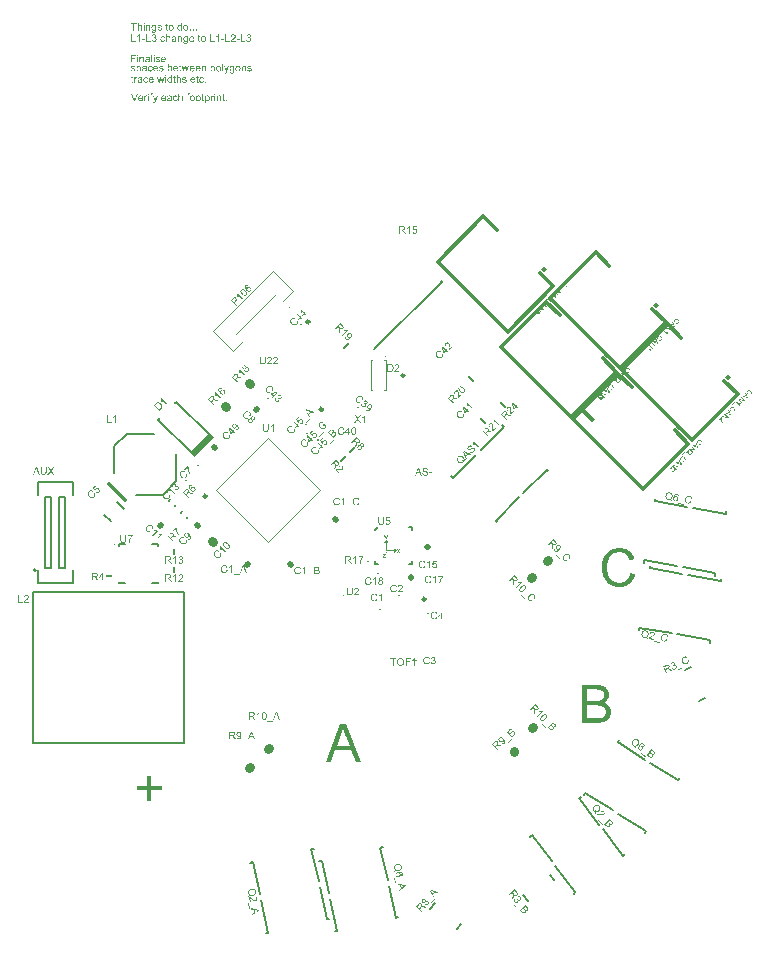
<source format=gto>
G04 Layer_Color=65535*
%FSLAX44Y44*%
%MOMM*%
G71*
G01*
G75*
%ADD88C,0.1000*%
%ADD90C,0.1270*%
%ADD139C,0.2500*%
%ADD140C,0.1016*%
%ADD141C,0.3048*%
%ADD142C,0.1524*%
%ADD143C,0.2000*%
%ADD144C,0.7620*%
%ADD145C,0.1500*%
%ADD146C,0.1700*%
%ADD147C,0.5080*%
%ADD148C,0.1778*%
%ADD149C,0.2032*%
%ADD150C,0.0518*%
G04:AMPARAMS|DCode=151|XSize=0.1524mm|YSize=0.6048mm|CornerRadius=0mm|HoleSize=0mm|Usage=FLASHONLY|Rotation=45.000|XOffset=0mm|YOffset=0mm|HoleType=Round|Shape=Rectangle|*
%AMROTATEDRECTD151*
4,1,4,0.1600,-0.2677,-0.2677,0.1600,-0.1600,0.2677,0.2677,-0.1600,0.1600,-0.2677,0.0*
%
%ADD151ROTATEDRECTD151*%

G04:AMPARAMS|DCode=152|XSize=0.1524mm|YSize=0.6048mm|CornerRadius=0mm|HoleSize=0mm|Usage=FLASHONLY|Rotation=315.000|XOffset=0mm|YOffset=0mm|HoleType=Round|Shape=Rectangle|*
%AMROTATEDRECTD152*
4,1,4,-0.2677,-0.1600,0.1600,0.2677,0.2677,0.1600,-0.1600,-0.2677,-0.2677,-0.1600,0.0*
%
%ADD152ROTATEDRECTD152*%

G04:AMPARAMS|DCode=153|XSize=0.508mm|YSize=2.3114mm|CornerRadius=0mm|HoleSize=0mm|Usage=FLASHONLY|Rotation=135.000|XOffset=0mm|YOffset=0mm|HoleType=Round|Shape=Rectangle|*
%AMROTATEDRECTD153*
4,1,4,0.9968,0.6376,-0.6376,-0.9968,-0.9968,-0.6376,0.6376,0.9968,0.9968,0.6376,0.0*
%
%ADD153ROTATEDRECTD153*%

%ADD154R,0.6048X0.1524*%
%ADD155R,0.1524X0.6048*%
G04:AMPARAMS|DCode=156|XSize=0.3mm|YSize=2.2mm|CornerRadius=0mm|HoleSize=0mm|Usage=FLASHONLY|Rotation=45.000|XOffset=0mm|YOffset=0mm|HoleType=Round|Shape=Rectangle|*
%AMROTATEDRECTD156*
4,1,4,0.6717,-0.8839,-0.8839,0.6717,-0.6717,0.8839,0.8839,-0.6717,0.6717,-0.8839,0.0*
%
%ADD156ROTATEDRECTD156*%

G36*
X781504Y751472D02*
X781720Y751452D01*
X781942Y751400D01*
X782178Y751321D01*
X782184Y751315D01*
X782204Y751308D01*
X782243Y751295D01*
X782289Y751275D01*
X782348Y751243D01*
X782426Y751204D01*
X782505Y751151D01*
X782596Y751099D01*
X782701Y751034D01*
X782818Y750955D01*
X782936Y750864D01*
X783060Y750766D01*
X783197Y750655D01*
X783341Y750537D01*
X783492Y750399D01*
X783642Y750249D01*
X783649Y750243D01*
X783681Y750210D01*
X783727Y750164D01*
X783786Y750105D01*
X783851Y750027D01*
X783936Y749942D01*
X784028Y749837D01*
X784113Y749726D01*
X784315Y749484D01*
X784518Y749216D01*
X784695Y748948D01*
X784773Y748804D01*
X784838Y748674D01*
X784845Y748667D01*
X784852Y748647D01*
X784865Y748608D01*
X784891Y748556D01*
X784910Y748497D01*
X784937Y748419D01*
X784982Y748242D01*
X785028Y748039D01*
X785067Y747817D01*
X785074Y747575D01*
X785054Y747333D01*
X785048Y747327D01*
Y747301D01*
X785041Y747268D01*
X785028Y747229D01*
X785008Y747170D01*
X784995Y747104D01*
X784969Y747026D01*
X784937Y746954D01*
X784865Y746778D01*
X784760Y746581D01*
X784623Y746392D01*
X784453Y746196D01*
X784446Y746189D01*
X784426Y746170D01*
X784400Y746143D01*
X784361Y746117D01*
X784315Y746072D01*
X784257Y746026D01*
X784106Y745928D01*
X783936Y745823D01*
X783740Y745732D01*
X783524Y745660D01*
X783407Y745634D01*
X783289Y745620D01*
X783184D01*
X783126Y745627D01*
X783054Y745634D01*
X782897Y745660D01*
X782714Y745712D01*
X782505Y745790D01*
X782289Y745902D01*
X782060Y746052D01*
X782550Y746634D01*
X782557Y746627D01*
X782576Y746621D01*
X782589Y746608D01*
X782622Y746588D01*
X782714Y746536D01*
X782818Y746483D01*
X782943Y746425D01*
X783080Y746379D01*
X783217Y746346D01*
X783354Y746340D01*
X783367D01*
X783413Y746346D01*
X783485Y746366D01*
X783564Y746392D01*
X783668Y746431D01*
X783779Y746490D01*
X783897Y746568D01*
X784008Y746666D01*
X784021Y746680D01*
X784054Y746712D01*
X784093Y746765D01*
X784145Y746830D01*
X784204Y746915D01*
X784257Y747007D01*
X784309Y747111D01*
X784342Y747222D01*
Y747235D01*
X784355Y747274D01*
X784368Y747340D01*
Y747418D01*
X784374Y747516D01*
Y747621D01*
X784368Y747732D01*
X784348Y747856D01*
Y747869D01*
X784329Y747915D01*
X784309Y747987D01*
X784276Y748072D01*
X784230Y748183D01*
X784172Y748307D01*
X784100Y748445D01*
X784015Y748595D01*
X784008Y748602D01*
Y748615D01*
X783988Y748634D01*
X783969Y748667D01*
X783917Y748745D01*
X783851Y748850D01*
X783760Y748968D01*
X783662Y749092D01*
X783544Y749223D01*
X783420Y749360D01*
X783413Y749367D01*
X783394Y749386D01*
X783361Y749419D01*
X783309Y749471D01*
X783315Y749452D01*
X783322Y749393D01*
X783328Y749308D01*
X783348Y749197D01*
Y749066D01*
X783341Y748915D01*
X783322Y748752D01*
X783282Y748582D01*
X783276Y748562D01*
X783256Y748504D01*
X783224Y748419D01*
X783178Y748320D01*
X783112Y748190D01*
X783034Y748059D01*
X782936Y747922D01*
X782818Y747791D01*
X782812Y747784D01*
X782792Y747765D01*
X782766Y747739D01*
X782720Y747706D01*
X782661Y747660D01*
X782602Y747615D01*
X782524Y747562D01*
X782439Y747516D01*
X782243Y747412D01*
X782132Y747366D01*
X782014Y747327D01*
X781883Y747288D01*
X781746Y747268D01*
X781609Y747248D01*
X781426D01*
X781393Y747255D01*
X781334Y747261D01*
X781256Y747274D01*
X781177Y747288D01*
X781086Y747314D01*
X780988Y747346D01*
X780877Y747379D01*
X780766Y747425D01*
X780641Y747484D01*
X780517Y747542D01*
X780386Y747621D01*
X780262Y747719D01*
X780138Y747817D01*
X780007Y747935D01*
X780001Y747941D01*
X779974Y747968D01*
X779942Y748000D01*
X779902Y748053D01*
X779850Y748118D01*
X779785Y748196D01*
X779726Y748281D01*
X779661Y748386D01*
X779536Y748602D01*
X779478Y748726D01*
X779419Y748863D01*
X779373Y749000D01*
X779347Y749144D01*
X779314Y749295D01*
X779308Y749445D01*
Y749458D01*
Y749484D01*
Y749523D01*
X779314Y749582D01*
X779321Y749654D01*
X779334Y749746D01*
X779353Y749831D01*
X779373Y749942D01*
X779399Y750046D01*
X779445Y750158D01*
X779549Y750406D01*
X779615Y750524D01*
X779700Y750648D01*
X779791Y750766D01*
X779896Y750883D01*
X779902Y750890D01*
X779916Y750903D01*
X779942Y750929D01*
X779981Y750955D01*
X780014Y750988D01*
X780066Y751027D01*
X780197Y751119D01*
X780347Y751217D01*
X780530Y751308D01*
X780726Y751387D01*
X780942Y751445D01*
X780948Y751452D01*
X780968Y751445D01*
X781001Y751452D01*
X781047Y751459D01*
X781164Y751472D01*
X781321Y751485D01*
X781504Y751472D01*
D02*
G37*
G36*
X777928Y747948D02*
X778033D01*
X778150Y747935D01*
X778281Y747909D01*
X778419Y747889D01*
X778556Y747856D01*
X778700Y747804D01*
X778850Y747758D01*
X778994Y747693D01*
X779151Y747615D01*
X778700Y746889D01*
X778693Y746895D01*
X778673Y746902D01*
X778634Y746915D01*
X778588Y746935D01*
X778536Y746961D01*
X778464Y746993D01*
X778307Y747046D01*
X778124Y747098D01*
X777928Y747137D01*
X777719Y747150D01*
X777516Y747144D01*
X777490D01*
X777425Y747131D01*
X777327Y747098D01*
X777196Y747059D01*
X777046Y746987D01*
X776882Y746902D01*
X776706Y746778D01*
X776536Y746621D01*
X776529Y746614D01*
X776509Y746595D01*
X776483Y746568D01*
X776457Y746529D01*
X776411Y746483D01*
X776366Y746425D01*
X776261Y746281D01*
X776150Y746117D01*
X776052Y745928D01*
X775967Y745712D01*
X775915Y745490D01*
X775908Y745483D01*
X775915Y745464D01*
X775901Y745385D01*
X775895Y745274D01*
X775901Y745124D01*
X775915Y744941D01*
X775947Y744751D01*
X776013Y744542D01*
X776098Y744326D01*
X776104Y744320D01*
X776111Y744300D01*
X776124Y744274D01*
X776150Y744234D01*
X776176Y744182D01*
X776209Y744123D01*
X776300Y743993D01*
X776405Y743836D01*
X776523Y743666D01*
X776666Y743496D01*
X776830Y743319D01*
X776836Y743313D01*
X776856Y743293D01*
X776889Y743260D01*
X776928Y743221D01*
X776980Y743182D01*
X777039Y743123D01*
X777111Y743064D01*
X777189Y742999D01*
X777366Y742862D01*
X777569Y742724D01*
X777778Y742594D01*
X778000Y742476D01*
X778007Y742469D01*
X778026Y742463D01*
X778059Y742456D01*
X778105Y742437D01*
X778222Y742397D01*
X778373Y742365D01*
X778549Y742332D01*
X778752Y742312D01*
X778955Y742319D01*
X779170Y742352D01*
X779177Y742358D01*
X779196Y742365D01*
X779229Y742371D01*
X779268Y742384D01*
X779314Y742404D01*
X779373Y742424D01*
X779504Y742476D01*
X779661Y742554D01*
X779824Y742652D01*
X779994Y742770D01*
X780151Y742914D01*
X780157Y742921D01*
X780171Y742934D01*
X780197Y742960D01*
X780229Y743005D01*
X780275Y743051D01*
X780314Y743103D01*
X780406Y743247D01*
X780510Y743417D01*
X780595Y743607D01*
X780667Y743823D01*
X780700Y743934D01*
X780713Y744051D01*
Y744064D01*
Y744078D01*
Y744117D01*
X780720Y744163D01*
X780713Y744221D01*
X780707Y744293D01*
Y744372D01*
X780687Y744457D01*
X780667Y744555D01*
X780648Y744666D01*
X780622Y744771D01*
X780582Y744888D01*
X780530Y745006D01*
X780471Y745130D01*
X780406Y745261D01*
X780328Y745392D01*
X781079Y745843D01*
X781086Y745836D01*
X781105Y745804D01*
X781132Y745751D01*
X781164Y745679D01*
X781204Y745601D01*
X781249Y745503D01*
X781295Y745392D01*
X781341Y745267D01*
X781432Y744993D01*
X781498Y744692D01*
X781517Y744529D01*
X781537Y744365D01*
Y744208D01*
X781524Y744038D01*
Y744025D01*
Y743999D01*
X781504Y743953D01*
X781498Y743895D01*
X781478Y743810D01*
X781459Y743725D01*
X781419Y743620D01*
X781380Y743515D01*
X781334Y743391D01*
X781275Y743267D01*
X781210Y743136D01*
X781138Y742999D01*
X781053Y742862D01*
X780948Y742731D01*
X780837Y742594D01*
X780713Y742456D01*
X780707Y742450D01*
X780680Y742424D01*
X780641Y742384D01*
X780582Y742339D01*
X780524Y742280D01*
X780445Y742214D01*
X780354Y742149D01*
X780249Y742071D01*
X780027Y741914D01*
X779778Y741770D01*
X779510Y741646D01*
X779373Y741600D01*
X779229Y741561D01*
X779216D01*
X779196Y741554D01*
X779151Y741547D01*
X779098D01*
X779033Y741535D01*
X778948Y741528D01*
X778850Y741521D01*
X778745D01*
X778634Y741528D01*
X778516D01*
X778249Y741561D01*
X777961Y741626D01*
X777667Y741724D01*
X777660Y741731D01*
X777627Y741737D01*
X777588Y741763D01*
X777529Y741783D01*
X777464Y741822D01*
X777379Y741868D01*
X777281Y741914D01*
X777183Y741973D01*
X777078Y742038D01*
X776954Y742110D01*
X776719Y742280D01*
X776464Y742482D01*
X776215Y742705D01*
X776209Y742711D01*
X776183Y742737D01*
X776143Y742777D01*
X776104Y742829D01*
X776039Y742894D01*
X775980Y742966D01*
X775901Y743058D01*
X775830Y743156D01*
X775673Y743378D01*
X775509Y743633D01*
X775365Y743908D01*
X775254Y744202D01*
Y744215D01*
X775241Y744241D01*
X775228Y744280D01*
X775222Y744339D01*
X775202Y744411D01*
X775182Y744496D01*
X775150Y744699D01*
X775130Y744941D01*
Y745202D01*
X775150Y745483D01*
X775215Y745771D01*
Y745784D01*
X775228Y745810D01*
X775241Y745849D01*
X775254Y745902D01*
X775287Y745974D01*
X775320Y746045D01*
X775359Y746137D01*
X775405Y746235D01*
X775457Y746340D01*
X775516Y746451D01*
X775660Y746673D01*
X775836Y746915D01*
X776039Y747144D01*
X776045Y747150D01*
X776071Y747176D01*
X776104Y747209D01*
X776156Y747248D01*
X776222Y747301D01*
X776300Y747366D01*
X776379Y747431D01*
X776483Y747497D01*
X776699Y747634D01*
X776954Y747771D01*
X777091Y747830D01*
X777229Y747876D01*
X777379Y747909D01*
X777529Y747941D01*
X777542D01*
X777562Y747948D01*
X777608Y747954D01*
X777830D01*
X777928Y747948D01*
D02*
G37*
G36*
X814179Y743572D02*
X814349Y743546D01*
X814369Y743539D01*
X814428Y743533D01*
X814513Y743500D01*
X814643Y743461D01*
X814781Y743402D01*
X814944Y743343D01*
X815121Y743258D01*
X815304Y743154D01*
X815310Y743147D01*
X815330Y743140D01*
X815356Y743127D01*
X815395Y743101D01*
X815441Y743069D01*
X815493Y743029D01*
X815565Y742984D01*
X815637Y742925D01*
X815722Y742866D01*
X815807Y742794D01*
X815905Y742709D01*
X816010Y742631D01*
X816121Y742533D01*
X816225Y742428D01*
X816350Y742317D01*
X816474Y742193D01*
X816480Y742186D01*
X816507Y742160D01*
X816552Y742114D01*
X816605Y742062D01*
X816670Y741983D01*
X816749Y741905D01*
X816827Y741813D01*
X816912Y741715D01*
X817102Y741487D01*
X817284Y741238D01*
X817455Y740990D01*
X817526Y740865D01*
X817592Y740735D01*
X817598Y740728D01*
X817605Y740708D01*
X817618Y740669D01*
X817638Y740623D01*
X817670Y740565D01*
X817690Y740493D01*
X817749Y740329D01*
X817801Y740146D01*
X817847Y739930D01*
X817866Y739715D01*
X817860Y739486D01*
X817853Y739479D01*
X817860Y739460D01*
X817853Y739427D01*
X817840Y739388D01*
X817827Y739336D01*
X817821Y739277D01*
X817768Y739133D01*
X817696Y738969D01*
X817605Y738786D01*
X817468Y738597D01*
X817304Y738407D01*
X817298Y738401D01*
X817278Y738381D01*
X817239Y738342D01*
X817187Y738303D01*
X817128Y738257D01*
X817049Y738205D01*
X816964Y738146D01*
X816866Y738087D01*
X816761Y738035D01*
X816650Y737976D01*
X816526Y737930D01*
X816395Y737891D01*
X816258Y737858D01*
X816108Y737839D01*
X815957Y737832D01*
X815807Y737839D01*
X815794D01*
X815761Y737845D01*
X815709Y737858D01*
X815624Y737878D01*
X815533Y737904D01*
X815421Y737950D01*
X815284Y737995D01*
X815140Y738061D01*
X814983Y738139D01*
X814807Y738237D01*
X814617Y738348D01*
X814415Y738486D01*
X814199Y738636D01*
X813983Y738813D01*
X813754Y739015D01*
X813519Y739238D01*
X813512Y739244D01*
X813486Y739270D01*
X813440Y739316D01*
X813388Y739368D01*
X813323Y739447D01*
X813244Y739525D01*
X813166Y739617D01*
X813074Y739721D01*
X812891Y739944D01*
X812708Y740192D01*
X812532Y740447D01*
X812460Y740571D01*
X812388Y740695D01*
X812381Y740702D01*
X812375Y740722D01*
X812362Y740761D01*
X812342Y740807D01*
X812309Y740865D01*
X812290Y740937D01*
X812231Y741101D01*
X812179Y741284D01*
X812139Y741493D01*
X812113Y741715D01*
X812126Y741938D01*
X812133Y741944D01*
X812126Y741964D01*
X812133Y741996D01*
X812146Y742036D01*
X812152Y742094D01*
X812172Y742153D01*
X812218Y742304D01*
X812290Y742467D01*
X812381Y742650D01*
X812519Y742840D01*
X812682Y743029D01*
X812689Y743036D01*
X812695Y743042D01*
X812715Y743062D01*
X812741Y743088D01*
X812819Y743154D01*
X812917Y743225D01*
X813035Y743304D01*
X813166Y743382D01*
X813310Y743461D01*
X813467Y743513D01*
X813473Y743520D01*
X813486D01*
X813539Y743533D01*
X813624Y743552D01*
X813735Y743572D01*
X813872Y743578D01*
X814022Y743585D01*
X814179Y743572D01*
D02*
G37*
G36*
X833113Y854260D02*
X833401Y854195D01*
X833414D01*
X833440Y854182D01*
X833479Y854169D01*
X833532Y854156D01*
X833604Y854123D01*
X833675Y854090D01*
X833767Y854051D01*
X833865Y854005D01*
X833970Y853953D01*
X834081Y853894D01*
X834303Y853750D01*
X834545Y853574D01*
X834774Y853371D01*
X834780Y853365D01*
X834806Y853338D01*
X834839Y853306D01*
X834878Y853253D01*
X834931Y853188D01*
X834996Y853110D01*
X835061Y853031D01*
X835127Y852927D01*
X835264Y852711D01*
X835401Y852456D01*
X835460Y852319D01*
X835506Y852181D01*
X835539Y852031D01*
X835571Y851881D01*
Y851868D01*
X835578Y851848D01*
X835584Y851802D01*
Y851737D01*
Y851671D01*
Y851580D01*
X835578Y851482D01*
Y851377D01*
X835565Y851260D01*
X835539Y851129D01*
X835519Y850992D01*
X835486Y850854D01*
X835434Y850710D01*
X835388Y850560D01*
X835323Y850416D01*
X835245Y850259D01*
X834519Y850710D01*
X834525Y850717D01*
X834532Y850737D01*
X834545Y850776D01*
X834565Y850822D01*
X834591Y850874D01*
X834623Y850946D01*
X834676Y851103D01*
X834728Y851286D01*
X834767Y851482D01*
X834780Y851691D01*
X834774Y851894D01*
Y851920D01*
X834761Y851985D01*
X834728Y852083D01*
X834689Y852214D01*
X834617Y852364D01*
X834532Y852528D01*
X834408Y852704D01*
X834251Y852874D01*
X834244Y852881D01*
X834225Y852900D01*
X834198Y852927D01*
X834159Y852953D01*
X834113Y852999D01*
X834055Y853044D01*
X833911Y853149D01*
X833747Y853260D01*
X833558Y853358D01*
X833342Y853443D01*
X833120Y853495D01*
X833113Y853502D01*
X833094Y853495D01*
X833015Y853509D01*
X832904Y853515D01*
X832754Y853509D01*
X832571Y853495D01*
X832381Y853463D01*
X832172Y853397D01*
X831956Y853312D01*
X831949Y853306D01*
X831930Y853299D01*
X831904Y853286D01*
X831864Y853260D01*
X831812Y853234D01*
X831753Y853201D01*
X831623Y853110D01*
X831466Y853005D01*
X831296Y852887D01*
X831126Y852744D01*
X830949Y852580D01*
X830943Y852574D01*
X830923Y852554D01*
X830890Y852521D01*
X830851Y852482D01*
X830812Y852430D01*
X830753Y852371D01*
X830694Y852299D01*
X830629Y852221D01*
X830492Y852044D01*
X830354Y851841D01*
X830224Y851632D01*
X830106Y851410D01*
X830099Y851403D01*
X830093Y851384D01*
X830086Y851351D01*
X830067Y851305D01*
X830027Y851188D01*
X829995Y851037D01*
X829962Y850861D01*
X829942Y850658D01*
X829949Y850455D01*
X829982Y850240D01*
X829988Y850233D01*
X829995Y850213D01*
X830001Y850181D01*
X830014Y850142D01*
X830034Y850096D01*
X830054Y850037D01*
X830106Y849906D01*
X830184Y849749D01*
X830282Y849586D01*
X830400Y849416D01*
X830544Y849259D01*
X830551Y849252D01*
X830564Y849239D01*
X830590Y849213D01*
X830635Y849181D01*
X830681Y849135D01*
X830733Y849096D01*
X830877Y849004D01*
X831047Y848900D01*
X831237Y848814D01*
X831453Y848743D01*
X831564Y848710D01*
X831681Y848697D01*
X831747D01*
X831793Y848690D01*
X831851Y848697D01*
X831923Y848703D01*
X832002D01*
X832087Y848723D01*
X832185Y848743D01*
X832296Y848762D01*
X832401Y848788D01*
X832518Y848828D01*
X832636Y848880D01*
X832760Y848939D01*
X832891Y849004D01*
X833022Y849082D01*
X833473Y848331D01*
X833466Y848324D01*
X833434Y848305D01*
X833381Y848278D01*
X833309Y848246D01*
X833231Y848206D01*
X833133Y848161D01*
X833022Y848115D01*
X832897Y848069D01*
X832623Y847978D01*
X832322Y847912D01*
X832159Y847893D01*
X831995Y847873D01*
X831838D01*
X831668Y847886D01*
X831629D01*
X831583Y847906D01*
X831525Y847912D01*
X831440Y847932D01*
X831355Y847952D01*
X831250Y847991D01*
X831145Y848030D01*
X831021Y848076D01*
X830897Y848135D01*
X830766Y848200D01*
X830629Y848272D01*
X830492Y848357D01*
X830361Y848462D01*
X830224Y848573D01*
X830086Y848697D01*
X830080Y848703D01*
X830054Y848729D01*
X830014Y848769D01*
X829969Y848828D01*
X829910Y848886D01*
X829844Y848965D01*
X829779Y849056D01*
X829701Y849161D01*
X829544Y849383D01*
X829400Y849632D01*
X829276Y849900D01*
X829230Y850037D01*
X829191Y850181D01*
Y850194D01*
X829184Y850213D01*
X829177Y850259D01*
Y850312D01*
X829165Y850377D01*
X829158Y850462D01*
X829151Y850560D01*
Y850665D01*
X829158Y850776D01*
Y850893D01*
X829191Y851161D01*
X829256Y851449D01*
X829354Y851743D01*
X829361Y851750D01*
X829367Y851783D01*
X829393Y851822D01*
X829413Y851881D01*
X829452Y851946D01*
X829498Y852031D01*
X829544Y852129D01*
X829603Y852227D01*
X829668Y852332D01*
X829740Y852456D01*
X829910Y852691D01*
X830112Y852946D01*
X830335Y853195D01*
X830341Y853201D01*
X830367Y853227D01*
X830407Y853267D01*
X830459Y853306D01*
X830524Y853371D01*
X830596Y853430D01*
X830688Y853509D01*
X830786Y853580D01*
X831008Y853737D01*
X831263Y853901D01*
X831538Y854045D01*
X831832Y854156D01*
X831845D01*
X831871Y854169D01*
X831910Y854182D01*
X831969Y854188D01*
X832041Y854208D01*
X832126Y854228D01*
X832329Y854260D01*
X832571Y854280D01*
X832832D01*
X833113Y854260D01*
D02*
G37*
G36*
X837317Y850057D02*
X837356D01*
X837402Y850050D01*
X837461Y850044D01*
X837533Y850024D01*
X837618Y850004D01*
X837703Y849985D01*
X837801Y849952D01*
X837905Y849913D01*
X838010Y849861D01*
X838121Y849802D01*
X838343Y849658D01*
X838454Y849560D01*
X838566Y849462D01*
X838572Y849455D01*
X838592Y849436D01*
X838624Y849403D01*
X838657Y849357D01*
X838703Y849298D01*
X838755Y849233D01*
X838814Y849161D01*
X838860Y849076D01*
X838977Y848880D01*
X839075Y848664D01*
X839115Y848547D01*
X839147Y848422D01*
X839161Y848291D01*
X839174Y848161D01*
Y848148D01*
Y848135D01*
Y848095D01*
Y848043D01*
X839161Y847978D01*
X839154Y847906D01*
X839121Y847742D01*
X839062Y847553D01*
X838977Y847350D01*
X838860Y847141D01*
X838781Y847049D01*
X838696Y846951D01*
X838690Y846945D01*
X838683Y846938D01*
X838644Y846899D01*
X838579Y846847D01*
X838494Y846788D01*
X838382Y846716D01*
X838258Y846657D01*
X838128Y846605D01*
X837977Y846572D01*
X837958Y846566D01*
X837722D01*
X837591Y846579D01*
X837448Y846605D01*
X837291Y846644D01*
X837121Y846709D01*
X837127Y846703D01*
X837134Y846683D01*
X837147Y846657D01*
X837160Y846618D01*
X837206Y846507D01*
X837252Y846369D01*
X837284Y846206D01*
X837317Y846030D01*
X837323Y845840D01*
X837310Y845644D01*
X837304Y845637D01*
Y845624D01*
X837291Y845559D01*
X837265Y845454D01*
X837219Y845330D01*
X837153Y845186D01*
X837068Y845023D01*
X836957Y844859D01*
X836814Y844702D01*
X836807Y844696D01*
X836787Y844676D01*
X836755Y844643D01*
X836709Y844611D01*
X836657Y844572D01*
X836591Y844519D01*
X836513Y844467D01*
X836421Y844415D01*
X836225Y844310D01*
X836107Y844258D01*
X835983Y844225D01*
X835853Y844186D01*
X835722Y844160D01*
X835578Y844147D01*
X835427Y844140D01*
X835349D01*
X835297Y844153D01*
X835218Y844166D01*
X835140Y844179D01*
X835048Y844205D01*
X834944Y844232D01*
X834833Y844264D01*
X834715Y844317D01*
X834591Y844376D01*
X834466Y844434D01*
X834342Y844519D01*
X834212Y844611D01*
X834087Y844709D01*
X833957Y844827D01*
X833950Y844833D01*
X833924Y844859D01*
X833891Y844892D01*
X833852Y844944D01*
X833800Y845010D01*
X833741Y845081D01*
X833682Y845166D01*
X833623Y845265D01*
X833492Y845487D01*
X833434Y845611D01*
X833381Y845729D01*
X833335Y845866D01*
X833296Y846010D01*
X833270Y846154D01*
X833264Y846304D01*
Y846317D01*
Y846343D01*
Y846383D01*
X833270Y846441D01*
X833283Y846507D01*
X833290Y846592D01*
X833309Y846677D01*
X833335Y846781D01*
X833362Y846886D01*
X833407Y846997D01*
X833505Y847226D01*
X833577Y847350D01*
X833656Y847468D01*
X833747Y847585D01*
X833845Y847697D01*
X833852Y847703D01*
X833865Y847716D01*
X833891Y847742D01*
X833924Y847762D01*
X833963Y847801D01*
X834015Y847840D01*
X834133Y847932D01*
X834277Y848024D01*
X834434Y848102D01*
X834617Y848167D01*
X834806Y848213D01*
X834813Y848220D01*
X834833Y848213D01*
X834891Y848220D01*
X834996D01*
X835133Y848213D01*
X835290Y848187D01*
X835473Y848148D01*
X835656Y848082D01*
X835853Y847978D01*
X835846Y847984D01*
Y847997D01*
X835833Y848024D01*
X835820Y848063D01*
X835787Y848148D01*
X835748Y848265D01*
X835715Y848403D01*
X835696Y848553D01*
X835689Y848703D01*
X835696Y848854D01*
X835702Y848873D01*
X835709Y848919D01*
X835735Y848997D01*
X835774Y849089D01*
X835826Y849207D01*
X835898Y849331D01*
X835990Y849462D01*
X836101Y849586D01*
X836107Y849593D01*
X836121Y849605D01*
X836147Y849632D01*
X836192Y849664D01*
X836238Y849697D01*
X836297Y849743D01*
X836434Y849828D01*
X836604Y849919D01*
X836807Y849991D01*
X836918Y850024D01*
X837036Y850050D01*
X837160Y850057D01*
X837284Y850063D01*
X837297D01*
X837317Y850057D01*
D02*
G37*
G36*
X913305Y927084D02*
X913311Y927077D01*
X913331Y927057D01*
X913363Y927025D01*
X913403Y926985D01*
X913448Y926927D01*
X913507Y926868D01*
X913638Y926724D01*
X913762Y926561D01*
X913900Y926384D01*
X914011Y926208D01*
X914063Y926116D01*
X914102Y926038D01*
X914109Y926031D01*
Y926018D01*
X914128Y925959D01*
X914161Y925874D01*
X914187Y925756D01*
X914207Y925619D01*
X914213Y925456D01*
X914200Y925286D01*
X914174Y925103D01*
X914167Y925096D01*
Y925083D01*
X914154Y925018D01*
X914115Y924926D01*
X914069Y924802D01*
X914004Y924671D01*
X913919Y924521D01*
X913814Y924377D01*
X913684Y924233D01*
X913677Y924227D01*
X913664Y924213D01*
X913638Y924187D01*
X913599Y924161D01*
X913553Y924115D01*
X913501Y924076D01*
X913363Y923991D01*
X913193Y923900D01*
X913004Y923815D01*
X912788Y923756D01*
X912670Y923743D01*
X912553Y923730D01*
X912487D01*
X912442Y923736D01*
X912383Y923743D01*
X912317Y923756D01*
X912232Y923775D01*
X912141Y923789D01*
X912043Y923821D01*
X911938Y923860D01*
X911821Y923900D01*
X911703Y923952D01*
X911579Y924024D01*
X911448Y924089D01*
X911317Y924181D01*
X911180Y924279D01*
X911186Y924259D01*
X911199Y924220D01*
X911212Y924155D01*
X911239Y924076D01*
X911284Y923887D01*
X911298Y923782D01*
X911311Y923690D01*
Y923664D01*
Y923599D01*
Y923494D01*
Y923364D01*
X911291Y923200D01*
X911278Y923017D01*
X911245Y922814D01*
X911206Y922592D01*
X910755Y920585D01*
X910010Y921330D01*
X910356Y922867D01*
X910363Y922873D01*
Y922899D01*
X910369Y922932D01*
X910376Y922978D01*
X910402Y923096D01*
X910434Y923246D01*
X910461Y923416D01*
X910493Y923592D01*
X910519Y923762D01*
X910546Y923919D01*
Y923932D01*
X910552Y923978D01*
X910559Y924050D01*
Y924142D01*
Y924338D01*
X910552Y924436D01*
X910539Y924527D01*
Y924540D01*
X910533Y924560D01*
X910519Y924599D01*
X910500Y924658D01*
X910480Y924717D01*
X910454Y924782D01*
X910382Y924920D01*
X910376Y924926D01*
X910369Y924946D01*
X910343Y924972D01*
X910317Y925011D01*
X910278Y925063D01*
X910225Y925116D01*
X910160Y925194D01*
X910081Y925273D01*
X909389Y925966D01*
X907382Y923959D01*
X906780Y924560D01*
X911304Y929084D01*
X913305Y927084D01*
D02*
G37*
G36*
X756774Y753300D02*
X752643Y748378D01*
X752041Y748883D01*
X755257Y752714D01*
X755244Y752713D01*
X755184Y752715D01*
X755106Y752708D01*
X754994Y752718D01*
X754862Y752719D01*
X754704Y752732D01*
X754525Y752749D01*
X754332Y752778D01*
X754325Y752784D01*
X754312Y752783D01*
X754246Y752790D01*
X754145Y752814D01*
X754025Y752843D01*
X753884Y752877D01*
X753736Y752916D01*
X753588Y752956D01*
X753446Y753002D01*
X753934Y753583D01*
X753941Y753577D01*
X753967Y753579D01*
X754001Y753563D01*
X754054Y753554D01*
X754115Y753540D01*
X754188Y753527D01*
X754368Y753496D01*
X754575Y753455D01*
X754800Y753436D01*
X755043Y753424D01*
X755293Y753420D01*
X755306Y753421D01*
X755319Y753422D01*
X755358Y753426D01*
X755405Y753423D01*
X755528Y753440D01*
X755684Y753454D01*
X755852Y753482D01*
X756039Y753518D01*
X756212Y753566D01*
X756384Y753627D01*
X756774Y753300D01*
D02*
G37*
G36*
X760584Y750103D02*
X756454Y745180D01*
X755852Y745686D01*
X759067Y749517D01*
X759054Y749516D01*
X758995Y749517D01*
X758916Y749510D01*
X758804Y749520D01*
X758673Y749522D01*
X758514Y749534D01*
X758335Y749552D01*
X758143Y749581D01*
X758136Y749587D01*
X758122Y749585D01*
X758056Y749593D01*
X757956Y749617D01*
X757835Y749646D01*
X757694Y749679D01*
X757546Y749719D01*
X757399Y749758D01*
X757257Y749805D01*
X757744Y750386D01*
X757751Y750380D01*
X757777Y750382D01*
X757811Y750365D01*
X757865Y750357D01*
X757925Y750342D01*
X757998Y750329D01*
X758178Y750299D01*
X758385Y750258D01*
X758610Y750238D01*
X758854Y750227D01*
X759104Y750222D01*
X759117Y750224D01*
X759130Y750225D01*
X759169Y750228D01*
X759215Y750226D01*
X759338Y750243D01*
X759494Y750257D01*
X759663Y750285D01*
X759850Y750321D01*
X760023Y750369D01*
X760195Y750430D01*
X760584Y750103D01*
D02*
G37*
G36*
X771032Y793095D02*
X771195Y793063D01*
X771215Y793056D01*
X771267Y793043D01*
X771352Y793010D01*
X771457Y792971D01*
X771574Y792919D01*
X771699Y792847D01*
X771829Y792756D01*
X771947Y792651D01*
X771960Y792638D01*
X771999Y792599D01*
X772045Y792540D01*
X772104Y792455D01*
X772169Y792350D01*
X772228Y792226D01*
X772281Y792095D01*
X772320Y791951D01*
X772326Y791932D01*
X772333Y791886D01*
X772339Y791801D01*
Y791696D01*
X772333Y791572D01*
X772320Y791428D01*
X772287Y791278D01*
X772235Y791108D01*
X772241Y791115D01*
X772261Y791121D01*
X772287Y791134D01*
X772320Y791154D01*
X772418Y791199D01*
X772549Y791252D01*
X772706Y791304D01*
X772876Y791343D01*
X773058Y791356D01*
X773248Y791350D01*
X773268Y791343D01*
X773333Y791330D01*
X773438Y791304D01*
X773562Y791258D01*
X773706Y791193D01*
X773869Y791108D01*
X774039Y790990D01*
X774203Y790840D01*
X774209Y790833D01*
X774229Y790814D01*
X774261Y790781D01*
X774294Y790735D01*
X774340Y790676D01*
X774386Y790605D01*
X774438Y790526D01*
X774497Y790441D01*
X774601Y790232D01*
X774647Y790108D01*
X774686Y789990D01*
X774719Y789853D01*
X774745Y789709D01*
X774765Y789559D01*
Y789402D01*
Y789389D01*
Y789362D01*
X774758Y789317D01*
X774752Y789258D01*
X774745Y789186D01*
X774726Y789101D01*
X774706Y789003D01*
X774667Y788898D01*
X774634Y788787D01*
X774588Y788663D01*
X774536Y788545D01*
X774471Y788415D01*
X774392Y788284D01*
X774301Y788153D01*
X774203Y788029D01*
X774085Y787898D01*
X774078Y787891D01*
X774059Y787872D01*
X774026Y787839D01*
X773980Y787806D01*
X773922Y787761D01*
X773856Y787708D01*
X773778Y787656D01*
X773693Y787597D01*
X773496Y787480D01*
X773268Y787382D01*
X773143Y787336D01*
X773019Y787303D01*
X772882Y787283D01*
X772745Y787264D01*
X772666D01*
X772620Y787270D01*
X772555D01*
X772477Y787283D01*
X772392Y787290D01*
X772294Y787310D01*
X772189Y787336D01*
X772084Y787362D01*
X771856Y787447D01*
X771614Y787571D01*
X771496Y787650D01*
X771378Y787741D01*
X771862Y788369D01*
X771869Y788362D01*
X771888Y788356D01*
X771921Y788336D01*
X771960Y788310D01*
X772006Y788277D01*
X772065Y788244D01*
X772196Y788179D01*
X772359Y788107D01*
X772529Y788055D01*
X772699Y788016D01*
X772869Y788003D01*
X772888Y788009D01*
X772941D01*
X773026Y788029D01*
X773124Y788062D01*
X773242Y788101D01*
X773372Y788166D01*
X773510Y788251D01*
X773634Y788362D01*
X773640Y788369D01*
X773653Y788382D01*
X773673Y788401D01*
X773693Y788434D01*
X773758Y788513D01*
X773830Y788624D01*
X773902Y788761D01*
X773967Y788918D01*
X774013Y789094D01*
X774026Y789290D01*
Y789317D01*
X774020Y789389D01*
X774000Y789487D01*
X773974Y789617D01*
X773928Y789768D01*
X773856Y789918D01*
X773758Y790082D01*
X773627Y790238D01*
X773621Y790245D01*
X773608Y790258D01*
X773588Y790278D01*
X773555Y790297D01*
X773477Y790363D01*
X773372Y790428D01*
X773242Y790507D01*
X773091Y790565D01*
X772921Y790605D01*
X772738Y790618D01*
X772712D01*
X772653Y790611D01*
X772562Y790598D01*
X772444Y790572D01*
X772307Y790526D01*
X772156Y790454D01*
X772006Y790356D01*
X771856Y790232D01*
X771849Y790225D01*
X771829Y790206D01*
X771797Y790173D01*
X771758Y790121D01*
X771705Y790055D01*
X771653Y789977D01*
X771588Y789885D01*
X771522Y789781D01*
X771097Y790337D01*
X771104Y790343D01*
X771130Y790369D01*
X771163Y790389D01*
X771189Y790415D01*
X771195Y790422D01*
X771202Y790428D01*
X771221Y790448D01*
X771248Y790474D01*
X771306Y790559D01*
X771378Y790657D01*
X771457Y790775D01*
X771535Y790918D01*
X771594Y791069D01*
X771646Y791239D01*
X771653Y791245D01*
Y791258D01*
X771659Y791317D01*
Y791409D01*
X771653Y791520D01*
X771620Y791657D01*
X771568Y791801D01*
X771489Y791945D01*
X771437Y792023D01*
X771365Y792095D01*
X771359Y792102D01*
X771352Y792108D01*
X771313Y792148D01*
X771248Y792187D01*
X771163Y792246D01*
X771058Y792298D01*
X770940Y792350D01*
X770803Y792383D01*
X770653Y792389D01*
X770640D01*
X770581Y792383D01*
X770502Y792370D01*
X770404Y792350D01*
X770293Y792304D01*
X770169Y792246D01*
X770038Y792167D01*
X769914Y792056D01*
X769907Y792049D01*
X769901Y792043D01*
X769862Y792004D01*
X769816Y791932D01*
X769751Y791840D01*
X769692Y791729D01*
X769639Y791611D01*
X769600Y791468D01*
X769581Y791317D01*
Y791304D01*
X769587Y791245D01*
X769594Y791160D01*
X769613Y791049D01*
X769652Y790918D01*
X769711Y790768D01*
X769796Y790605D01*
X769914Y790435D01*
X769260Y789977D01*
X769254Y789984D01*
X769240Y790010D01*
X769221Y790042D01*
X769188Y790088D01*
X769156Y790147D01*
X769123Y790219D01*
X769038Y790382D01*
X768959Y790592D01*
X768894Y790814D01*
X768855Y791049D01*
Y791298D01*
Y791311D01*
X768861Y791330D01*
X768868Y791363D01*
X768874Y791409D01*
X768881Y791468D01*
X768901Y791540D01*
X768920Y791611D01*
X768946Y791703D01*
X769025Y791886D01*
X769123Y792089D01*
X769267Y792298D01*
X769345Y792402D01*
X769443Y792501D01*
X769450Y792507D01*
X769463Y792520D01*
X769482Y792540D01*
X769509Y792566D01*
X769587Y792631D01*
X769685Y792703D01*
X769809Y792788D01*
X769960Y792873D01*
X770117Y792952D01*
X770287Y793017D01*
X770293Y793024D01*
X770306D01*
X770365Y793043D01*
X770463Y793063D01*
X770574Y793082D01*
X770718Y793095D01*
X770868Y793102D01*
X771032Y793095D01*
D02*
G37*
G36*
X807138Y736518D02*
X807243D01*
X807360Y736505D01*
X807491Y736479D01*
X807628Y736459D01*
X807766Y736426D01*
X807910Y736374D01*
X808060Y736328D01*
X808204Y736263D01*
X808361Y736184D01*
X807910Y735459D01*
X807903Y735465D01*
X807883Y735472D01*
X807844Y735485D01*
X807798Y735505D01*
X807746Y735531D01*
X807674Y735563D01*
X807517Y735616D01*
X807334Y735668D01*
X807138Y735707D01*
X806929Y735720D01*
X806726Y735714D01*
X806700D01*
X806635Y735701D01*
X806537Y735668D01*
X806406Y735629D01*
X806256Y735557D01*
X806092Y735472D01*
X805916Y735348D01*
X805746Y735191D01*
X805739Y735184D01*
X805720Y735165D01*
X805693Y735138D01*
X805667Y735099D01*
X805621Y735053D01*
X805576Y734995D01*
X805471Y734851D01*
X805360Y734687D01*
X805262Y734498D01*
X805177Y734282D01*
X805125Y734060D01*
X805118Y734053D01*
X805125Y734034D01*
X805111Y733955D01*
X805105Y733844D01*
X805111Y733694D01*
X805125Y733511D01*
X805157Y733321D01*
X805223Y733112D01*
X805308Y732896D01*
X805314Y732889D01*
X805321Y732870D01*
X805334Y732844D01*
X805360Y732804D01*
X805386Y732752D01*
X805419Y732693D01*
X805510Y732563D01*
X805615Y732406D01*
X805733Y732236D01*
X805876Y732066D01*
X806040Y731889D01*
X806046Y731883D01*
X806066Y731863D01*
X806099Y731830D01*
X806138Y731791D01*
X806190Y731752D01*
X806249Y731693D01*
X806321Y731634D01*
X806399Y731569D01*
X806576Y731432D01*
X806779Y731294D01*
X806988Y731164D01*
X807210Y731046D01*
X807217Y731039D01*
X807236Y731033D01*
X807269Y731026D01*
X807315Y731007D01*
X807432Y730967D01*
X807583Y730935D01*
X807759Y730902D01*
X807962Y730882D01*
X808165Y730889D01*
X808380Y730922D01*
X808387Y730928D01*
X808407Y730935D01*
X808439Y730941D01*
X808478Y730954D01*
X808524Y730974D01*
X808583Y730994D01*
X808714Y731046D01*
X808871Y731124D01*
X809034Y731222D01*
X809204Y731340D01*
X809361Y731484D01*
X809368Y731490D01*
X809381Y731504D01*
X809407Y731530D01*
X809439Y731575D01*
X809485Y731621D01*
X809524Y731674D01*
X809616Y731817D01*
X809721Y731987D01*
X809806Y732177D01*
X809877Y732393D01*
X809910Y732504D01*
X809923Y732621D01*
Y732635D01*
Y732648D01*
Y732687D01*
X809930Y732733D01*
X809923Y732791D01*
X809917Y732863D01*
Y732942D01*
X809897Y733027D01*
X809877Y733125D01*
X809858Y733236D01*
X809832Y733341D01*
X809792Y733458D01*
X809740Y733576D01*
X809681Y733700D01*
X809616Y733831D01*
X809538Y733962D01*
X810289Y734413D01*
X810296Y734406D01*
X810315Y734373D01*
X810342Y734321D01*
X810374Y734249D01*
X810414Y734171D01*
X810459Y734073D01*
X810505Y733962D01*
X810551Y733837D01*
X810642Y733563D01*
X810708Y733262D01*
X810727Y733099D01*
X810747Y732935D01*
Y732778D01*
X810734Y732608D01*
Y732595D01*
Y732569D01*
X810714Y732523D01*
X810708Y732465D01*
X810688Y732380D01*
X810668Y732295D01*
X810629Y732190D01*
X810590Y732085D01*
X810544Y731961D01*
X810485Y731837D01*
X810420Y731706D01*
X810348Y731569D01*
X810263Y731432D01*
X810158Y731301D01*
X810047Y731164D01*
X809923Y731026D01*
X809917Y731020D01*
X809891Y730994D01*
X809851Y730954D01*
X809792Y730909D01*
X809734Y730850D01*
X809655Y730784D01*
X809564Y730719D01*
X809459Y730641D01*
X809237Y730484D01*
X808988Y730340D01*
X808720Y730216D01*
X808583Y730170D01*
X808439Y730131D01*
X808426D01*
X808407Y730124D01*
X808361Y730117D01*
X808308D01*
X808243Y730105D01*
X808158Y730098D01*
X808060Y730091D01*
X807955D01*
X807844Y730098D01*
X807727D01*
X807458Y730131D01*
X807171Y730196D01*
X806877Y730294D01*
X806870Y730301D01*
X806837Y730307D01*
X806798Y730333D01*
X806739Y730353D01*
X806674Y730392D01*
X806589Y730438D01*
X806491Y730484D01*
X806393Y730543D01*
X806288Y730608D01*
X806164Y730680D01*
X805929Y730850D01*
X805674Y731052D01*
X805425Y731275D01*
X805419Y731281D01*
X805393Y731307D01*
X805353Y731347D01*
X805314Y731399D01*
X805249Y731464D01*
X805190Y731536D01*
X805111Y731628D01*
X805040Y731726D01*
X804883Y731948D01*
X804719Y732203D01*
X804575Y732478D01*
X804464Y732772D01*
Y732785D01*
X804451Y732811D01*
X804438Y732850D01*
X804432Y732909D01*
X804412Y732981D01*
X804392Y733066D01*
X804360Y733269D01*
X804340Y733511D01*
Y733772D01*
X804360Y734053D01*
X804425Y734341D01*
Y734354D01*
X804438Y734380D01*
X804451Y734419D01*
X804464Y734472D01*
X804497Y734544D01*
X804530Y734615D01*
X804569Y734707D01*
X804615Y734805D01*
X804667Y734910D01*
X804726Y735021D01*
X804870Y735243D01*
X805046Y735485D01*
X805249Y735714D01*
X805255Y735720D01*
X805282Y735746D01*
X805314Y735779D01*
X805367Y735818D01*
X805432Y735871D01*
X805510Y735936D01*
X805589Y736001D01*
X805693Y736067D01*
X805909Y736204D01*
X806164Y736341D01*
X806301Y736400D01*
X806439Y736446D01*
X806589Y736479D01*
X806739Y736511D01*
X806752D01*
X806772Y736518D01*
X806818Y736524D01*
X807040D01*
X807138Y736518D01*
D02*
G37*
G36*
X814323Y735583D02*
X813767Y735027D01*
X810230Y738564D01*
Y738551D01*
X810224Y738492D01*
Y738414D01*
X810204Y738303D01*
X810191Y738172D01*
X810165Y738015D01*
X810132Y737839D01*
X810087Y737649D01*
X810080Y737642D01*
Y737629D01*
X810067Y737564D01*
X810034Y737466D01*
X809995Y737348D01*
X809949Y737211D01*
X809897Y737067D01*
X809845Y736923D01*
X809786Y736786D01*
X809250Y737322D01*
X809256Y737328D01*
Y737355D01*
X809276Y737387D01*
X809289Y737440D01*
X809309Y737498D01*
X809328Y737570D01*
X809374Y737747D01*
X809433Y737950D01*
X809472Y738172D01*
X809505Y738414D01*
X809531Y738662D01*
Y738675D01*
Y738688D01*
Y738728D01*
X809538Y738773D01*
X809531Y738898D01*
Y739054D01*
X809518Y739224D01*
X809498Y739414D01*
X809465Y739591D01*
X809420Y739767D01*
X809779Y740127D01*
X814323Y735583D01*
D02*
G37*
G36*
X750543Y758130D02*
X750556Y758131D01*
X750583Y758120D01*
X750624Y758110D01*
X750677Y758102D01*
X750751Y758076D01*
X750826Y758049D01*
X750920Y758018D01*
X751022Y757981D01*
X751131Y757938D01*
X751247Y757889D01*
X751481Y757765D01*
X751737Y757611D01*
X751983Y757429D01*
X751990Y757423D01*
X752018Y757399D01*
X752054Y757369D01*
X752097Y757321D01*
X752155Y757260D01*
X752227Y757188D01*
X752299Y757115D01*
X752373Y757017D01*
X752529Y756814D01*
X752688Y756572D01*
X752758Y756440D01*
X752816Y756307D01*
X752861Y756160D01*
X752907Y756013D01*
X752908Y756000D01*
X752917Y755981D01*
X752927Y755936D01*
X752933Y755871D01*
X752939Y755806D01*
X752946Y755715D01*
X752949Y755617D01*
X752958Y755512D01*
X752955Y755394D01*
X752940Y755262D01*
X752933Y755123D01*
X752912Y754983D01*
X752872Y754836D01*
X752840Y754682D01*
X752787Y754533D01*
X752723Y754370D01*
X751961Y754756D01*
X751967Y754763D01*
X751971Y754783D01*
X751981Y754823D01*
X751997Y754871D01*
X752018Y754925D01*
X752044Y754999D01*
X752083Y755160D01*
X752119Y755347D01*
X752141Y755546D01*
X752136Y755755D01*
X752112Y755957D01*
X752109Y755983D01*
X752091Y756047D01*
X752049Y756142D01*
X751999Y756268D01*
X751914Y756412D01*
X751815Y756568D01*
X751676Y756732D01*
X751505Y756888D01*
X751498Y756894D01*
X751477Y756912D01*
X751448Y756936D01*
X751407Y756958D01*
X751357Y757000D01*
X751295Y757040D01*
X751142Y757132D01*
X750970Y757228D01*
X750772Y757310D01*
X750550Y757375D01*
X750324Y757408D01*
X750317Y757414D01*
X750298Y757406D01*
X750219Y757412D01*
X750108Y757409D01*
X749958Y757389D01*
X749777Y757360D01*
X749591Y757311D01*
X749388Y757228D01*
X749181Y757124D01*
X749175Y757117D01*
X749156Y757109D01*
X749131Y757094D01*
X749094Y757064D01*
X749044Y757034D01*
X748989Y756996D01*
X748866Y756894D01*
X748719Y756776D01*
X748560Y756644D01*
X748403Y756486D01*
X748242Y756307D01*
X748236Y756300D01*
X748218Y756279D01*
X748188Y756244D01*
X748153Y756201D01*
X748118Y756146D01*
X748065Y756082D01*
X748012Y756005D01*
X747954Y755921D01*
X747833Y755733D01*
X747713Y755519D01*
X747601Y755300D01*
X747504Y755068D01*
X747498Y755061D01*
X747493Y755041D01*
X747489Y755008D01*
X747474Y754960D01*
X747445Y754840D01*
X747425Y754687D01*
X747408Y754508D01*
X747406Y754305D01*
X747430Y754103D01*
X747482Y753891D01*
X747489Y753885D01*
X747497Y753867D01*
X747506Y753835D01*
X747523Y753797D01*
X747546Y753753D01*
X747571Y753696D01*
X747635Y753570D01*
X747727Y753421D01*
X747838Y753266D01*
X747970Y753107D01*
X748127Y752963D01*
X748135Y752958D01*
X748149Y752946D01*
X748177Y752922D01*
X748225Y752893D01*
X748275Y752852D01*
X748331Y752817D01*
X748482Y752739D01*
X748660Y752649D01*
X748857Y752581D01*
X749078Y752528D01*
X749191Y752505D01*
X749310Y752503D01*
X749323Y752504D01*
X749336Y752505D01*
X749375Y752508D01*
X749421Y752506D01*
X749479Y752517D01*
X749550Y752530D01*
X749628Y752537D01*
X749711Y752564D01*
X749807Y752592D01*
X749916Y752621D01*
X750018Y752656D01*
X750132Y752706D01*
X750245Y752768D01*
X750363Y752838D01*
X750488Y752914D01*
X750611Y753004D01*
X751126Y752294D01*
X751120Y752287D01*
X751089Y752264D01*
X751039Y752234D01*
X750971Y752195D01*
X750896Y752149D01*
X750802Y752095D01*
X750695Y752040D01*
X750576Y751983D01*
X750310Y751868D01*
X750016Y751777D01*
X749855Y751743D01*
X749694Y751709D01*
X749538Y751696D01*
X749367Y751694D01*
X749354Y751693D01*
X749328Y751690D01*
X749281Y751706D01*
X749222Y751707D01*
X749135Y751720D01*
X749049Y751732D01*
X748941Y751762D01*
X748834Y751792D01*
X748706Y751826D01*
X748577Y751874D01*
X748441Y751928D01*
X748298Y751988D01*
X748154Y752060D01*
X748015Y752153D01*
X747868Y752252D01*
X747720Y752364D01*
X747713Y752370D01*
X747685Y752393D01*
X747643Y752429D01*
X747592Y752484D01*
X747528Y752537D01*
X747456Y752609D01*
X747383Y752695D01*
X747296Y752792D01*
X747120Y753000D01*
X746955Y753235D01*
X746808Y753491D01*
X746750Y753624D01*
X746699Y753764D01*
X746698Y753777D01*
X746690Y753796D01*
X746679Y753841D01*
X746674Y753893D01*
X746656Y753957D01*
X746642Y754041D01*
X746627Y754138D01*
X746618Y754242D01*
X746615Y754354D01*
X746604Y754471D01*
X746613Y754741D01*
X746654Y755033D01*
X746726Y755335D01*
X746731Y755342D01*
X746735Y755375D01*
X746758Y755416D01*
X746772Y755477D01*
X746806Y755545D01*
X746844Y755634D01*
X746881Y755735D01*
X746931Y755838D01*
X746987Y755948D01*
X747048Y756078D01*
X747197Y756327D01*
X747376Y756599D01*
X747576Y756866D01*
X747582Y756873D01*
X747606Y756901D01*
X747641Y756944D01*
X747690Y756988D01*
X747749Y757058D01*
X747816Y757123D01*
X747900Y757209D01*
X747992Y757290D01*
X748199Y757465D01*
X748439Y757650D01*
X748700Y757818D01*
X748984Y757954D01*
X748997Y757955D01*
X749022Y757970D01*
X749060Y757987D01*
X749118Y757998D01*
X749187Y758024D01*
X749270Y758051D01*
X749470Y758101D01*
X749709Y758142D01*
X749969Y758165D01*
X750251Y758170D01*
X750543Y758130D01*
D02*
G37*
G36*
X821852Y843889D02*
X822067Y843869D01*
X822290Y843817D01*
X822525Y843738D01*
X822531Y843732D01*
X822551Y843726D01*
X822590Y843712D01*
X822636Y843693D01*
X822695Y843660D01*
X822773Y843621D01*
X822852Y843569D01*
X822943Y843516D01*
X823048Y843451D01*
X823166Y843372D01*
X823283Y843281D01*
X823407Y843183D01*
X823545Y843072D01*
X823689Y842954D01*
X823839Y842817D01*
X823989Y842666D01*
X823996Y842660D01*
X824028Y842627D01*
X824074Y842581D01*
X824133Y842523D01*
X824199Y842444D01*
X824284Y842359D01*
X824375Y842254D01*
X824460Y842143D01*
X824663Y841901D01*
X824865Y841633D01*
X825042Y841365D01*
X825120Y841222D01*
X825186Y841091D01*
X825192Y841084D01*
X825199Y841065D01*
X825212Y841025D01*
X825238Y840973D01*
X825258Y840914D01*
X825284Y840836D01*
X825330Y840659D01*
X825375Y840457D01*
X825415Y840234D01*
X825421Y839993D01*
X825401Y839751D01*
X825395Y839744D01*
Y839718D01*
X825388Y839685D01*
X825375Y839646D01*
X825356Y839587D01*
X825343Y839522D01*
X825316Y839443D01*
X825284Y839371D01*
X825212Y839195D01*
X825107Y838999D01*
X824970Y838809D01*
X824800Y838613D01*
X824793Y838606D01*
X824774Y838587D01*
X824748Y838561D01*
X824708Y838535D01*
X824663Y838489D01*
X824604Y838443D01*
X824453Y838345D01*
X824284Y838240D01*
X824087Y838149D01*
X823872Y838077D01*
X823754Y838051D01*
X823636Y838038D01*
X823532D01*
X823473Y838044D01*
X823401Y838051D01*
X823244Y838077D01*
X823061Y838129D01*
X822852Y838208D01*
X822636Y838319D01*
X822407Y838469D01*
X822897Y839051D01*
X822904Y839044D01*
X822924Y839038D01*
X822937Y839025D01*
X822969Y839005D01*
X823061Y838953D01*
X823166Y838901D01*
X823290Y838842D01*
X823427Y838796D01*
X823564Y838763D01*
X823702Y838757D01*
X823715D01*
X823761Y838763D01*
X823832Y838783D01*
X823911Y838809D01*
X824015Y838848D01*
X824127Y838907D01*
X824244Y838986D01*
X824355Y839084D01*
X824369Y839097D01*
X824401Y839129D01*
X824440Y839182D01*
X824493Y839247D01*
X824551Y839332D01*
X824604Y839424D01*
X824656Y839528D01*
X824689Y839639D01*
Y839652D01*
X824702Y839692D01*
X824715Y839757D01*
Y839836D01*
X824722Y839934D01*
Y840038D01*
X824715Y840149D01*
X824695Y840274D01*
Y840287D01*
X824676Y840332D01*
X824656Y840404D01*
X824623Y840489D01*
X824578Y840601D01*
X824519Y840725D01*
X824447Y840862D01*
X824362Y841012D01*
X824355Y841019D01*
Y841032D01*
X824336Y841052D01*
X824316Y841084D01*
X824264Y841163D01*
X824199Y841267D01*
X824107Y841385D01*
X824009Y841509D01*
X823891Y841640D01*
X823767Y841777D01*
X823761Y841784D01*
X823741Y841803D01*
X823708Y841836D01*
X823656Y841888D01*
X823662Y841869D01*
X823669Y841810D01*
X823676Y841725D01*
X823695Y841614D01*
Y841483D01*
X823689Y841333D01*
X823669Y841169D01*
X823630Y840999D01*
X823623Y840980D01*
X823604Y840921D01*
X823571Y840836D01*
X823525Y840738D01*
X823460Y840607D01*
X823381Y840476D01*
X823283Y840339D01*
X823166Y840208D01*
X823159Y840202D01*
X823139Y840182D01*
X823113Y840156D01*
X823067Y840123D01*
X823009Y840078D01*
X822950Y840032D01*
X822871Y839979D01*
X822786Y839934D01*
X822590Y839829D01*
X822479Y839783D01*
X822361Y839744D01*
X822231Y839705D01*
X822093Y839685D01*
X821956Y839666D01*
X821773D01*
X821740Y839672D01*
X821682Y839679D01*
X821603Y839692D01*
X821525Y839705D01*
X821433Y839731D01*
X821335Y839764D01*
X821224Y839796D01*
X821113Y839842D01*
X820988Y839901D01*
X820864Y839960D01*
X820733Y840038D01*
X820609Y840136D01*
X820485Y840234D01*
X820354Y840352D01*
X820348Y840359D01*
X820322Y840385D01*
X820289Y840417D01*
X820250Y840470D01*
X820197Y840535D01*
X820132Y840614D01*
X820073Y840698D01*
X820008Y840803D01*
X819884Y841019D01*
X819825Y841143D01*
X819766Y841280D01*
X819720Y841418D01*
X819694Y841562D01*
X819661Y841712D01*
X819655Y841862D01*
Y841875D01*
Y841901D01*
Y841941D01*
X819661Y842000D01*
X819668Y842071D01*
X819681Y842163D01*
X819701Y842248D01*
X819720Y842359D01*
X819746Y842464D01*
X819792Y842575D01*
X819897Y842823D01*
X819962Y842941D01*
X820047Y843065D01*
X820139Y843183D01*
X820243Y843300D01*
X820250Y843307D01*
X820263Y843320D01*
X820289Y843346D01*
X820328Y843372D01*
X820361Y843405D01*
X820413Y843444D01*
X820544Y843536D01*
X820694Y843634D01*
X820877Y843726D01*
X821074Y843804D01*
X821289Y843863D01*
X821296Y843869D01*
X821315Y843863D01*
X821348Y843869D01*
X821394Y843876D01*
X821512Y843889D01*
X821668Y843902D01*
X821852Y843889D01*
D02*
G37*
G36*
X919286Y920422D02*
X919358Y920415D01*
X919450Y920402D01*
X919535Y920383D01*
X919646Y920363D01*
X919751Y920337D01*
X919862Y920291D01*
X920110Y920186D01*
X920228Y920121D01*
X920352Y920036D01*
X920470Y919944D01*
X920587Y919840D01*
X920594Y919833D01*
X920607Y919820D01*
X920633Y919794D01*
X920659Y919755D01*
X920692Y919722D01*
X920731Y919670D01*
X920823Y919539D01*
X920921Y919389D01*
X921012Y919206D01*
X921091Y919010D01*
X921150Y918794D01*
X921156Y918787D01*
X921150Y918768D01*
X921156Y918735D01*
X921163Y918689D01*
X921176Y918571D01*
X921189Y918415D01*
X921176Y918232D01*
X921156Y918016D01*
X921104Y917794D01*
X921025Y917558D01*
X921019Y917552D01*
X921012Y917532D01*
X920999Y917493D01*
X920980Y917447D01*
X920947Y917388D01*
X920908Y917310D01*
X920855Y917231D01*
X920803Y917140D01*
X920738Y917035D01*
X920659Y916917D01*
X920568Y916800D01*
X920470Y916676D01*
X920359Y916538D01*
X920241Y916395D01*
X920104Y916244D01*
X919953Y916094D01*
X919947Y916087D01*
X919914Y916055D01*
X919868Y916009D01*
X919809Y915950D01*
X919731Y915885D01*
X919646Y915800D01*
X919541Y915708D01*
X919430Y915623D01*
X919188Y915420D01*
X918920Y915218D01*
X918652Y915041D01*
X918509Y914963D01*
X918378Y914897D01*
X918371Y914891D01*
X918352Y914884D01*
X918312Y914871D01*
X918260Y914845D01*
X918201Y914826D01*
X918123Y914799D01*
X917946Y914754D01*
X917744Y914708D01*
X917521Y914669D01*
X917279Y914662D01*
X917038Y914682D01*
X917031Y914688D01*
X917005D01*
X916972Y914695D01*
X916933Y914708D01*
X916874Y914727D01*
X916809Y914741D01*
X916730Y914767D01*
X916658Y914799D01*
X916482Y914871D01*
X916286Y914976D01*
X916096Y915113D01*
X915900Y915283D01*
X915893Y915290D01*
X915874Y915309D01*
X915848Y915335D01*
X915822Y915375D01*
X915776Y915420D01*
X915730Y915479D01*
X915632Y915630D01*
X915527Y915800D01*
X915436Y915996D01*
X915364Y916211D01*
X915338Y916329D01*
X915325Y916447D01*
Y916460D01*
Y916473D01*
Y916512D01*
Y916551D01*
X915331Y916610D01*
X915338Y916682D01*
X915364Y916839D01*
X915416Y917022D01*
X915495Y917231D01*
X915606Y917447D01*
X915756Y917676D01*
X916338Y917186D01*
X916331Y917179D01*
X916325Y917159D01*
X916312Y917146D01*
X916292Y917114D01*
X916240Y917022D01*
X916188Y916917D01*
X916129Y916793D01*
X916083Y916656D01*
X916050Y916519D01*
X916044Y916381D01*
Y916368D01*
X916050Y916323D01*
X916070Y916251D01*
X916096Y916172D01*
X916135Y916068D01*
X916194Y915956D01*
X916273Y915839D01*
X916371Y915728D01*
X916384Y915715D01*
X916416Y915682D01*
X916469Y915643D01*
X916534Y915590D01*
X916619Y915531D01*
X916711Y915479D01*
X916815Y915427D01*
X916926Y915394D01*
X916939D01*
X916979Y915381D01*
X917044Y915368D01*
X917122D01*
X917221Y915362D01*
X917325D01*
X917436Y915368D01*
X917561Y915388D01*
X917574D01*
X917619Y915407D01*
X917691Y915427D01*
X917776Y915460D01*
X917887Y915505D01*
X918012Y915564D01*
X918149Y915636D01*
X918299Y915721D01*
X918306Y915728D01*
X918319D01*
X918338Y915747D01*
X918371Y915767D01*
X918450Y915819D01*
X918554Y915885D01*
X918672Y915976D01*
X918796Y916074D01*
X918927Y916192D01*
X919064Y916316D01*
X919071Y916323D01*
X919090Y916342D01*
X919123Y916375D01*
X919175Y916427D01*
X919156Y916421D01*
X919097Y916414D01*
X919012Y916408D01*
X918901Y916388D01*
X918770D01*
X918620Y916395D01*
X918456Y916414D01*
X918286Y916453D01*
X918267Y916460D01*
X918208Y916479D01*
X918123Y916512D01*
X918025Y916558D01*
X917894Y916623D01*
X917763Y916702D01*
X917626Y916800D01*
X917495Y916917D01*
X917489Y916924D01*
X917469Y916944D01*
X917443Y916970D01*
X917410Y917016D01*
X917364Y917074D01*
X917319Y917133D01*
X917266Y917212D01*
X917221Y917297D01*
X917116Y917493D01*
X917070Y917604D01*
X917031Y917722D01*
X916992Y917852D01*
X916972Y917990D01*
X916953Y918127D01*
Y918271D01*
Y918284D01*
Y918310D01*
X916959Y918343D01*
X916966Y918402D01*
X916979Y918480D01*
X916992Y918559D01*
X917018Y918650D01*
X917051Y918748D01*
X917083Y918859D01*
X917129Y918970D01*
X917188Y919095D01*
X917247Y919219D01*
X917325Y919350D01*
X917423Y919474D01*
X917521Y919598D01*
X917639Y919729D01*
X917645Y919735D01*
X917672Y919761D01*
X917704Y919794D01*
X917757Y919833D01*
X917822Y919886D01*
X917900Y919951D01*
X917986Y920010D01*
X918090Y920075D01*
X918306Y920199D01*
X918430Y920258D01*
X918567Y920317D01*
X918705Y920363D01*
X918848Y920389D01*
X918999Y920422D01*
X919149Y920428D01*
X919228D01*
X919286Y920422D01*
D02*
G37*
G36*
X814758Y836848D02*
X814863D01*
X814980Y836835D01*
X815111Y836809D01*
X815248Y836789D01*
X815386Y836756D01*
X815530Y836704D01*
X815680Y836658D01*
X815824Y836593D01*
X815981Y836515D01*
X815530Y835789D01*
X815523Y835795D01*
X815503Y835802D01*
X815464Y835815D01*
X815418Y835835D01*
X815366Y835861D01*
X815294Y835893D01*
X815137Y835946D01*
X814954Y835998D01*
X814758Y836037D01*
X814549Y836050D01*
X814346Y836044D01*
X814320D01*
X814255Y836031D01*
X814157Y835998D01*
X814026Y835959D01*
X813876Y835887D01*
X813712Y835802D01*
X813536Y835678D01*
X813366Y835521D01*
X813359Y835514D01*
X813339Y835495D01*
X813313Y835468D01*
X813287Y835429D01*
X813241Y835383D01*
X813196Y835325D01*
X813091Y835181D01*
X812980Y835017D01*
X812882Y834828D01*
X812797Y834612D01*
X812745Y834390D01*
X812738Y834383D01*
X812745Y834364D01*
X812731Y834285D01*
X812725Y834174D01*
X812731Y834024D01*
X812745Y833841D01*
X812777Y833651D01*
X812843Y833442D01*
X812928Y833226D01*
X812934Y833220D01*
X812941Y833200D01*
X812954Y833174D01*
X812980Y833135D01*
X813006Y833082D01*
X813039Y833023D01*
X813130Y832893D01*
X813235Y832736D01*
X813353Y832566D01*
X813496Y832396D01*
X813660Y832219D01*
X813666Y832213D01*
X813686Y832193D01*
X813719Y832160D01*
X813758Y832121D01*
X813810Y832082D01*
X813869Y832023D01*
X813941Y831964D01*
X814019Y831899D01*
X814196Y831762D01*
X814399Y831624D01*
X814608Y831494D01*
X814830Y831376D01*
X814837Y831369D01*
X814856Y831363D01*
X814889Y831356D01*
X814935Y831337D01*
X815052Y831297D01*
X815203Y831265D01*
X815379Y831232D01*
X815582Y831212D01*
X815785Y831219D01*
X816000Y831252D01*
X816007Y831258D01*
X816027Y831265D01*
X816059Y831271D01*
X816098Y831284D01*
X816144Y831304D01*
X816203Y831324D01*
X816334Y831376D01*
X816491Y831454D01*
X816654Y831552D01*
X816824Y831670D01*
X816981Y831814D01*
X816988Y831821D01*
X817001Y831833D01*
X817027Y831860D01*
X817059Y831905D01*
X817105Y831951D01*
X817144Y832003D01*
X817236Y832147D01*
X817340Y832317D01*
X817426Y832507D01*
X817497Y832723D01*
X817530Y832834D01*
X817543Y832951D01*
Y832964D01*
Y832978D01*
Y833017D01*
X817550Y833063D01*
X817543Y833121D01*
X817537Y833193D01*
Y833272D01*
X817517Y833357D01*
X817497Y833455D01*
X817478Y833566D01*
X817452Y833671D01*
X817412Y833788D01*
X817360Y833906D01*
X817301Y834030D01*
X817236Y834161D01*
X817158Y834292D01*
X817909Y834743D01*
X817916Y834736D01*
X817935Y834704D01*
X817962Y834651D01*
X817994Y834579D01*
X818034Y834501D01*
X818079Y834403D01*
X818125Y834292D01*
X818171Y834167D01*
X818262Y833893D01*
X818328Y833592D01*
X818347Y833429D01*
X818367Y833265D01*
Y833108D01*
X818354Y832938D01*
Y832925D01*
Y832899D01*
X818334Y832853D01*
X818328Y832794D01*
X818308Y832710D01*
X818288Y832625D01*
X818249Y832520D01*
X818210Y832415D01*
X818164Y832291D01*
X818105Y832167D01*
X818040Y832036D01*
X817968Y831899D01*
X817883Y831762D01*
X817778Y831631D01*
X817667Y831494D01*
X817543Y831356D01*
X817537Y831350D01*
X817511Y831324D01*
X817471Y831284D01*
X817412Y831239D01*
X817354Y831180D01*
X817275Y831114D01*
X817184Y831049D01*
X817079Y830971D01*
X816857Y830814D01*
X816608Y830670D01*
X816340Y830546D01*
X816203Y830500D01*
X816059Y830461D01*
X816046D01*
X816027Y830454D01*
X815981Y830447D01*
X815928D01*
X815863Y830434D01*
X815778Y830428D01*
X815680Y830421D01*
X815575D01*
X815464Y830428D01*
X815347D01*
X815079Y830461D01*
X814791Y830526D01*
X814497Y830624D01*
X814490Y830631D01*
X814457Y830637D01*
X814418Y830663D01*
X814359Y830683D01*
X814294Y830722D01*
X814209Y830768D01*
X814111Y830814D01*
X814013Y830872D01*
X813908Y830938D01*
X813784Y831010D01*
X813549Y831180D01*
X813294Y831382D01*
X813045Y831605D01*
X813039Y831611D01*
X813013Y831637D01*
X812973Y831677D01*
X812934Y831729D01*
X812869Y831794D01*
X812810Y831866D01*
X812731Y831958D01*
X812660Y832056D01*
X812503Y832278D01*
X812339Y832533D01*
X812195Y832808D01*
X812084Y833102D01*
Y833115D01*
X812071Y833141D01*
X812058Y833180D01*
X812052Y833239D01*
X812032Y833311D01*
X812012Y833396D01*
X811980Y833599D01*
X811960Y833841D01*
Y834102D01*
X811980Y834383D01*
X812045Y834671D01*
Y834684D01*
X812058Y834710D01*
X812071Y834749D01*
X812084Y834802D01*
X812117Y834874D01*
X812150Y834945D01*
X812189Y835037D01*
X812235Y835135D01*
X812287Y835240D01*
X812346Y835351D01*
X812490Y835573D01*
X812666Y835815D01*
X812869Y836044D01*
X812875Y836050D01*
X812902Y836076D01*
X812934Y836109D01*
X812987Y836148D01*
X813052Y836201D01*
X813130Y836266D01*
X813209Y836331D01*
X813313Y836397D01*
X813529Y836534D01*
X813784Y836671D01*
X813921Y836730D01*
X814059Y836776D01*
X814209Y836809D01*
X814359Y836841D01*
X814372D01*
X814392Y836848D01*
X814438Y836854D01*
X814660D01*
X814758Y836848D01*
D02*
G37*
G36*
X908681Y781200D02*
X908764Y781190D01*
X908866Y781181D01*
X908968Y781172D01*
X909088Y781144D01*
X909338Y781089D01*
X909615Y781005D01*
X909754Y780950D01*
X909883Y780885D01*
X910013Y780802D01*
X910142Y780719D01*
X910151Y780710D01*
X910170Y780700D01*
X910207Y780673D01*
X910253Y780626D01*
X910299Y780580D01*
X910364Y780516D01*
X910429Y780442D01*
X910503Y780368D01*
X910577Y780275D01*
X910651Y780164D01*
X910734Y780053D01*
X910808Y779933D01*
X910872Y779794D01*
X910946Y779656D01*
X911002Y779508D01*
X911057Y779341D01*
X910225Y779147D01*
Y779156D01*
X910216Y779175D01*
X910198Y779212D01*
X910179Y779258D01*
X910161Y779314D01*
X910133Y779388D01*
X910059Y779535D01*
X909966Y779702D01*
X909855Y779868D01*
X909717Y780025D01*
X909569Y780164D01*
X909550Y780183D01*
X909495Y780220D01*
X909402Y780266D01*
X909282Y780331D01*
X909125Y780386D01*
X908949Y780442D01*
X908737Y780479D01*
X908506Y780488D01*
X908432D01*
X908385Y780479D01*
X908321D01*
X908247Y780469D01*
X908071Y780442D01*
X907877Y780405D01*
X907673Y780340D01*
X907461Y780247D01*
X907267Y780127D01*
X907257D01*
X907248Y780109D01*
X907184Y780062D01*
X907100Y779988D01*
X906999Y779877D01*
X906878Y779739D01*
X906767Y779582D01*
X906666Y779388D01*
X906573Y779175D01*
Y779166D01*
X906564Y779147D01*
X906555Y779119D01*
X906545Y779073D01*
X906527Y779018D01*
X906508Y778953D01*
X906481Y778796D01*
X906444Y778611D01*
X906407Y778408D01*
X906388Y778186D01*
X906379Y777945D01*
Y777936D01*
Y777908D01*
Y777862D01*
Y777806D01*
X906388Y777742D01*
Y777659D01*
X906398Y777566D01*
X906407Y777464D01*
X906435Y777243D01*
X906481Y777002D01*
X906536Y776762D01*
X906610Y776521D01*
Y776512D01*
X906619Y776494D01*
X906638Y776466D01*
X906656Y776420D01*
X906712Y776309D01*
X906795Y776179D01*
X906897Y776031D01*
X907026Y775874D01*
X907174Y775735D01*
X907350Y775606D01*
X907359D01*
X907378Y775597D01*
X907405Y775578D01*
X907442Y775560D01*
X907489Y775541D01*
X907544Y775514D01*
X907673Y775458D01*
X907840Y775403D01*
X908025Y775356D01*
X908228Y775320D01*
X908441Y775310D01*
X908506D01*
X908561Y775320D01*
X908626D01*
X908690Y775329D01*
X908857Y775366D01*
X909051Y775412D01*
X909245Y775486D01*
X909449Y775588D01*
X909550Y775643D01*
X909643Y775717D01*
X909652Y775726D01*
X909661Y775735D01*
X909689Y775763D01*
X909726Y775791D01*
X909763Y775837D01*
X909809Y775893D01*
X909865Y775948D01*
X909911Y776022D01*
X909966Y776105D01*
X910031Y776198D01*
X910087Y776290D01*
X910142Y776401D01*
X910188Y776521D01*
X910235Y776651D01*
X910281Y776789D01*
X910318Y776937D01*
X911168Y776725D01*
Y776715D01*
X911159Y776679D01*
X911141Y776623D01*
X911113Y776549D01*
X911085Y776466D01*
X911048Y776364D01*
X911002Y776253D01*
X910946Y776133D01*
X910817Y775874D01*
X910651Y775615D01*
X910549Y775486D01*
X910447Y775356D01*
X910336Y775246D01*
X910207Y775135D01*
X910198Y775125D01*
X910179Y775107D01*
X910133Y775088D01*
X910087Y775051D01*
X910013Y775005D01*
X909939Y774959D01*
X909837Y774913D01*
X909735Y774866D01*
X909615Y774811D01*
X909486Y774765D01*
X909347Y774718D01*
X909199Y774672D01*
X909042Y774635D01*
X908875Y774617D01*
X908700Y774598D01*
X908515Y774589D01*
X908413D01*
X908339Y774598D01*
X908256D01*
X908154Y774607D01*
X908043Y774626D01*
X907914Y774644D01*
X907646Y774691D01*
X907368Y774765D01*
X907091Y774866D01*
X906962Y774931D01*
X906832Y775005D01*
X906823Y775014D01*
X906804Y775024D01*
X906767Y775051D01*
X906730Y775088D01*
X906675Y775125D01*
X906610Y775181D01*
X906536Y775246D01*
X906462Y775320D01*
X906388Y775403D01*
X906305Y775486D01*
X906139Y775698D01*
X905982Y775948D01*
X905843Y776226D01*
Y776235D01*
X905824Y776263D01*
X905815Y776309D01*
X905787Y776364D01*
X905769Y776438D01*
X905741Y776531D01*
X905704Y776632D01*
X905676Y776743D01*
X905649Y776863D01*
X905612Y777002D01*
X905565Y777289D01*
X905528Y777612D01*
X905510Y777945D01*
Y777954D01*
Y777991D01*
Y778047D01*
X905519Y778112D01*
Y778204D01*
X905528Y778297D01*
X905538Y778417D01*
X905556Y778537D01*
X905602Y778805D01*
X905667Y779101D01*
X905760Y779397D01*
X905889Y779683D01*
X905898Y779693D01*
X905908Y779720D01*
X905926Y779757D01*
X905963Y779804D01*
X906000Y779868D01*
X906046Y779942D01*
X906166Y780109D01*
X906324Y780294D01*
X906508Y780479D01*
X906721Y780663D01*
X906971Y780821D01*
X906980Y780830D01*
X907008Y780839D01*
X907045Y780858D01*
X907091Y780885D01*
X907165Y780913D01*
X907239Y780941D01*
X907331Y780978D01*
X907433Y781015D01*
X907544Y781052D01*
X907664Y781089D01*
X907923Y781144D01*
X908219Y781190D01*
X908524Y781209D01*
X908616D01*
X908681Y781200D01*
D02*
G37*
G36*
X914848Y774700D02*
X914062D01*
Y779702D01*
X914053Y779693D01*
X914007Y779656D01*
X913951Y779600D01*
X913859Y779535D01*
X913757Y779452D01*
X913628Y779360D01*
X913480Y779258D01*
X913313Y779156D01*
X913304D01*
X913295Y779147D01*
X913239Y779110D01*
X913147Y779064D01*
X913036Y779008D01*
X912906Y778944D01*
X912768Y778879D01*
X912629Y778814D01*
X912490Y778759D01*
Y779517D01*
X912500D01*
X912518Y779535D01*
X912555Y779545D01*
X912601Y779572D01*
X912657Y779600D01*
X912722Y779637D01*
X912879Y779730D01*
X913064Y779831D01*
X913249Y779961D01*
X913443Y780109D01*
X913637Y780266D01*
X913646Y780275D01*
X913655Y780284D01*
X913683Y780312D01*
X913720Y780340D01*
X913803Y780432D01*
X913914Y780543D01*
X914025Y780673D01*
X914145Y780821D01*
X914247Y780968D01*
X914340Y781126D01*
X914848D01*
Y774700D01*
D02*
G37*
G36*
X921560Y772925D02*
X916355D01*
Y773489D01*
X921560D01*
Y772925D01*
D02*
G37*
G36*
X704400Y791012D02*
X702589Y789201D01*
X703570Y787736D01*
Y787749D01*
X703577Y787769D01*
X703583Y787802D01*
X703596Y787854D01*
X703616Y787913D01*
X703635Y787985D01*
X703688Y788142D01*
X703766Y788325D01*
X703864Y788514D01*
X703988Y788704D01*
X704054Y788795D01*
X704139Y788880D01*
X704145Y788887D01*
X704165Y788906D01*
X704198Y788939D01*
X704243Y788972D01*
X704302Y789018D01*
X704368Y789070D01*
X704446Y789122D01*
X704538Y789175D01*
X704740Y789286D01*
X704858Y789338D01*
X704989Y789377D01*
X705119Y789417D01*
X705257Y789449D01*
X705401Y789462D01*
X705551Y789469D01*
X705629D01*
X705688Y789462D01*
X705767Y789449D01*
X705845Y789436D01*
X705943Y789417D01*
X706048Y789390D01*
X706152Y789351D01*
X706270Y789312D01*
X706394Y789253D01*
X706518Y789194D01*
X706643Y789122D01*
X706774Y789031D01*
X706898Y788933D01*
X707022Y788821D01*
X707029Y788815D01*
X707048Y788795D01*
X707081Y788763D01*
X707120Y788710D01*
X707166Y788652D01*
X707218Y788586D01*
X707277Y788501D01*
X707336Y788416D01*
X707467Y788207D01*
X707578Y787965D01*
X707630Y787834D01*
X707663Y787697D01*
X707702Y787553D01*
X707721Y787403D01*
Y787390D01*
X707728Y787357D01*
Y787305D01*
Y787239D01*
X707721Y787154D01*
Y787050D01*
X707702Y786939D01*
X707682Y786814D01*
X707656Y786684D01*
X707610Y786546D01*
X707558Y786403D01*
X707499Y786252D01*
X707421Y786108D01*
X707323Y785958D01*
X707212Y785808D01*
X707081Y785664D01*
X707074Y785657D01*
X707055Y785638D01*
X707022Y785605D01*
X706970Y785566D01*
X706911Y785520D01*
X706845Y785468D01*
X706767Y785402D01*
X706675Y785350D01*
X706473Y785226D01*
X706251Y785121D01*
X706126Y785076D01*
X705995Y785036D01*
X705865Y785010D01*
X705727Y784990D01*
X705714D01*
X705695Y784984D01*
X705656Y784997D01*
X705538D01*
X705466Y785004D01*
X705374Y785017D01*
X705283Y785043D01*
X705185Y785062D01*
X705074Y785095D01*
X704845Y785180D01*
X704603Y785304D01*
X704485Y785383D01*
X704368Y785474D01*
X704904Y786102D01*
X704910Y786095D01*
X704923Y786082D01*
X704949Y786069D01*
X704989Y786043D01*
X705080Y785991D01*
X705204Y785919D01*
X705342Y785860D01*
X705505Y785801D01*
X705669Y785769D01*
X705839Y785755D01*
X705858Y785762D01*
X705910D01*
X705995Y785781D01*
X706107Y785814D01*
X706224Y785853D01*
X706355Y785919D01*
X706492Y786004D01*
X706623Y786122D01*
X706630Y786128D01*
X706643Y786141D01*
X706662Y786161D01*
X706682Y786193D01*
X706754Y786278D01*
X706819Y786396D01*
X706898Y786540D01*
X706956Y786703D01*
X706996Y786899D01*
X707002Y786998D01*
Y787102D01*
Y787115D01*
Y787128D01*
X706996Y787161D01*
Y787200D01*
X706970Y787318D01*
X706930Y787462D01*
X706865Y787619D01*
X706774Y787802D01*
X706643Y787998D01*
X706571Y788096D01*
X706479Y788187D01*
X706473Y788194D01*
X706460Y788207D01*
X706433Y788233D01*
X706394Y788259D01*
X706355Y788298D01*
X706303Y788338D01*
X706179Y788423D01*
X706022Y788514D01*
X705852Y788593D01*
X705669Y788645D01*
X705466Y788665D01*
X705459Y788671D01*
X705440Y788665D01*
X705374D01*
X705270Y788652D01*
X705139Y788625D01*
X704989Y788567D01*
X704825Y788495D01*
X704655Y788390D01*
X704564Y788325D01*
X704485Y788246D01*
X704472Y788233D01*
X704440Y788201D01*
X704394Y788142D01*
X704335Y788070D01*
X704276Y787972D01*
X704217Y787874D01*
X704165Y787756D01*
X704119Y787632D01*
Y787619D01*
X704106Y787579D01*
X704100Y787507D01*
X704080Y787422D01*
X704073Y787324D01*
X704080Y787213D01*
Y787096D01*
X704106Y786978D01*
X703511Y786527D01*
X701622Y789292D01*
X703871Y791541D01*
X704400Y791012D01*
D02*
G37*
G36*
X778334Y803879D02*
X778399Y803873D01*
X778490Y803865D01*
X778587Y803850D01*
X778691Y803841D01*
X778808Y803818D01*
X778936Y803780D01*
X779071Y803749D01*
X779205Y803704D01*
X779343Y803639D01*
X779489Y803581D01*
X779627Y803503D01*
X779776Y803411D01*
X779264Y802728D01*
X779258Y802735D01*
X779239Y802743D01*
X779201Y802759D01*
X779157Y802783D01*
X779107Y802813D01*
X779038Y802852D01*
X778886Y802918D01*
X778709Y802986D01*
X778517Y803042D01*
X778309Y803074D01*
X778107Y803085D01*
X778081Y803087D01*
X778015Y803080D01*
X777914Y803056D01*
X777780Y803028D01*
X777624Y802970D01*
X777454Y802899D01*
X777268Y802791D01*
X777085Y802649D01*
X777077Y802643D01*
X777056Y802625D01*
X777028Y802602D01*
X776998Y802565D01*
X776949Y802523D01*
X776898Y802469D01*
X776781Y802335D01*
X776656Y802181D01*
X776542Y802001D01*
X776439Y801794D01*
X776367Y801577D01*
X776360Y801571D01*
X776365Y801551D01*
X776345Y801474D01*
X776329Y801363D01*
X776322Y801213D01*
X776319Y801030D01*
X776335Y800838D01*
X776382Y800624D01*
X776448Y800401D01*
X776454Y800394D01*
X776459Y800374D01*
X776470Y800347D01*
X776492Y800306D01*
X776514Y800251D01*
X776541Y800190D01*
X776621Y800052D01*
X776712Y799886D01*
X776814Y799707D01*
X776942Y799525D01*
X777090Y799335D01*
X777096Y799327D01*
X777114Y799306D01*
X777143Y799271D01*
X777179Y799228D01*
X777228Y799185D01*
X777281Y799121D01*
X777348Y799056D01*
X777420Y798984D01*
X777584Y798832D01*
X777774Y798678D01*
X777971Y798529D01*
X778182Y798392D01*
X778188Y798385D01*
X778207Y798377D01*
X778239Y798368D01*
X778283Y798344D01*
X778397Y798295D01*
X778544Y798249D01*
X778717Y798201D01*
X778917Y798164D01*
X779119Y798153D01*
X779337Y798167D01*
X779344Y798173D01*
X779364Y798177D01*
X779397Y798181D01*
X779438Y798191D01*
X779485Y798206D01*
X779545Y798221D01*
X779680Y798261D01*
X779843Y798326D01*
X780014Y798409D01*
X780194Y798512D01*
X780363Y798641D01*
X780370Y798647D01*
X780384Y798659D01*
X780413Y798683D01*
X780449Y798726D01*
X780499Y798767D01*
X780542Y798816D01*
X780646Y798951D01*
X780765Y799111D01*
X780866Y799293D01*
X780957Y799502D01*
X780999Y799610D01*
X781022Y799726D01*
X781023Y799739D01*
X781024Y799752D01*
X781028Y799791D01*
X781038Y799836D01*
X781037Y799895D01*
X781037Y799967D01*
X781044Y800045D01*
X781031Y800132D01*
X781021Y800231D01*
X781011Y800343D01*
X780994Y800450D01*
X780965Y800571D01*
X780923Y800692D01*
X780875Y800821D01*
X780822Y800957D01*
X780755Y801094D01*
X781543Y801478D01*
X781549Y801471D01*
X781566Y801437D01*
X781587Y801382D01*
X781613Y801308D01*
X781646Y801226D01*
X781683Y801125D01*
X781719Y801010D01*
X781753Y800882D01*
X781821Y800601D01*
X781860Y800295D01*
X781865Y800131D01*
X781870Y799966D01*
X781856Y799810D01*
X781829Y799642D01*
X781827Y799629D01*
X781825Y799603D01*
X781802Y799559D01*
X781790Y799501D01*
X781763Y799418D01*
X781736Y799335D01*
X781688Y799234D01*
X781640Y799133D01*
X781583Y799014D01*
X781514Y798895D01*
X781437Y798771D01*
X781354Y798640D01*
X781257Y798511D01*
X781142Y798390D01*
X781019Y798262D01*
X780883Y798137D01*
X780876Y798130D01*
X780848Y798107D01*
X780805Y798071D01*
X780743Y798031D01*
X780679Y797977D01*
X780595Y797919D01*
X780498Y797862D01*
X780387Y797793D01*
X780152Y797656D01*
X779892Y797534D01*
X779614Y797434D01*
X779473Y797400D01*
X779327Y797374D01*
X779314Y797375D01*
X779294Y797370D01*
X779247Y797367D01*
X779195Y797372D01*
X779129Y797365D01*
X779044Y797365D01*
X778945Y797367D01*
X778841Y797377D01*
X778731Y797393D01*
X778614Y797403D01*
X778350Y797459D01*
X778069Y797549D01*
X777784Y797673D01*
X777778Y797680D01*
X777747Y797689D01*
X777710Y797719D01*
X777653Y797743D01*
X777591Y797788D01*
X777510Y797841D01*
X777417Y797895D01*
X777324Y797962D01*
X777226Y798036D01*
X777108Y798119D01*
X776889Y798309D01*
X776652Y798533D01*
X776424Y798776D01*
X776418Y798783D01*
X776394Y798811D01*
X776359Y798854D01*
X776324Y798909D01*
X776265Y798980D01*
X776212Y799057D01*
X776142Y799155D01*
X776079Y799259D01*
X775942Y799494D01*
X775801Y799762D01*
X775682Y800048D01*
X775597Y800351D01*
X775598Y800364D01*
X775587Y800391D01*
X775578Y800432D01*
X775576Y800491D01*
X775563Y800564D01*
X775551Y800650D01*
X775536Y800855D01*
X775538Y801098D01*
X775561Y801358D01*
X775605Y801637D01*
X775695Y801918D01*
X775696Y801931D01*
X775711Y801956D01*
X775728Y801993D01*
X775745Y802045D01*
X775784Y802113D01*
X775823Y802182D01*
X775870Y802270D01*
X775924Y802364D01*
X775985Y802463D01*
X776054Y802569D01*
X776216Y802778D01*
X776413Y803003D01*
X776635Y803214D01*
X776642Y803220D01*
X776671Y803243D01*
X776706Y803273D01*
X776761Y803307D01*
X776831Y803354D01*
X776915Y803412D01*
X776999Y803471D01*
X777109Y803527D01*
X777336Y803644D01*
X777601Y803759D01*
X777744Y803806D01*
X777884Y803839D01*
X778037Y803859D01*
X778189Y803878D01*
X778203Y803877D01*
X778223Y803882D01*
X778269Y803884D01*
X778334Y803879D01*
D02*
G37*
G36*
X782952Y807452D02*
X782950Y807439D01*
X782948Y807412D01*
X782944Y807360D01*
X782951Y807294D01*
X782950Y807209D01*
X782941Y807105D01*
X782944Y806986D01*
X782951Y806848D01*
X782959Y806709D01*
X782964Y806545D01*
X782981Y806366D01*
X782999Y806188D01*
X783020Y805989D01*
X783048Y805783D01*
X783088Y805563D01*
X783128Y805343D01*
X783127Y805330D01*
X783137Y805289D01*
X783151Y805229D01*
X783169Y805136D01*
X783199Y805028D01*
X783228Y804907D01*
X783261Y804767D01*
X783307Y804612D01*
X783357Y804437D01*
X783400Y804256D01*
X783463Y804066D01*
X783531Y803870D01*
X783673Y803471D01*
X783840Y803056D01*
X783846Y803049D01*
X783857Y803021D01*
X783879Y802980D01*
X783901Y802926D01*
X783934Y802857D01*
X783980Y802774D01*
X784024Y802679D01*
X784081Y802582D01*
X784143Y802465D01*
X784211Y802341D01*
X784365Y802084D01*
X784538Y801807D01*
X784743Y801520D01*
X784126Y801003D01*
X784120Y801010D01*
X784103Y801031D01*
X784079Y801059D01*
X784050Y801108D01*
X784003Y801164D01*
X783951Y801241D01*
X783892Y801325D01*
X783828Y801416D01*
X783759Y801527D01*
X783690Y801638D01*
X783610Y801776D01*
X783530Y801915D01*
X783445Y802060D01*
X783354Y802225D01*
X783181Y802575D01*
X783175Y802582D01*
X783159Y802617D01*
X783137Y802671D01*
X783105Y802753D01*
X783067Y802841D01*
X783024Y802950D01*
X782969Y803073D01*
X782922Y803215D01*
X782864Y803371D01*
X782805Y803527D01*
X782685Y803885D01*
X782575Y804275D01*
X782479Y804678D01*
X782480Y804691D01*
X782471Y804731D01*
X782462Y804784D01*
X782443Y804865D01*
X782425Y804958D01*
X782409Y805077D01*
X782387Y805204D01*
X782367Y805344D01*
X782329Y805662D01*
X782292Y805993D01*
X782271Y806349D01*
X782269Y806698D01*
X779868Y804683D01*
X779380Y805264D01*
X782553Y807926D01*
X782952Y807452D01*
D02*
G37*
G36*
X914946Y923207D02*
X914972D01*
X915004Y923187D01*
X915057Y923174D01*
X915116Y923154D01*
X915187Y923135D01*
X915364Y923089D01*
X915567Y923030D01*
X915789Y922991D01*
X916031Y922958D01*
X916279Y922932D01*
X916345D01*
X916390Y922926D01*
X916515Y922932D01*
X916671D01*
X916841Y922945D01*
X917031Y922965D01*
X917207Y922998D01*
X917384Y923043D01*
X917744Y922684D01*
X913200Y918140D01*
X912644Y918696D01*
X916181Y922233D01*
X916168D01*
X916109Y922239D01*
X916031D01*
X915920Y922259D01*
X915789Y922272D01*
X915632Y922298D01*
X915455Y922331D01*
X915266Y922376D01*
X915259Y922383D01*
X915246D01*
X915181Y922396D01*
X915083Y922429D01*
X914965Y922468D01*
X914828Y922514D01*
X914684Y922566D01*
X914540Y922618D01*
X914403Y922677D01*
X914939Y923213D01*
X914946Y923207D01*
D02*
G37*
G36*
X820590Y837750D02*
X821204Y838365D01*
X821714Y837855D01*
X821100Y837240D01*
X822185Y836155D01*
X821629Y835599D01*
X820544Y836684D01*
X818576Y834717D01*
X818066Y835227D01*
X817210Y840228D01*
X817661Y840679D01*
X820590Y837750D01*
D02*
G37*
G36*
X700458Y787318D02*
X700563D01*
X700680Y787305D01*
X700811Y787279D01*
X700948Y787259D01*
X701086Y787226D01*
X701230Y787174D01*
X701380Y787128D01*
X701524Y787063D01*
X701681Y786984D01*
X701230Y786259D01*
X701223Y786265D01*
X701203Y786272D01*
X701164Y786285D01*
X701118Y786304D01*
X701066Y786331D01*
X700994Y786363D01*
X700837Y786416D01*
X700654Y786468D01*
X700458Y786507D01*
X700249Y786520D01*
X700046Y786514D01*
X700020D01*
X699955Y786501D01*
X699857Y786468D01*
X699726Y786429D01*
X699576Y786357D01*
X699412Y786272D01*
X699236Y786148D01*
X699066Y785991D01*
X699059Y785984D01*
X699040Y785965D01*
X699013Y785938D01*
X698987Y785899D01*
X698941Y785853D01*
X698896Y785795D01*
X698791Y785651D01*
X698680Y785487D01*
X698582Y785298D01*
X698497Y785082D01*
X698445Y784860D01*
X698438Y784853D01*
X698445Y784834D01*
X698431Y784755D01*
X698425Y784644D01*
X698431Y784494D01*
X698445Y784311D01*
X698477Y784121D01*
X698543Y783912D01*
X698628Y783696D01*
X698634Y783689D01*
X698641Y783670D01*
X698654Y783644D01*
X698680Y783605D01*
X698706Y783552D01*
X698739Y783493D01*
X698830Y783363D01*
X698935Y783206D01*
X699053Y783036D01*
X699196Y782866D01*
X699360Y782689D01*
X699366Y782683D01*
X699386Y782663D01*
X699419Y782630D01*
X699458Y782591D01*
X699510Y782552D01*
X699569Y782493D01*
X699641Y782434D01*
X699719Y782369D01*
X699896Y782232D01*
X700099Y782094D01*
X700308Y781964D01*
X700530Y781846D01*
X700537Y781839D01*
X700556Y781833D01*
X700589Y781826D01*
X700635Y781807D01*
X700752Y781767D01*
X700903Y781735D01*
X701079Y781702D01*
X701282Y781683D01*
X701485Y781689D01*
X701700Y781722D01*
X701707Y781728D01*
X701727Y781735D01*
X701759Y781741D01*
X701798Y781754D01*
X701844Y781774D01*
X701903Y781794D01*
X702034Y781846D01*
X702191Y781924D01*
X702354Y782022D01*
X702524Y782140D01*
X702681Y782284D01*
X702688Y782290D01*
X702701Y782303D01*
X702727Y782330D01*
X702759Y782375D01*
X702805Y782421D01*
X702844Y782474D01*
X702936Y782617D01*
X703040Y782787D01*
X703126Y782977D01*
X703197Y783193D01*
X703230Y783304D01*
X703243Y783421D01*
Y783435D01*
Y783448D01*
Y783487D01*
X703250Y783533D01*
X703243Y783591D01*
X703237Y783663D01*
Y783742D01*
X703217Y783827D01*
X703197Y783925D01*
X703178Y784036D01*
X703152Y784141D01*
X703112Y784258D01*
X703060Y784376D01*
X703001Y784500D01*
X702936Y784631D01*
X702858Y784762D01*
X703609Y785213D01*
X703616Y785206D01*
X703635Y785173D01*
X703662Y785121D01*
X703694Y785049D01*
X703734Y784971D01*
X703779Y784873D01*
X703825Y784762D01*
X703871Y784637D01*
X703962Y784363D01*
X704028Y784062D01*
X704047Y783899D01*
X704067Y783735D01*
Y783578D01*
X704054Y783408D01*
Y783395D01*
Y783369D01*
X704034Y783323D01*
X704028Y783264D01*
X704008Y783180D01*
X703988Y783095D01*
X703949Y782990D01*
X703910Y782885D01*
X703864Y782761D01*
X703805Y782637D01*
X703740Y782506D01*
X703668Y782369D01*
X703583Y782232D01*
X703478Y782101D01*
X703367Y781964D01*
X703243Y781826D01*
X703237Y781820D01*
X703211Y781794D01*
X703171Y781754D01*
X703112Y781709D01*
X703054Y781650D01*
X702975Y781584D01*
X702884Y781519D01*
X702779Y781441D01*
X702557Y781284D01*
X702308Y781140D01*
X702040Y781016D01*
X701903Y780970D01*
X701759Y780931D01*
X701746D01*
X701727Y780924D01*
X701681Y780918D01*
X701628D01*
X701563Y780904D01*
X701478Y780898D01*
X701380Y780891D01*
X701275D01*
X701164Y780898D01*
X701047D01*
X700779Y780931D01*
X700491Y780996D01*
X700197Y781094D01*
X700190Y781101D01*
X700157Y781107D01*
X700118Y781133D01*
X700059Y781153D01*
X699994Y781192D01*
X699909Y781238D01*
X699811Y781284D01*
X699713Y781342D01*
X699608Y781408D01*
X699484Y781480D01*
X699249Y781650D01*
X698994Y781852D01*
X698745Y782075D01*
X698739Y782081D01*
X698713Y782107D01*
X698673Y782147D01*
X698634Y782199D01*
X698569Y782264D01*
X698510Y782336D01*
X698431Y782428D01*
X698360Y782526D01*
X698203Y782748D01*
X698039Y783003D01*
X697895Y783278D01*
X697784Y783572D01*
Y783585D01*
X697771Y783611D01*
X697758Y783650D01*
X697752Y783709D01*
X697732Y783781D01*
X697712Y783866D01*
X697680Y784069D01*
X697660Y784311D01*
Y784572D01*
X697680Y784853D01*
X697745Y785141D01*
Y785154D01*
X697758Y785180D01*
X697771Y785219D01*
X697784Y785272D01*
X697817Y785343D01*
X697850Y785415D01*
X697889Y785507D01*
X697935Y785605D01*
X697987Y785710D01*
X698046Y785821D01*
X698190Y786043D01*
X698366Y786285D01*
X698569Y786514D01*
X698575Y786520D01*
X698602Y786546D01*
X698634Y786579D01*
X698687Y786618D01*
X698752Y786671D01*
X698830Y786736D01*
X698909Y786801D01*
X699013Y786867D01*
X699229Y787004D01*
X699484Y787141D01*
X699621Y787200D01*
X699759Y787246D01*
X699909Y787279D01*
X700059Y787311D01*
X700072D01*
X700092Y787318D01*
X700138Y787324D01*
X700360D01*
X700458Y787318D01*
D02*
G37*
G36*
X763958Y786048D02*
X764063D01*
X764180Y786035D01*
X764311Y786009D01*
X764448Y785989D01*
X764586Y785956D01*
X764730Y785904D01*
X764880Y785858D01*
X765024Y785793D01*
X765181Y785714D01*
X764730Y784989D01*
X764723Y784995D01*
X764703Y785002D01*
X764664Y785015D01*
X764619Y785034D01*
X764566Y785061D01*
X764494Y785093D01*
X764337Y785146D01*
X764154Y785198D01*
X763958Y785237D01*
X763749Y785250D01*
X763546Y785244D01*
X763520D01*
X763455Y785231D01*
X763357Y785198D01*
X763226Y785159D01*
X763076Y785087D01*
X762912Y785002D01*
X762736Y784878D01*
X762566Y784721D01*
X762559Y784714D01*
X762540Y784695D01*
X762513Y784668D01*
X762487Y784629D01*
X762441Y784583D01*
X762396Y784525D01*
X762291Y784381D01*
X762180Y784217D01*
X762082Y784028D01*
X761997Y783812D01*
X761945Y783590D01*
X761938Y783583D01*
X761945Y783564D01*
X761932Y783485D01*
X761925Y783374D01*
X761932Y783224D01*
X761945Y783041D01*
X761977Y782851D01*
X762043Y782642D01*
X762128Y782426D01*
X762134Y782420D01*
X762141Y782400D01*
X762154Y782374D01*
X762180Y782335D01*
X762206Y782282D01*
X762239Y782223D01*
X762330Y782093D01*
X762435Y781936D01*
X762553Y781766D01*
X762696Y781596D01*
X762860Y781419D01*
X762866Y781413D01*
X762886Y781393D01*
X762919Y781360D01*
X762958Y781321D01*
X763010Y781282D01*
X763069Y781223D01*
X763141Y781164D01*
X763219Y781099D01*
X763396Y780962D01*
X763599Y780824D01*
X763808Y780694D01*
X764030Y780576D01*
X764037Y780569D01*
X764056Y780563D01*
X764089Y780556D01*
X764135Y780537D01*
X764252Y780497D01*
X764403Y780465D01*
X764579Y780432D01*
X764782Y780413D01*
X764985Y780419D01*
X765200Y780452D01*
X765207Y780458D01*
X765227Y780465D01*
X765259Y780471D01*
X765298Y780484D01*
X765344Y780504D01*
X765403Y780524D01*
X765534Y780576D01*
X765691Y780654D01*
X765854Y780752D01*
X766024Y780870D01*
X766181Y781014D01*
X766188Y781021D01*
X766201Y781033D01*
X766227Y781060D01*
X766259Y781105D01*
X766305Y781151D01*
X766344Y781204D01*
X766436Y781347D01*
X766541Y781517D01*
X766626Y781707D01*
X766697Y781923D01*
X766730Y782034D01*
X766743Y782151D01*
Y782165D01*
Y782178D01*
Y782217D01*
X766750Y782263D01*
X766743Y782321D01*
X766737Y782393D01*
Y782472D01*
X766717Y782557D01*
X766697Y782655D01*
X766678Y782766D01*
X766652Y782871D01*
X766612Y782988D01*
X766560Y783106D01*
X766501Y783230D01*
X766436Y783361D01*
X766357Y783492D01*
X767109Y783943D01*
X767116Y783936D01*
X767135Y783904D01*
X767162Y783851D01*
X767194Y783779D01*
X767234Y783701D01*
X767279Y783603D01*
X767325Y783492D01*
X767371Y783367D01*
X767462Y783093D01*
X767528Y782792D01*
X767547Y782629D01*
X767567Y782465D01*
Y782308D01*
X767554Y782138D01*
Y782125D01*
Y782099D01*
X767534Y782053D01*
X767528Y781994D01*
X767508Y781910D01*
X767488Y781825D01*
X767449Y781720D01*
X767410Y781615D01*
X767364Y781491D01*
X767305Y781367D01*
X767240Y781236D01*
X767168Y781099D01*
X767083Y780962D01*
X766979Y780831D01*
X766867Y780694D01*
X766743Y780556D01*
X766737Y780550D01*
X766711Y780524D01*
X766671Y780484D01*
X766612Y780439D01*
X766554Y780380D01*
X766475Y780314D01*
X766384Y780249D01*
X766279Y780171D01*
X766057Y780014D01*
X765808Y779870D01*
X765540Y779746D01*
X765403Y779700D01*
X765259Y779661D01*
X765246D01*
X765227Y779654D01*
X765181Y779648D01*
X765128D01*
X765063Y779634D01*
X764978Y779628D01*
X764880Y779621D01*
X764775D01*
X764664Y779628D01*
X764547D01*
X764278Y779661D01*
X763991Y779726D01*
X763697Y779824D01*
X763690Y779831D01*
X763657Y779837D01*
X763618Y779863D01*
X763559Y779883D01*
X763494Y779922D01*
X763409Y779968D01*
X763311Y780014D01*
X763213Y780072D01*
X763108Y780138D01*
X762984Y780210D01*
X762749Y780380D01*
X762494Y780582D01*
X762245Y780805D01*
X762239Y780811D01*
X762213Y780837D01*
X762173Y780877D01*
X762134Y780929D01*
X762069Y780994D01*
X762010Y781066D01*
X761932Y781158D01*
X761860Y781256D01*
X761703Y781478D01*
X761539Y781733D01*
X761395Y782008D01*
X761284Y782302D01*
Y782315D01*
X761271Y782341D01*
X761258Y782380D01*
X761252Y782439D01*
X761232Y782511D01*
X761212Y782596D01*
X761180Y782799D01*
X761160Y783041D01*
Y783302D01*
X761180Y783583D01*
X761245Y783871D01*
Y783884D01*
X761258Y783910D01*
X761271Y783949D01*
X761284Y784002D01*
X761317Y784073D01*
X761350Y784145D01*
X761389Y784237D01*
X761435Y784335D01*
X761487Y784440D01*
X761546Y784551D01*
X761690Y784773D01*
X761866Y785015D01*
X762069Y785244D01*
X762075Y785250D01*
X762102Y785276D01*
X762134Y785309D01*
X762187Y785348D01*
X762252Y785401D01*
X762330Y785466D01*
X762409Y785531D01*
X762513Y785597D01*
X762729Y785734D01*
X762984Y785871D01*
X763121Y785930D01*
X763259Y785976D01*
X763409Y786009D01*
X763559Y786041D01*
X763572D01*
X763592Y786048D01*
X763638Y786054D01*
X763860D01*
X763958Y786048D01*
D02*
G37*
G36*
X936308Y860401D02*
X936380Y860401D01*
X936472Y860396D01*
X936559Y860384D01*
X936671Y860374D01*
X936778Y860357D01*
X936892Y860321D01*
X937149Y860238D01*
X937272Y860183D01*
X937403Y860110D01*
X937528Y860029D01*
X937655Y859935D01*
X937662Y859929D01*
X937676Y859917D01*
X937704Y859893D01*
X937734Y859856D01*
X937769Y859827D01*
X937813Y859778D01*
X937915Y859656D01*
X938026Y859514D01*
X938133Y859340D01*
X938229Y859152D01*
X938306Y858942D01*
X938313Y858936D01*
X938308Y858916D01*
X938317Y858884D01*
X938328Y858839D01*
X938351Y858723D01*
X938378Y858567D01*
X938381Y858384D01*
X938380Y858167D01*
X938347Y857941D01*
X938290Y857700D01*
X938284Y857693D01*
X938279Y857673D01*
X938270Y857633D01*
X938254Y857585D01*
X938226Y857524D01*
X938194Y857442D01*
X938149Y857360D01*
X938105Y857264D01*
X938049Y857154D01*
X937981Y857030D01*
X937900Y856905D01*
X937813Y856772D01*
X937714Y856626D01*
X937610Y856472D01*
X937486Y856311D01*
X937349Y856148D01*
X937343Y856141D01*
X937314Y856105D01*
X937272Y856056D01*
X937219Y855992D01*
X937146Y855920D01*
X937069Y855828D01*
X936973Y855728D01*
X936869Y855633D01*
X936646Y855410D01*
X936397Y855185D01*
X936145Y854986D01*
X936009Y854895D01*
X935884Y854819D01*
X935878Y854811D01*
X935859Y854803D01*
X935821Y854787D01*
X935771Y854756D01*
X935714Y854732D01*
X935639Y854699D01*
X935467Y854638D01*
X935269Y854574D01*
X935051Y854516D01*
X934810Y854488D01*
X934568Y854487D01*
X934561Y854493D01*
X934535Y854491D01*
X934501Y854494D01*
X934461Y854504D01*
X934401Y854518D01*
X934335Y854526D01*
X934254Y854545D01*
X934180Y854571D01*
X933998Y854627D01*
X933793Y854714D01*
X933592Y854835D01*
X933382Y854987D01*
X933375Y854993D01*
X933354Y855011D01*
X933326Y855034D01*
X933296Y855071D01*
X933246Y855113D01*
X933196Y855167D01*
X933085Y855309D01*
X932966Y855469D01*
X932858Y855656D01*
X932767Y855865D01*
X932731Y855980D01*
X932708Y856096D01*
X932706Y856109D01*
X932705Y856122D01*
X932702Y856161D01*
X932699Y856200D01*
X932700Y856259D01*
X932700Y856332D01*
X932712Y856490D01*
X932749Y856677D01*
X932809Y856892D01*
X932900Y857117D01*
X933030Y857358D01*
X933653Y856920D01*
X933647Y856913D01*
X933642Y856893D01*
X933630Y856879D01*
X933613Y856845D01*
X933569Y856749D01*
X933526Y856640D01*
X933478Y856511D01*
X933445Y856370D01*
X933424Y856231D01*
X933430Y856094D01*
X933431Y856080D01*
X933441Y856036D01*
X933467Y855966D01*
X933500Y855890D01*
X933548Y855789D01*
X933616Y855683D01*
X933705Y855573D01*
X933812Y855471D01*
X933827Y855459D01*
X933862Y855429D01*
X933917Y855395D01*
X933987Y855348D01*
X934077Y855297D01*
X934173Y855253D01*
X934281Y855210D01*
X934395Y855187D01*
X934408Y855188D01*
X934448Y855179D01*
X934514Y855171D01*
X934593Y855178D01*
X934691Y855180D01*
X934795Y855189D01*
X934905Y855205D01*
X935027Y855236D01*
X935040Y855237D01*
X935084Y855260D01*
X935154Y855286D01*
X935236Y855326D01*
X935343Y855381D01*
X935461Y855451D01*
X935592Y855535D01*
X935734Y855632D01*
X935740Y855639D01*
X935753Y855641D01*
X935771Y855662D01*
X935802Y855684D01*
X935875Y855743D01*
X935974Y855817D01*
X936083Y855919D01*
X936198Y856027D01*
X936318Y856156D01*
X936444Y856292D01*
X936450Y856299D01*
X936468Y856320D01*
X936498Y856355D01*
X936545Y856412D01*
X936526Y856404D01*
X936468Y856392D01*
X936384Y856378D01*
X936275Y856349D01*
X936145Y856338D01*
X935995Y856331D01*
X935830Y856336D01*
X935657Y856361D01*
X935637Y856365D01*
X935577Y856380D01*
X935489Y856405D01*
X935388Y856442D01*
X935252Y856496D01*
X935115Y856562D01*
X934969Y856648D01*
X934829Y856754D01*
X934822Y856760D01*
X934800Y856778D01*
X934772Y856802D01*
X934736Y856844D01*
X934685Y856899D01*
X934634Y856954D01*
X934575Y857027D01*
X934522Y857108D01*
X934401Y857294D01*
X934346Y857401D01*
X934296Y857515D01*
X934246Y857642D01*
X934214Y857777D01*
X934183Y857912D01*
X934170Y858055D01*
X934169Y858068D01*
X934167Y858094D01*
X934171Y858127D01*
X934172Y858186D01*
X934178Y858266D01*
X934184Y858345D01*
X934202Y858438D01*
X934226Y858539D01*
X934249Y858652D01*
X934285Y858767D01*
X934333Y858896D01*
X934381Y859025D01*
X934447Y859162D01*
X934534Y859294D01*
X934621Y859427D01*
X934727Y859567D01*
X934733Y859574D01*
X934757Y859603D01*
X934787Y859638D01*
X934835Y859682D01*
X934896Y859739D01*
X934968Y859811D01*
X935048Y859877D01*
X935146Y859952D01*
X935350Y860094D01*
X935469Y860164D01*
X935601Y860234D01*
X935733Y860292D01*
X935874Y860330D01*
X936021Y860376D01*
X936171Y860396D01*
X936184Y860397D01*
X936210Y860399D01*
X936249Y860402D01*
X936308Y860401D01*
D02*
G37*
G36*
X912491Y840890D02*
X912574Y840880D01*
X912676Y840871D01*
X912778Y840862D01*
X912898Y840834D01*
X913148Y840779D01*
X913425Y840695D01*
X913564Y840640D01*
X913693Y840575D01*
X913823Y840492D01*
X913952Y840409D01*
X913961Y840400D01*
X913980Y840390D01*
X914017Y840363D01*
X914063Y840316D01*
X914109Y840270D01*
X914174Y840206D01*
X914239Y840132D01*
X914313Y840058D01*
X914387Y839965D01*
X914461Y839854D01*
X914544Y839743D01*
X914618Y839623D01*
X914682Y839484D01*
X914756Y839346D01*
X914812Y839198D01*
X914867Y839031D01*
X914035Y838837D01*
Y838846D01*
X914026Y838865D01*
X914007Y838902D01*
X913989Y838948D01*
X913970Y839004D01*
X913943Y839078D01*
X913869Y839225D01*
X913776Y839392D01*
X913665Y839558D01*
X913527Y839715D01*
X913379Y839854D01*
X913360Y839873D01*
X913305Y839910D01*
X913212Y839956D01*
X913092Y840021D01*
X912935Y840076D01*
X912759Y840132D01*
X912547Y840169D01*
X912316Y840178D01*
X912242D01*
X912195Y840169D01*
X912131D01*
X912057Y840159D01*
X911881Y840132D01*
X911687Y840095D01*
X911484Y840030D01*
X911271Y839937D01*
X911077Y839817D01*
X911067D01*
X911058Y839799D01*
X910993Y839752D01*
X910910Y839678D01*
X910808Y839567D01*
X910688Y839429D01*
X910577Y839272D01*
X910476Y839078D01*
X910383Y838865D01*
Y838856D01*
X910374Y838837D01*
X910365Y838809D01*
X910356Y838763D01*
X910337Y838708D01*
X910319Y838643D01*
X910291Y838486D01*
X910254Y838301D01*
X910217Y838098D01*
X910198Y837876D01*
X910189Y837635D01*
Y837626D01*
Y837598D01*
Y837552D01*
Y837496D01*
X910198Y837432D01*
Y837349D01*
X910208Y837256D01*
X910217Y837154D01*
X910245Y836933D01*
X910291Y836692D01*
X910346Y836452D01*
X910420Y836211D01*
Y836202D01*
X910430Y836184D01*
X910448Y836156D01*
X910467Y836110D01*
X910522Y835999D01*
X910605Y835869D01*
X910707Y835721D01*
X910836Y835564D01*
X910984Y835425D01*
X911160Y835296D01*
X911169D01*
X911188Y835287D01*
X911215Y835268D01*
X911252Y835250D01*
X911299Y835231D01*
X911354Y835204D01*
X911484Y835148D01*
X911650Y835093D01*
X911835Y835046D01*
X912038Y835010D01*
X912251Y835000D01*
X912316D01*
X912371Y835010D01*
X912436D01*
X912501Y835019D01*
X912667Y835056D01*
X912861Y835102D01*
X913055Y835176D01*
X913259Y835278D01*
X913360Y835333D01*
X913453Y835407D01*
X913462Y835416D01*
X913471Y835425D01*
X913499Y835453D01*
X913536Y835481D01*
X913573Y835527D01*
X913619Y835583D01*
X913675Y835638D01*
X913721Y835712D01*
X913776Y835795D01*
X913841Y835888D01*
X913897Y835980D01*
X913952Y836091D01*
X913998Y836211D01*
X914044Y836341D01*
X914091Y836479D01*
X914128Y836627D01*
X914978Y836415D01*
Y836405D01*
X914969Y836369D01*
X914951Y836313D01*
X914923Y836239D01*
X914895Y836156D01*
X914858Y836054D01*
X914812Y835943D01*
X914756Y835823D01*
X914627Y835564D01*
X914461Y835305D01*
X914359Y835176D01*
X914257Y835046D01*
X914146Y834936D01*
X914017Y834825D01*
X914007Y834815D01*
X913989Y834797D01*
X913943Y834778D01*
X913897Y834741D01*
X913823Y834695D01*
X913749Y834649D01*
X913647Y834603D01*
X913545Y834556D01*
X913425Y834501D01*
X913296Y834455D01*
X913157Y834408D01*
X913009Y834362D01*
X912852Y834325D01*
X912685Y834307D01*
X912510Y834288D01*
X912325Y834279D01*
X912223D01*
X912149Y834288D01*
X912066D01*
X911964Y834297D01*
X911853Y834316D01*
X911724Y834334D01*
X911456Y834381D01*
X911178Y834455D01*
X910901Y834556D01*
X910772Y834621D01*
X910642Y834695D01*
X910633Y834704D01*
X910614Y834714D01*
X910577Y834741D01*
X910540Y834778D01*
X910485Y834815D01*
X910420Y834871D01*
X910346Y834936D01*
X910272Y835010D01*
X910198Y835093D01*
X910115Y835176D01*
X909949Y835388D01*
X909791Y835638D01*
X909653Y835916D01*
Y835925D01*
X909634Y835953D01*
X909625Y835999D01*
X909597Y836054D01*
X909579Y836128D01*
X909551Y836221D01*
X909514Y836322D01*
X909486Y836433D01*
X909459Y836553D01*
X909422Y836692D01*
X909376Y836979D01*
X909339Y837302D01*
X909320Y837635D01*
Y837645D01*
Y837681D01*
Y837737D01*
X909329Y837802D01*
Y837894D01*
X909339Y837987D01*
X909348Y838107D01*
X909366Y838227D01*
X909413Y838495D01*
X909477Y838791D01*
X909570Y839087D01*
X909699Y839373D01*
X909708Y839383D01*
X909718Y839410D01*
X909736Y839447D01*
X909773Y839494D01*
X909810Y839558D01*
X909856Y839632D01*
X909976Y839799D01*
X910134Y839984D01*
X910319Y840169D01*
X910531Y840353D01*
X910781Y840511D01*
X910790Y840520D01*
X910818Y840529D01*
X910855Y840548D01*
X910901Y840575D01*
X910975Y840603D01*
X911049Y840631D01*
X911141Y840668D01*
X911243Y840705D01*
X911354Y840742D01*
X911474Y840779D01*
X911733Y840834D01*
X912029Y840880D01*
X912334Y840899D01*
X912427D01*
X912491Y840890D01*
D02*
G37*
G36*
X919000Y836646D02*
X919869D01*
Y835925D01*
X919000D01*
Y834390D01*
X918214D01*
Y835925D01*
X915431D01*
Y836646D01*
X918362Y840788D01*
X919000D01*
Y836646D01*
D02*
G37*
G36*
X928343Y867350D02*
X928356Y867351D01*
X928383Y867340D01*
X928424Y867330D01*
X928477Y867322D01*
X928551Y867296D01*
X928626Y867269D01*
X928720Y867238D01*
X928822Y867201D01*
X928931Y867158D01*
X929047Y867109D01*
X929281Y866985D01*
X929537Y866831D01*
X929783Y866649D01*
X929790Y866643D01*
X929818Y866619D01*
X929854Y866589D01*
X929897Y866541D01*
X929955Y866480D01*
X930027Y866408D01*
X930099Y866335D01*
X930173Y866237D01*
X930329Y866034D01*
X930488Y865792D01*
X930558Y865660D01*
X930616Y865527D01*
X930661Y865380D01*
X930707Y865233D01*
X930708Y865220D01*
X930717Y865201D01*
X930727Y865156D01*
X930733Y865091D01*
X930739Y865026D01*
X930746Y864935D01*
X930749Y864837D01*
X930758Y864732D01*
X930755Y864614D01*
X930740Y864482D01*
X930733Y864343D01*
X930712Y864203D01*
X930672Y864056D01*
X930640Y863902D01*
X930587Y863753D01*
X930523Y863590D01*
X929761Y863976D01*
X929767Y863983D01*
X929771Y864003D01*
X929781Y864043D01*
X929797Y864090D01*
X929818Y864145D01*
X929844Y864219D01*
X929883Y864380D01*
X929919Y864567D01*
X929941Y864766D01*
X929936Y864976D01*
X929911Y865177D01*
X929909Y865203D01*
X929891Y865267D01*
X929849Y865362D01*
X929799Y865489D01*
X929714Y865632D01*
X929615Y865788D01*
X929476Y865953D01*
X929305Y866108D01*
X929298Y866114D01*
X929277Y866132D01*
X929248Y866156D01*
X929207Y866178D01*
X929157Y866220D01*
X929095Y866260D01*
X928942Y866352D01*
X928770Y866449D01*
X928572Y866530D01*
X928350Y866596D01*
X928124Y866628D01*
X928117Y866634D01*
X928098Y866626D01*
X928019Y866632D01*
X927908Y866629D01*
X927758Y866609D01*
X927577Y866580D01*
X927391Y866531D01*
X927188Y866448D01*
X926981Y866345D01*
X926975Y866337D01*
X926956Y866329D01*
X926931Y866314D01*
X926894Y866284D01*
X926844Y866254D01*
X926789Y866216D01*
X926666Y866114D01*
X926519Y865996D01*
X926360Y865864D01*
X926203Y865705D01*
X926042Y865527D01*
X926036Y865520D01*
X926018Y865499D01*
X925988Y865464D01*
X925953Y865421D01*
X925918Y865366D01*
X925865Y865302D01*
X925812Y865225D01*
X925754Y865141D01*
X925633Y864953D01*
X925514Y864740D01*
X925402Y864520D01*
X925304Y864288D01*
X925298Y864281D01*
X925293Y864261D01*
X925289Y864228D01*
X925274Y864180D01*
X925245Y864060D01*
X925225Y863907D01*
X925208Y863728D01*
X925206Y863525D01*
X925230Y863324D01*
X925282Y863111D01*
X925289Y863105D01*
X925297Y863086D01*
X925306Y863055D01*
X925323Y863017D01*
X925347Y862973D01*
X925371Y862916D01*
X925435Y862790D01*
X925527Y862641D01*
X925638Y862486D01*
X925770Y862327D01*
X925927Y862184D01*
X925935Y862178D01*
X925949Y862166D01*
X925977Y862142D01*
X926025Y862113D01*
X926075Y862072D01*
X926131Y862037D01*
X926282Y861959D01*
X926460Y861869D01*
X926656Y861801D01*
X926878Y861748D01*
X926991Y861725D01*
X927110Y861723D01*
X927123Y861724D01*
X927136Y861725D01*
X927175Y861728D01*
X927221Y861726D01*
X927279Y861737D01*
X927350Y861750D01*
X927428Y861757D01*
X927511Y861784D01*
X927607Y861812D01*
X927716Y861841D01*
X927818Y861876D01*
X927932Y861926D01*
X928045Y861988D01*
X928163Y862058D01*
X928288Y862134D01*
X928411Y862224D01*
X928926Y861514D01*
X928920Y861507D01*
X928889Y861485D01*
X928839Y861454D01*
X928771Y861415D01*
X928696Y861369D01*
X928602Y861315D01*
X928495Y861260D01*
X928376Y861203D01*
X928110Y861088D01*
X927816Y860997D01*
X927655Y860963D01*
X927494Y860929D01*
X927338Y860916D01*
X927167Y860914D01*
X927154Y860913D01*
X927128Y860910D01*
X927081Y860926D01*
X927022Y860927D01*
X926935Y860939D01*
X926849Y860952D01*
X926741Y860982D01*
X926634Y861012D01*
X926506Y861046D01*
X926377Y861094D01*
X926241Y861148D01*
X926098Y861208D01*
X925954Y861280D01*
X925815Y861373D01*
X925668Y861472D01*
X925520Y861583D01*
X925513Y861590D01*
X925485Y861613D01*
X925443Y861649D01*
X925392Y861704D01*
X925328Y861757D01*
X925256Y861830D01*
X925183Y861915D01*
X925096Y862012D01*
X924920Y862220D01*
X924755Y862455D01*
X924608Y862711D01*
X924550Y862844D01*
X924499Y862984D01*
X924498Y862997D01*
X924490Y863016D01*
X924479Y863061D01*
X924474Y863113D01*
X924456Y863177D01*
X924442Y863261D01*
X924427Y863358D01*
X924418Y863462D01*
X924415Y863574D01*
X924404Y863691D01*
X924413Y863961D01*
X924454Y864253D01*
X924526Y864555D01*
X924531Y864562D01*
X924535Y864595D01*
X924558Y864636D01*
X924572Y864697D01*
X924606Y864765D01*
X924644Y864854D01*
X924681Y864955D01*
X924731Y865058D01*
X924787Y865168D01*
X924848Y865298D01*
X924996Y865547D01*
X925176Y865819D01*
X925376Y866086D01*
X925382Y866093D01*
X925406Y866121D01*
X925441Y866164D01*
X925490Y866208D01*
X925549Y866278D01*
X925616Y866343D01*
X925700Y866429D01*
X925792Y866509D01*
X926000Y866685D01*
X926239Y866870D01*
X926500Y867038D01*
X926784Y867174D01*
X926797Y867175D01*
X926822Y867190D01*
X926860Y867207D01*
X926918Y867218D01*
X926988Y867244D01*
X927070Y867271D01*
X927270Y867321D01*
X927509Y867362D01*
X927769Y867385D01*
X928051Y867390D01*
X928343Y867350D01*
D02*
G37*
G36*
X932628Y863610D02*
X932661Y863606D01*
X932707Y863604D01*
X932766Y863602D01*
X932840Y863589D01*
X932913Y863576D01*
X933006Y863558D01*
X933195Y863495D01*
X933406Y863415D01*
X933627Y863290D01*
X933738Y863221D01*
X933844Y863132D01*
X933851Y863126D01*
X933866Y863114D01*
X933887Y863096D01*
X933915Y863073D01*
X933987Y863000D01*
X934067Y862909D01*
X934163Y862793D01*
X934260Y862650D01*
X934352Y862501D01*
X934432Y862337D01*
X934439Y862331D01*
X934440Y862318D01*
X934465Y862261D01*
X934493Y862165D01*
X934522Y862056D01*
X934548Y861914D01*
X934568Y861765D01*
X934575Y861601D01*
X934557Y861436D01*
X934552Y861416D01*
X934544Y861362D01*
X934519Y861275D01*
X934489Y861167D01*
X934447Y861045D01*
X934386Y860915D01*
X934306Y860777D01*
X934212Y860651D01*
X934200Y860637D01*
X934165Y860594D01*
X934110Y860543D01*
X934031Y860477D01*
X933932Y860403D01*
X933813Y860334D01*
X933688Y860270D01*
X933548Y860219D01*
X933529Y860210D01*
X933484Y860200D01*
X933400Y860186D01*
X933296Y860177D01*
X933171Y860173D01*
X933027Y860173D01*
X932874Y860192D01*
X932700Y860230D01*
X932707Y860224D01*
X932716Y860205D01*
X932731Y860180D01*
X932753Y860149D01*
X932807Y860055D01*
X932871Y859930D01*
X932937Y859778D01*
X932991Y859612D01*
X933020Y859431D01*
X933030Y859241D01*
X933025Y859221D01*
X933018Y859155D01*
X933000Y859048D01*
X932966Y858921D01*
X932913Y858772D01*
X932843Y858602D01*
X932740Y858422D01*
X932605Y858246D01*
X932599Y858239D01*
X932581Y858218D01*
X932551Y858182D01*
X932509Y858146D01*
X932454Y858095D01*
X932386Y858043D01*
X932313Y857984D01*
X932233Y857918D01*
X932034Y857796D01*
X931914Y857739D01*
X931800Y857690D01*
X931666Y857646D01*
X931525Y857607D01*
X931377Y857574D01*
X931221Y857561D01*
X931208Y857560D01*
X931182Y857557D01*
X931136Y857560D01*
X931077Y857561D01*
X931004Y857561D01*
X930918Y857573D01*
X930819Y857585D01*
X930711Y857615D01*
X930597Y857637D01*
X930470Y857672D01*
X930348Y857714D01*
X930212Y857768D01*
X930075Y857834D01*
X929937Y857914D01*
X929804Y858001D01*
X929664Y858107D01*
X929657Y858113D01*
X929635Y858131D01*
X929600Y858160D01*
X929564Y858203D01*
X929513Y858258D01*
X929455Y858318D01*
X929396Y858392D01*
X929330Y858472D01*
X929196Y858657D01*
X929078Y858876D01*
X929022Y858996D01*
X928978Y859117D01*
X928947Y859252D01*
X928915Y859387D01*
X928914Y859400D01*
X928912Y859426D01*
X928908Y859465D01*
X928911Y859511D01*
X928905Y859576D01*
X928911Y859656D01*
X928911Y859741D01*
X928922Y859840D01*
X928939Y859947D01*
X928955Y860053D01*
X929020Y860288D01*
X929123Y860540D01*
X929191Y860664D01*
X929272Y860789D01*
X929939Y860362D01*
X929933Y860355D01*
X929928Y860335D01*
X929912Y860301D01*
X929889Y860259D01*
X929860Y860211D01*
X929833Y860150D01*
X929779Y860014D01*
X929722Y859845D01*
X929685Y859671D01*
X929660Y859498D01*
X929662Y859327D01*
X929670Y859308D01*
X929675Y859256D01*
X929702Y859173D01*
X929743Y859079D01*
X929792Y858965D01*
X929869Y858840D01*
X929965Y858711D01*
X930087Y858597D01*
X930094Y858591D01*
X930108Y858579D01*
X930129Y858561D01*
X930164Y858544D01*
X930247Y858486D01*
X930365Y858424D01*
X930508Y858364D01*
X930669Y858313D01*
X930849Y858283D01*
X931046Y858287D01*
X931072Y858289D01*
X931143Y858302D01*
X931239Y858330D01*
X931367Y858367D01*
X931513Y858426D01*
X931656Y858511D01*
X931811Y858623D01*
X931955Y858767D01*
X931961Y858774D01*
X931973Y858788D01*
X931991Y858809D01*
X932008Y858844D01*
X932066Y858927D01*
X932122Y859037D01*
X932189Y859174D01*
X932234Y859329D01*
X932259Y859502D01*
X932256Y859686D01*
X932253Y859712D01*
X932242Y859770D01*
X932221Y859860D01*
X932185Y859975D01*
X932127Y860107D01*
X932042Y860251D01*
X931931Y860392D01*
X931795Y860531D01*
X931787Y860537D01*
X931766Y860555D01*
X931731Y860585D01*
X931675Y860619D01*
X931606Y860666D01*
X931523Y860711D01*
X931426Y860768D01*
X931316Y860824D01*
X931833Y861296D01*
X931840Y861290D01*
X931868Y861266D01*
X931890Y861235D01*
X931919Y861211D01*
X931926Y861206D01*
X931933Y861199D01*
X931954Y861182D01*
X931982Y861158D01*
X932072Y861107D01*
X932176Y861044D01*
X932300Y860976D01*
X932450Y860910D01*
X932605Y860865D01*
X932779Y860827D01*
X932786Y860821D01*
X932799Y860823D01*
X932859Y860821D01*
X932950Y860829D01*
X933060Y860845D01*
X933194Y860890D01*
X933333Y860955D01*
X933469Y861045D01*
X933543Y861104D01*
X933608Y861182D01*
X933614Y861189D01*
X933620Y861196D01*
X933655Y861239D01*
X933689Y861307D01*
X933740Y861397D01*
X933783Y861506D01*
X933825Y861628D01*
X933846Y861767D01*
X933839Y861918D01*
X933838Y861931D01*
X933826Y861989D01*
X933806Y862066D01*
X933778Y862162D01*
X933723Y862268D01*
X933653Y862387D01*
X933564Y862510D01*
X933442Y862624D01*
X933435Y862630D01*
X933428Y862636D01*
X933386Y862672D01*
X933310Y862711D01*
X933213Y862768D01*
X933097Y862817D01*
X932976Y862859D01*
X932829Y862886D01*
X932677Y862892D01*
X932664Y862891D01*
X932606Y862879D01*
X932522Y862866D01*
X932413Y862836D01*
X932286Y862786D01*
X932142Y862714D01*
X931986Y862615D01*
X931827Y862483D01*
X931314Y863094D01*
X931320Y863102D01*
X931345Y863117D01*
X931376Y863139D01*
X931419Y863176D01*
X931475Y863214D01*
X931543Y863252D01*
X931699Y863351D01*
X931900Y863448D01*
X932116Y863532D01*
X932347Y863592D01*
X932595Y863613D01*
X932608Y863615D01*
X932628Y863610D01*
D02*
G37*
G36*
X830487Y893295D02*
X830558Y893288D01*
X830722Y893255D01*
X830911Y893197D01*
X831114Y893112D01*
X831323Y892994D01*
X831415Y892915D01*
X831513Y892831D01*
X831519Y892824D01*
X831526Y892817D01*
X831565Y892778D01*
X831618Y892713D01*
X831676Y892628D01*
X831748Y892517D01*
X831807Y892393D01*
X831859Y892262D01*
X831892Y892111D01*
X831899Y892092D01*
Y892039D01*
Y891961D01*
Y891856D01*
X831886Y891726D01*
X831859Y891582D01*
X831820Y891425D01*
X831755Y891255D01*
X831761Y891262D01*
X831781Y891268D01*
X831807Y891281D01*
X831846Y891294D01*
X831957Y891340D01*
X832095Y891386D01*
X832258Y891418D01*
X832435Y891451D01*
X832624Y891458D01*
X832820Y891444D01*
X832827Y891438D01*
X832840D01*
X832905Y891425D01*
X833010Y891399D01*
X833134Y891353D01*
X833278Y891288D01*
X833441Y891203D01*
X833605Y891092D01*
X833762Y890948D01*
X833768Y890941D01*
X833788Y890921D01*
X833821Y890889D01*
X833853Y890843D01*
X833893Y890791D01*
X833945Y890725D01*
X833997Y890647D01*
X834050Y890555D01*
X834154Y890359D01*
X834206Y890242D01*
X834239Y890117D01*
X834278Y889987D01*
X834305Y889856D01*
X834318Y889712D01*
X834324Y889562D01*
Y889549D01*
Y889522D01*
Y889483D01*
X834311Y889431D01*
X834298Y889352D01*
X834285Y889274D01*
X834259Y889183D01*
X834233Y889078D01*
X834200Y888967D01*
X834148Y888849D01*
X834089Y888725D01*
X834030Y888601D01*
X833945Y888476D01*
X833853Y888346D01*
X833755Y888222D01*
X833638Y888091D01*
X833631Y888084D01*
X833605Y888058D01*
X833572Y888025D01*
X833520Y887986D01*
X833455Y887934D01*
X833383Y887875D01*
X833298Y887816D01*
X833200Y887757D01*
X832977Y887627D01*
X832853Y887568D01*
X832735Y887515D01*
X832598Y887470D01*
X832454Y887430D01*
X832310Y887404D01*
X832160Y887398D01*
X832082D01*
X832023Y887404D01*
X831957Y887417D01*
X831872Y887424D01*
X831787Y887443D01*
X831683Y887470D01*
X831578Y887496D01*
X831467Y887542D01*
X831238Y887640D01*
X831114Y887712D01*
X830996Y887790D01*
X830879Y887881D01*
X830768Y887980D01*
X830761Y887986D01*
X830748Y887999D01*
X830722Y888025D01*
X830702Y888058D01*
X830663Y888097D01*
X830624Y888150D01*
X830532Y888267D01*
X830441Y888411D01*
X830362Y888568D01*
X830297Y888751D01*
X830251Y888941D01*
X830245Y888947D01*
X830251Y888967D01*
X830245Y889026D01*
Y889130D01*
X830251Y889268D01*
X830277Y889424D01*
X830316Y889607D01*
X830382Y889790D01*
X830487Y889987D01*
X830480Y889980D01*
X830467D01*
X830441Y889967D01*
X830402Y889954D01*
X830316Y889921D01*
X830199Y889882D01*
X830062Y889849D01*
X829911Y889830D01*
X829761Y889823D01*
X829611Y889830D01*
X829591Y889836D01*
X829545Y889843D01*
X829467Y889869D01*
X829375Y889908D01*
X829257Y889960D01*
X829133Y890032D01*
X829003Y890124D01*
X828878Y890235D01*
X828872Y890242D01*
X828859Y890255D01*
X828832Y890281D01*
X828800Y890327D01*
X828767Y890372D01*
X828721Y890431D01*
X828636Y890568D01*
X828545Y890739D01*
X828473Y890941D01*
X828440Y891052D01*
X828414Y891170D01*
X828408Y891294D01*
X828401Y891418D01*
Y891432D01*
X828408Y891451D01*
Y891490D01*
X828414Y891536D01*
X828421Y891595D01*
X828440Y891667D01*
X828460Y891752D01*
X828479Y891837D01*
X828512Y891935D01*
X828551Y892039D01*
X828604Y892144D01*
X828662Y892255D01*
X828806Y892477D01*
X828904Y892589D01*
X829003Y892700D01*
X829009Y892706D01*
X829029Y892726D01*
X829061Y892759D01*
X829107Y892791D01*
X829166Y892837D01*
X829231Y892889D01*
X829303Y892948D01*
X829388Y892994D01*
X829584Y893112D01*
X829800Y893210D01*
X829918Y893249D01*
X830042Y893282D01*
X830173Y893295D01*
X830303Y893308D01*
X830421D01*
X830487Y893295D01*
D02*
G37*
G36*
X918712Y731559D02*
X918795D01*
X918989Y731550D01*
X919193Y731522D01*
X919415Y731494D01*
X919618Y731448D01*
X919720Y731420D01*
X919803Y731392D01*
X919812D01*
X919821Y731383D01*
X919877Y731355D01*
X919960Y731318D01*
X920062Y731254D01*
X920173Y731170D01*
X920293Y731059D01*
X920404Y730930D01*
X920515Y730782D01*
Y730773D01*
X920524Y730764D01*
X920561Y730708D01*
X920598Y730616D01*
X920653Y730496D01*
X920700Y730357D01*
X920746Y730190D01*
X920774Y730015D01*
X920783Y729820D01*
Y729811D01*
Y729793D01*
Y729756D01*
X920774Y729710D01*
Y729645D01*
X920764Y729580D01*
X920727Y729423D01*
X920672Y729238D01*
X920598Y729044D01*
X920487Y728850D01*
X920413Y728757D01*
X920339Y728665D01*
X920330Y728656D01*
X920321Y728646D01*
X920293Y728619D01*
X920256Y728591D01*
X920210Y728554D01*
X920154Y728517D01*
X920080Y728471D01*
X920006Y728415D01*
X919914Y728369D01*
X919812Y728323D01*
X919701Y728267D01*
X919581Y728221D01*
X919442Y728184D01*
X919304Y728138D01*
X919146Y728110D01*
X918980Y728082D01*
X918998Y728073D01*
X919035Y728055D01*
X919091Y728018D01*
X919165Y727981D01*
X919331Y727879D01*
X919415Y727814D01*
X919488Y727759D01*
X919507Y727740D01*
X919553Y727694D01*
X919627Y727620D01*
X919720Y727528D01*
X919821Y727398D01*
X919941Y727260D01*
X920062Y727093D01*
X920191Y726908D01*
X921291Y725170D01*
X920237D01*
X919396Y726501D01*
Y726511D01*
X919378Y726529D01*
X919359Y726557D01*
X919331Y726594D01*
X919267Y726695D01*
X919183Y726825D01*
X919082Y726964D01*
X918980Y727112D01*
X918878Y727250D01*
X918786Y727380D01*
X918776Y727389D01*
X918749Y727426D01*
X918703Y727481D01*
X918638Y727546D01*
X918499Y727685D01*
X918425Y727749D01*
X918351Y727805D01*
X918342Y727814D01*
X918324Y727823D01*
X918287Y727842D01*
X918231Y727870D01*
X918176Y727897D01*
X918111Y727925D01*
X917963Y727971D01*
X917954D01*
X917935Y727981D01*
X917898D01*
X917852Y727990D01*
X917787Y727999D01*
X917713D01*
X917612Y728008D01*
X916521D01*
Y725170D01*
X915670D01*
Y731568D01*
X918638D01*
X918712Y731559D01*
D02*
G37*
G36*
X1018710Y855530D02*
X1019324Y856145D01*
X1019834Y855635D01*
X1019220Y855020D01*
X1020305Y853935D01*
X1019749Y853379D01*
X1018664Y854464D01*
X1016696Y852497D01*
X1016186Y853007D01*
X1015330Y858008D01*
X1015781Y858459D01*
X1018710Y855530D01*
D02*
G37*
G36*
X1002133Y912619D02*
X1002250D01*
X1002329Y912606D01*
X1002407Y912593D01*
X1002505Y912573D01*
X1002695Y912515D01*
X1002917Y912423D01*
X1003022Y912371D01*
X1003126Y912292D01*
X1003231Y912214D01*
X1003336Y912122D01*
X1003349Y912109D01*
X1003381Y912077D01*
X1003427Y912018D01*
X1003493Y911939D01*
X1003558Y911848D01*
X1003623Y911730D01*
X1003695Y911606D01*
X1003754Y911469D01*
X1003761Y911449D01*
X1003780Y911403D01*
X1003806Y911325D01*
X1003839Y911214D01*
X1003865Y911083D01*
X1003898Y910919D01*
X1003917Y910743D01*
X1003937Y910540D01*
Y910514D01*
X1003944Y910442D01*
Y910377D01*
Y910312D01*
Y910233D01*
Y910128D01*
Y910024D01*
X1003937Y909900D01*
Y909769D01*
X1003931Y909619D01*
X1003917Y909462D01*
X1003911Y909285D01*
X1003891Y909096D01*
X1003878Y908899D01*
Y908886D01*
Y908860D01*
X1003872Y908814D01*
X1003865Y908755D01*
Y908677D01*
X1003859Y908592D01*
X1003839Y908402D01*
X1003826Y908193D01*
X1003819Y907991D01*
X1003813Y907814D01*
X1003806Y907742D01*
Y907677D01*
Y907664D01*
Y907625D01*
Y907572D01*
X1003813Y907500D01*
X1003826Y907422D01*
X1003832Y907337D01*
X1003865Y907147D01*
X1006094Y909377D01*
X1006630Y908840D01*
X1003630Y905840D01*
X1003623Y905846D01*
X1003597Y905872D01*
X1003558Y905912D01*
X1003512Y905971D01*
X1003460Y906036D01*
X1003408Y906114D01*
X1003355Y906193D01*
X1003309Y906291D01*
X1003303Y906297D01*
Y906311D01*
X1003277Y906363D01*
X1003244Y906448D01*
X1003205Y906565D01*
X1003166Y906709D01*
X1003126Y906879D01*
X1003094Y907056D01*
X1003074Y907258D01*
X1003067Y907265D01*
X1003074Y907285D01*
X1003067Y907356D01*
Y907474D01*
Y907644D01*
Y907840D01*
X1003074Y908082D01*
X1003094Y908363D01*
X1003120Y908664D01*
Y908677D01*
X1003126Y908723D01*
X1003133Y908795D01*
X1003139Y908880D01*
X1003146Y908991D01*
X1003159Y909122D01*
X1003166Y909259D01*
X1003179Y909416D01*
X1003185Y909736D01*
X1003192Y910057D01*
Y910213D01*
X1003185Y910364D01*
X1003179Y910501D01*
X1003159Y910625D01*
X1003152Y910632D01*
X1003159Y910651D01*
X1003152Y910684D01*
X1003139Y910723D01*
X1003113Y910841D01*
X1003081Y910978D01*
X1003022Y911129D01*
X1002956Y911286D01*
X1002858Y911436D01*
X1002754Y911567D01*
X1002747Y911573D01*
X1002741Y911580D01*
X1002695Y911612D01*
X1002623Y911671D01*
X1002531Y911724D01*
X1002414Y911789D01*
X1002277Y911835D01*
X1002126Y911867D01*
X1001956Y911880D01*
X1001930D01*
X1001871Y911874D01*
X1001793Y911861D01*
X1001675Y911835D01*
X1001544Y911783D01*
X1001400Y911717D01*
X1001250Y911619D01*
X1001106Y911488D01*
X1001100Y911482D01*
X1001087Y911469D01*
X1001067Y911449D01*
X1001047Y911416D01*
X1000975Y911331D01*
X1000904Y911220D01*
X1000832Y911096D01*
X1000766Y910939D01*
X1000721Y910776D01*
X1000701Y910599D01*
Y910573D01*
X1000707Y910514D01*
X1000721Y910423D01*
X1000760Y910305D01*
X1000806Y910168D01*
X1000884Y910011D01*
X1000988Y909854D01*
X1001126Y909690D01*
X1000498Y909181D01*
X1000492Y909187D01*
X1000479Y909213D01*
X1000446Y909246D01*
X1000407Y909298D01*
X1000368Y909363D01*
X1000322Y909435D01*
X1000269Y909527D01*
X1000217Y909619D01*
X1000113Y909828D01*
X1000034Y910063D01*
X1000001Y910187D01*
X999982Y910325D01*
X999969Y910455D01*
Y910586D01*
Y910599D01*
X999975Y910619D01*
Y910658D01*
X999988Y910710D01*
X1000001Y910776D01*
X1000021Y910848D01*
X1000041Y910933D01*
X1000073Y911031D01*
X1000113Y911135D01*
X1000158Y911246D01*
X1000217Y911357D01*
X1000283Y911475D01*
X1000361Y911593D01*
X1000446Y911717D01*
X1000551Y911835D01*
X1000662Y911959D01*
X1000668Y911965D01*
X1000688Y911985D01*
X1000727Y912024D01*
X1000779Y912064D01*
X1000838Y912109D01*
X1000910Y912168D01*
X1000995Y912227D01*
X1001080Y912286D01*
X1001296Y912410D01*
X1001531Y912515D01*
X1001655Y912560D01*
X1001786Y912600D01*
X1001923Y912619D01*
X1002061Y912626D01*
X1002074D01*
X1002093Y912632D01*
X1002133Y912619D01*
D02*
G37*
G36*
X922948Y840806D02*
X923068Y840788D01*
X923207Y840760D01*
X923355Y840723D01*
X923512Y840677D01*
X923660Y840603D01*
X923669D01*
X923678Y840594D01*
X923725Y840566D01*
X923799Y840520D01*
X923891Y840455D01*
X923993Y840363D01*
X924104Y840261D01*
X924205Y840141D01*
X924307Y840002D01*
X924316Y839984D01*
X924353Y839937D01*
X924390Y839854D01*
X924455Y839734D01*
X924510Y839595D01*
X924585Y839438D01*
X924649Y839253D01*
X924705Y839050D01*
Y839041D01*
X924714Y839022D01*
X924723Y838994D01*
X924732Y838948D01*
X924742Y838893D01*
X924751Y838828D01*
X924769Y838745D01*
X924779Y838652D01*
X924797Y838550D01*
X924806Y838440D01*
X924816Y838310D01*
X924834Y838181D01*
X924843Y838033D01*
Y837885D01*
X924853Y837718D01*
Y837543D01*
Y837533D01*
Y837496D01*
Y837432D01*
Y837358D01*
X924843Y837256D01*
Y837145D01*
X924834Y837025D01*
X924825Y836896D01*
X924797Y836600D01*
X924751Y836295D01*
X924695Y835999D01*
X924659Y835860D01*
X924612Y835721D01*
Y835712D01*
X924603Y835694D01*
X924585Y835657D01*
X924566Y835610D01*
X924548Y835546D01*
X924510Y835481D01*
X924437Y835324D01*
X924344Y835157D01*
X924224Y834973D01*
X924085Y834806D01*
X923919Y834649D01*
X923910D01*
X923900Y834630D01*
X923873Y834612D01*
X923836Y834593D01*
X923789Y834566D01*
X923743Y834529D01*
X923605Y834464D01*
X923438Y834399D01*
X923244Y834334D01*
X923013Y834297D01*
X922763Y834279D01*
X922671D01*
X922606Y834288D01*
X922532Y834297D01*
X922439Y834316D01*
X922338Y834334D01*
X922227Y834362D01*
X922116Y834399D01*
X921996Y834436D01*
X921876Y834492D01*
X921755Y834556D01*
X921635Y834630D01*
X921515Y834723D01*
X921404Y834825D01*
X921302Y834936D01*
X921293Y834945D01*
X921275Y834973D01*
X921247Y835019D01*
X921201Y835093D01*
X921154Y835176D01*
X921108Y835287D01*
X921043Y835416D01*
X920988Y835564D01*
X920932Y835731D01*
X920877Y835925D01*
X920822Y836137D01*
X920775Y836378D01*
X920729Y836637D01*
X920701Y836914D01*
X920683Y837219D01*
X920674Y837543D01*
Y837552D01*
Y837589D01*
Y837654D01*
Y837728D01*
X920683Y837829D01*
Y837940D01*
X920692Y838061D01*
X920701Y838199D01*
X920729Y838486D01*
X920775Y838791D01*
X920831Y839096D01*
X920868Y839235D01*
X920905Y839373D01*
Y839383D01*
X920914Y839401D01*
X920932Y839438D01*
X920951Y839484D01*
X920969Y839549D01*
X921006Y839614D01*
X921080Y839771D01*
X921173Y839937D01*
X921293Y840113D01*
X921432Y840289D01*
X921598Y840437D01*
X921607D01*
X921617Y840455D01*
X921644Y840474D01*
X921681Y840492D01*
X921728Y840529D01*
X921783Y840557D01*
X921922Y840631D01*
X922088Y840695D01*
X922282Y840760D01*
X922514Y840797D01*
X922763Y840816D01*
X922846D01*
X922948Y840806D01*
D02*
G37*
G36*
X1023580Y857210D02*
X1023025Y856655D01*
X1019488Y860191D01*
Y860178D01*
X1019481Y860119D01*
Y860041D01*
X1019462Y859930D01*
X1019448Y859799D01*
X1019422Y859642D01*
X1019390Y859466D01*
X1019344Y859276D01*
X1019337Y859270D01*
Y859257D01*
X1019324Y859191D01*
X1019292Y859093D01*
X1019252Y858975D01*
X1019207Y858838D01*
X1019154Y858694D01*
X1019102Y858550D01*
X1019043Y858413D01*
X1018507Y858949D01*
X1018514Y858956D01*
Y858982D01*
X1018533Y859015D01*
X1018546Y859067D01*
X1018566Y859126D01*
X1018586Y859198D01*
X1018631Y859374D01*
X1018690Y859577D01*
X1018729Y859799D01*
X1018762Y860041D01*
X1018788Y860290D01*
Y860303D01*
Y860316D01*
Y860355D01*
X1018795Y860401D01*
X1018788Y860525D01*
Y860682D01*
X1018775Y860852D01*
X1018755Y861041D01*
X1018723Y861218D01*
X1018677Y861394D01*
X1019037Y861754D01*
X1023580Y857210D01*
D02*
G37*
G36*
X1012878Y854628D02*
X1012983D01*
X1013100Y854615D01*
X1013231Y854589D01*
X1013369Y854569D01*
X1013506Y854536D01*
X1013650Y854484D01*
X1013800Y854438D01*
X1013944Y854373D01*
X1014101Y854295D01*
X1013650Y853569D01*
X1013643Y853575D01*
X1013623Y853582D01*
X1013584Y853595D01*
X1013539Y853615D01*
X1013486Y853641D01*
X1013414Y853673D01*
X1013257Y853726D01*
X1013074Y853778D01*
X1012878Y853817D01*
X1012669Y853830D01*
X1012466Y853824D01*
X1012440D01*
X1012375Y853811D01*
X1012277Y853778D01*
X1012146Y853739D01*
X1011996Y853667D01*
X1011832Y853582D01*
X1011656Y853458D01*
X1011486Y853301D01*
X1011479Y853294D01*
X1011460Y853275D01*
X1011433Y853248D01*
X1011407Y853209D01*
X1011361Y853163D01*
X1011316Y853105D01*
X1011211Y852961D01*
X1011100Y852797D01*
X1011002Y852608D01*
X1010917Y852392D01*
X1010865Y852170D01*
X1010858Y852163D01*
X1010865Y852144D01*
X1010852Y852065D01*
X1010845Y851954D01*
X1010852Y851804D01*
X1010865Y851621D01*
X1010897Y851431D01*
X1010963Y851222D01*
X1011048Y851006D01*
X1011054Y851000D01*
X1011061Y850980D01*
X1011074Y850954D01*
X1011100Y850915D01*
X1011126Y850862D01*
X1011159Y850803D01*
X1011250Y850673D01*
X1011355Y850516D01*
X1011473Y850346D01*
X1011616Y850176D01*
X1011780Y849999D01*
X1011786Y849993D01*
X1011806Y849973D01*
X1011839Y849940D01*
X1011878Y849901D01*
X1011930Y849862D01*
X1011989Y849803D01*
X1012061Y849744D01*
X1012139Y849679D01*
X1012316Y849542D01*
X1012519Y849404D01*
X1012728Y849274D01*
X1012950Y849156D01*
X1012957Y849149D01*
X1012976Y849143D01*
X1013009Y849136D01*
X1013055Y849117D01*
X1013172Y849077D01*
X1013323Y849045D01*
X1013499Y849012D01*
X1013702Y848992D01*
X1013905Y848999D01*
X1014120Y849032D01*
X1014127Y849038D01*
X1014146Y849045D01*
X1014179Y849051D01*
X1014218Y849064D01*
X1014264Y849084D01*
X1014323Y849104D01*
X1014454Y849156D01*
X1014611Y849234D01*
X1014774Y849332D01*
X1014944Y849450D01*
X1015101Y849594D01*
X1015107Y849601D01*
X1015121Y849613D01*
X1015147Y849640D01*
X1015179Y849685D01*
X1015225Y849731D01*
X1015264Y849783D01*
X1015356Y849927D01*
X1015461Y850097D01*
X1015546Y850287D01*
X1015617Y850503D01*
X1015650Y850614D01*
X1015663Y850731D01*
Y850744D01*
Y850758D01*
Y850797D01*
X1015670Y850843D01*
X1015663Y850901D01*
X1015657Y850973D01*
Y851052D01*
X1015637Y851137D01*
X1015617Y851235D01*
X1015598Y851346D01*
X1015572Y851451D01*
X1015532Y851568D01*
X1015480Y851686D01*
X1015421Y851810D01*
X1015356Y851941D01*
X1015277Y852072D01*
X1016029Y852523D01*
X1016036Y852516D01*
X1016055Y852484D01*
X1016082Y852431D01*
X1016114Y852359D01*
X1016153Y852281D01*
X1016199Y852183D01*
X1016245Y852072D01*
X1016291Y851947D01*
X1016382Y851673D01*
X1016448Y851372D01*
X1016467Y851209D01*
X1016487Y851045D01*
Y850888D01*
X1016474Y850718D01*
Y850705D01*
Y850679D01*
X1016454Y850633D01*
X1016448Y850574D01*
X1016428Y850490D01*
X1016408Y850405D01*
X1016369Y850300D01*
X1016330Y850195D01*
X1016284Y850071D01*
X1016225Y849947D01*
X1016160Y849816D01*
X1016088Y849679D01*
X1016003Y849542D01*
X1015899Y849411D01*
X1015787Y849274D01*
X1015663Y849136D01*
X1015657Y849130D01*
X1015630Y849104D01*
X1015591Y849064D01*
X1015532Y849019D01*
X1015474Y848960D01*
X1015395Y848894D01*
X1015304Y848829D01*
X1015199Y848751D01*
X1014977Y848594D01*
X1014728Y848450D01*
X1014460Y848326D01*
X1014323Y848280D01*
X1014179Y848241D01*
X1014166D01*
X1014146Y848234D01*
X1014101Y848227D01*
X1014048D01*
X1013983Y848214D01*
X1013898Y848208D01*
X1013800Y848201D01*
X1013695D01*
X1013584Y848208D01*
X1013466D01*
X1013198Y848241D01*
X1012911Y848306D01*
X1012617Y848404D01*
X1012610Y848411D01*
X1012577Y848417D01*
X1012538Y848443D01*
X1012479Y848463D01*
X1012414Y848502D01*
X1012329Y848548D01*
X1012231Y848594D01*
X1012133Y848652D01*
X1012028Y848718D01*
X1011904Y848790D01*
X1011669Y848960D01*
X1011414Y849162D01*
X1011165Y849385D01*
X1011159Y849391D01*
X1011133Y849417D01*
X1011093Y849457D01*
X1011054Y849509D01*
X1010989Y849574D01*
X1010930Y849646D01*
X1010852Y849738D01*
X1010780Y849836D01*
X1010623Y850058D01*
X1010459Y850313D01*
X1010315Y850588D01*
X1010204Y850882D01*
Y850895D01*
X1010191Y850921D01*
X1010178Y850960D01*
X1010172Y851019D01*
X1010152Y851091D01*
X1010132Y851176D01*
X1010100Y851379D01*
X1010080Y851621D01*
Y851882D01*
X1010100Y852163D01*
X1010165Y852451D01*
Y852464D01*
X1010178Y852490D01*
X1010191Y852529D01*
X1010204Y852582D01*
X1010237Y852654D01*
X1010270Y852725D01*
X1010309Y852817D01*
X1010355Y852915D01*
X1010407Y853020D01*
X1010466Y853131D01*
X1010610Y853353D01*
X1010786Y853595D01*
X1010989Y853824D01*
X1010995Y853830D01*
X1011021Y853856D01*
X1011054Y853889D01*
X1011106Y853928D01*
X1011172Y853981D01*
X1011250Y854046D01*
X1011329Y854111D01*
X1011433Y854177D01*
X1011649Y854314D01*
X1011904Y854451D01*
X1012041Y854510D01*
X1012179Y854556D01*
X1012329Y854589D01*
X1012479Y854621D01*
X1012492D01*
X1012512Y854628D01*
X1012558Y854634D01*
X1012780D01*
X1012878Y854628D01*
D02*
G37*
G36*
X987238Y721360D02*
X986452D01*
Y726362D01*
X986443Y726353D01*
X986397Y726316D01*
X986341Y726260D01*
X986249Y726195D01*
X986147Y726112D01*
X986018Y726020D01*
X985870Y725918D01*
X985703Y725816D01*
X985694D01*
X985685Y725807D01*
X985629Y725770D01*
X985537Y725724D01*
X985426Y725668D01*
X985296Y725604D01*
X985158Y725539D01*
X985019Y725474D01*
X984880Y725419D01*
Y726177D01*
X984890D01*
X984908Y726195D01*
X984945Y726205D01*
X984991Y726232D01*
X985047Y726260D01*
X985112Y726297D01*
X985269Y726390D01*
X985454Y726491D01*
X985639Y726621D01*
X985833Y726769D01*
X986027Y726926D01*
X986036Y726935D01*
X986045Y726944D01*
X986073Y726972D01*
X986110Y727000D01*
X986193Y727092D01*
X986304Y727203D01*
X986415Y727333D01*
X986535Y727481D01*
X986637Y727628D01*
X986730Y727786D01*
X987238D01*
Y721360D01*
D02*
G37*
G36*
X986151Y715160D02*
X986235Y715150D01*
X986336Y715141D01*
X986438Y715132D01*
X986558Y715104D01*
X986808Y715049D01*
X987085Y714966D01*
X987224Y714910D01*
X987353Y714845D01*
X987483Y714762D01*
X987612Y714679D01*
X987621Y714670D01*
X987640Y714660D01*
X987677Y714633D01*
X987723Y714586D01*
X987769Y714540D01*
X987834Y714475D01*
X987899Y714401D01*
X987973Y714328D01*
X988047Y714235D01*
X988121Y714124D01*
X988204Y714013D01*
X988278Y713893D01*
X988342Y713754D01*
X988416Y713616D01*
X988472Y713468D01*
X988527Y713301D01*
X987695Y713107D01*
Y713116D01*
X987686Y713135D01*
X987667Y713172D01*
X987649Y713218D01*
X987630Y713274D01*
X987603Y713347D01*
X987529Y713495D01*
X987436Y713662D01*
X987325Y713828D01*
X987187Y713986D01*
X987039Y714124D01*
X987020Y714143D01*
X986965Y714180D01*
X986872Y714226D01*
X986752Y714291D01*
X986595Y714346D01*
X986419Y714401D01*
X986207Y714438D01*
X985976Y714448D01*
X985902D01*
X985855Y714438D01*
X985791D01*
X985717Y714429D01*
X985541Y714401D01*
X985347Y714364D01*
X985144Y714300D01*
X984931Y714207D01*
X984737Y714087D01*
X984727D01*
X984718Y714069D01*
X984653Y714022D01*
X984570Y713949D01*
X984469Y713838D01*
X984348Y713699D01*
X984237Y713542D01*
X984136Y713347D01*
X984043Y713135D01*
Y713126D01*
X984034Y713107D01*
X984025Y713079D01*
X984016Y713033D01*
X983997Y712978D01*
X983979Y712913D01*
X983951Y712756D01*
X983914Y712571D01*
X983877Y712367D01*
X983858Y712146D01*
X983849Y711905D01*
Y711896D01*
Y711868D01*
Y711822D01*
Y711767D01*
X983858Y711702D01*
Y711619D01*
X983868Y711526D01*
X983877Y711424D01*
X983905Y711202D01*
X983951Y710962D01*
X984006Y710722D01*
X984080Y710481D01*
Y710472D01*
X984090Y710454D01*
X984108Y710426D01*
X984127Y710380D01*
X984182Y710269D01*
X984265Y710139D01*
X984367Y709991D01*
X984496Y709834D01*
X984644Y709696D01*
X984820Y709566D01*
X984829D01*
X984848Y709557D01*
X984875Y709538D01*
X984912Y709520D01*
X984959Y709501D01*
X985014Y709474D01*
X985144Y709418D01*
X985310Y709363D01*
X985495Y709316D01*
X985698Y709279D01*
X985911Y709270D01*
X985976D01*
X986031Y709279D01*
X986096D01*
X986161Y709289D01*
X986327Y709326D01*
X986521Y709372D01*
X986715Y709446D01*
X986919Y709548D01*
X987020Y709603D01*
X987113Y709677D01*
X987122Y709686D01*
X987131Y709696D01*
X987159Y709723D01*
X987196Y709751D01*
X987233Y709797D01*
X987279Y709853D01*
X987335Y709908D01*
X987381Y709982D01*
X987436Y710065D01*
X987501Y710158D01*
X987557Y710250D01*
X987612Y710361D01*
X987658Y710481D01*
X987704Y710611D01*
X987751Y710750D01*
X987788Y710897D01*
X988638Y710685D01*
Y710676D01*
X988629Y710639D01*
X988611Y710583D01*
X988583Y710509D01*
X988555Y710426D01*
X988518Y710324D01*
X988472Y710213D01*
X988416Y710093D01*
X988287Y709834D01*
X988121Y709575D01*
X988019Y709446D01*
X987917Y709316D01*
X987806Y709205D01*
X987677Y709094D01*
X987667Y709085D01*
X987649Y709067D01*
X987603Y709048D01*
X987557Y709011D01*
X987483Y708965D01*
X987409Y708919D01*
X987307Y708873D01*
X987205Y708826D01*
X987085Y708771D01*
X986956Y708725D01*
X986817Y708679D01*
X986669Y708632D01*
X986512Y708595D01*
X986345Y708577D01*
X986170Y708558D01*
X985985Y708549D01*
X985883D01*
X985809Y708558D01*
X985726D01*
X985624Y708568D01*
X985513Y708586D01*
X985384Y708605D01*
X985116Y708651D01*
X984838Y708725D01*
X984561Y708826D01*
X984432Y708891D01*
X984302Y708965D01*
X984293Y708974D01*
X984274Y708984D01*
X984237Y709011D01*
X984200Y709048D01*
X984145Y709085D01*
X984080Y709141D01*
X984006Y709205D01*
X983932Y709279D01*
X983858Y709363D01*
X983775Y709446D01*
X983609Y709659D01*
X983452Y709908D01*
X983313Y710185D01*
Y710195D01*
X983294Y710222D01*
X983285Y710269D01*
X983257Y710324D01*
X983239Y710398D01*
X983211Y710491D01*
X983174Y710592D01*
X983146Y710703D01*
X983119Y710824D01*
X983082Y710962D01*
X983036Y711249D01*
X982999Y711572D01*
X982980Y711905D01*
Y711915D01*
Y711951D01*
Y712007D01*
X982989Y712072D01*
Y712164D01*
X982999Y712256D01*
X983008Y712377D01*
X983026Y712497D01*
X983073Y712765D01*
X983137Y713061D01*
X983230Y713357D01*
X983359Y713643D01*
X983368Y713653D01*
X983378Y713680D01*
X983396Y713717D01*
X983433Y713764D01*
X983470Y713828D01*
X983516Y713902D01*
X983636Y714069D01*
X983794Y714254D01*
X983979Y714438D01*
X984191Y714623D01*
X984441Y714781D01*
X984450Y714790D01*
X984478Y714799D01*
X984515Y714818D01*
X984561Y714845D01*
X984635Y714873D01*
X984709Y714901D01*
X984801Y714938D01*
X984903Y714975D01*
X985014Y715012D01*
X985134Y715049D01*
X985393Y715104D01*
X985689Y715150D01*
X985994Y715169D01*
X986087D01*
X986151Y715160D01*
D02*
G37*
G36*
X998531Y714355D02*
X998522Y714346D01*
X998503Y714328D01*
X998466Y714291D01*
X998429Y714235D01*
X998374Y714170D01*
X998300Y714096D01*
X998226Y714004D01*
X998143Y713893D01*
X998060Y713782D01*
X997958Y713653D01*
X997856Y713505D01*
X997755Y713357D01*
X997644Y713190D01*
X997533Y713015D01*
X997422Y712821D01*
X997311Y712626D01*
X997301Y712617D01*
X997283Y712580D01*
X997255Y712525D01*
X997209Y712441D01*
X997163Y712340D01*
X997107Y712229D01*
X997043Y712099D01*
X996978Y711951D01*
X996904Y711785D01*
X996821Y711619D01*
X996747Y711434D01*
X996673Y711239D01*
X996525Y710842D01*
X996386Y710417D01*
Y710407D01*
X996377Y710380D01*
X996368Y710333D01*
X996349Y710278D01*
X996331Y710204D01*
X996312Y710112D01*
X996284Y710010D01*
X996266Y709899D01*
X996238Y709770D01*
X996210Y709631D01*
X996164Y709335D01*
X996118Y709011D01*
X996090Y708660D01*
X995286D01*
Y708669D01*
Y708697D01*
Y708734D01*
X995295Y708789D01*
Y708863D01*
X995304Y708956D01*
X995314Y709058D01*
X995323Y709168D01*
X995341Y709298D01*
X995360Y709427D01*
X995388Y709585D01*
X995415Y709742D01*
X995443Y709908D01*
X995480Y710093D01*
X995573Y710472D01*
Y710481D01*
X995582Y710518D01*
X995600Y710574D01*
X995628Y710657D01*
X995656Y710750D01*
X995693Y710861D01*
X995730Y710990D01*
X995785Y711129D01*
X995841Y711286D01*
X995896Y711443D01*
X996035Y711794D01*
X996201Y712164D01*
X996386Y712534D01*
X996395Y712543D01*
X996414Y712580D01*
X996442Y712626D01*
X996479Y712700D01*
X996525Y712784D01*
X996590Y712885D01*
X996654Y712996D01*
X996728Y713116D01*
X996904Y713384D01*
X997089Y713662D01*
X997301Y713949D01*
X997523Y714217D01*
X994389D01*
Y714975D01*
X998531D01*
Y714355D01*
D02*
G37*
G36*
X771143Y785113D02*
X770587Y784557D01*
X767050Y788094D01*
Y788081D01*
X767044Y788022D01*
Y787944D01*
X767024Y787833D01*
X767011Y787702D01*
X766985Y787545D01*
X766952Y787368D01*
X766907Y787179D01*
X766900Y787172D01*
Y787159D01*
X766887Y787094D01*
X766854Y786996D01*
X766815Y786878D01*
X766769Y786741D01*
X766717Y786597D01*
X766665Y786453D01*
X766606Y786316D01*
X766070Y786852D01*
X766076Y786859D01*
Y786885D01*
X766096Y786917D01*
X766109Y786970D01*
X766129Y787029D01*
X766148Y787100D01*
X766194Y787277D01*
X766253Y787480D01*
X766292Y787702D01*
X766325Y787944D01*
X766351Y788192D01*
Y788205D01*
Y788218D01*
Y788258D01*
X766357Y788303D01*
X766351Y788428D01*
Y788585D01*
X766338Y788755D01*
X766318Y788944D01*
X766285Y789121D01*
X766240Y789297D01*
X766599Y789657D01*
X771143Y785113D01*
D02*
G37*
G36*
X981071Y727860D02*
X981154Y727850D01*
X981256Y727841D01*
X981358Y727832D01*
X981478Y727804D01*
X981728Y727749D01*
X982005Y727665D01*
X982144Y727610D01*
X982273Y727545D01*
X982403Y727462D01*
X982532Y727379D01*
X982541Y727370D01*
X982560Y727360D01*
X982597Y727333D01*
X982643Y727286D01*
X982689Y727240D01*
X982754Y727176D01*
X982819Y727102D01*
X982893Y727028D01*
X982967Y726935D01*
X983041Y726824D01*
X983124Y726713D01*
X983198Y726593D01*
X983262Y726454D01*
X983336Y726316D01*
X983392Y726168D01*
X983447Y726001D01*
X982615Y725807D01*
Y725816D01*
X982606Y725835D01*
X982588Y725872D01*
X982569Y725918D01*
X982551Y725974D01*
X982523Y726048D01*
X982449Y726195D01*
X982356Y726362D01*
X982245Y726528D01*
X982107Y726685D01*
X981959Y726824D01*
X981940Y726843D01*
X981885Y726880D01*
X981792Y726926D01*
X981672Y726991D01*
X981515Y727046D01*
X981339Y727102D01*
X981127Y727139D01*
X980896Y727148D01*
X980822D01*
X980775Y727139D01*
X980711D01*
X980637Y727129D01*
X980461Y727102D01*
X980267Y727065D01*
X980063Y727000D01*
X979851Y726907D01*
X979657Y726787D01*
X979647D01*
X979638Y726769D01*
X979574Y726722D01*
X979490Y726648D01*
X979389Y726537D01*
X979268Y726399D01*
X979157Y726242D01*
X979056Y726048D01*
X978963Y725835D01*
Y725826D01*
X978954Y725807D01*
X978945Y725779D01*
X978935Y725733D01*
X978917Y725678D01*
X978898Y725613D01*
X978871Y725456D01*
X978834Y725271D01*
X978797Y725068D01*
X978778Y724846D01*
X978769Y724605D01*
Y724596D01*
Y724568D01*
Y724522D01*
Y724466D01*
X978778Y724402D01*
Y724319D01*
X978788Y724226D01*
X978797Y724124D01*
X978825Y723903D01*
X978871Y723662D01*
X978926Y723422D01*
X979000Y723181D01*
Y723172D01*
X979009Y723154D01*
X979028Y723126D01*
X979046Y723080D01*
X979102Y722969D01*
X979185Y722839D01*
X979287Y722691D01*
X979416Y722534D01*
X979564Y722395D01*
X979740Y722266D01*
X979749D01*
X979768Y722257D01*
X979795Y722238D01*
X979832Y722220D01*
X979879Y722201D01*
X979934Y722174D01*
X980063Y722118D01*
X980230Y722063D01*
X980415Y722016D01*
X980618Y721980D01*
X980831Y721970D01*
X980896D01*
X980951Y721980D01*
X981016D01*
X981080Y721989D01*
X981247Y722026D01*
X981441Y722072D01*
X981635Y722146D01*
X981839Y722248D01*
X981940Y722303D01*
X982033Y722377D01*
X982042Y722386D01*
X982051Y722395D01*
X982079Y722423D01*
X982116Y722451D01*
X982153Y722497D01*
X982199Y722553D01*
X982255Y722608D01*
X982301Y722682D01*
X982356Y722765D01*
X982421Y722858D01*
X982477Y722950D01*
X982532Y723061D01*
X982578Y723181D01*
X982625Y723311D01*
X982671Y723449D01*
X982708Y723597D01*
X983558Y723385D01*
Y723375D01*
X983549Y723339D01*
X983531Y723283D01*
X983503Y723209D01*
X983475Y723126D01*
X983438Y723024D01*
X983392Y722913D01*
X983336Y722793D01*
X983207Y722534D01*
X983041Y722275D01*
X982939Y722146D01*
X982837Y722016D01*
X982726Y721906D01*
X982597Y721795D01*
X982588Y721785D01*
X982569Y721767D01*
X982523Y721748D01*
X982477Y721711D01*
X982403Y721665D01*
X982329Y721619D01*
X982227Y721573D01*
X982125Y721526D01*
X982005Y721471D01*
X981876Y721425D01*
X981737Y721378D01*
X981589Y721332D01*
X981432Y721295D01*
X981265Y721277D01*
X981090Y721258D01*
X980905Y721249D01*
X980803D01*
X980729Y721258D01*
X980646D01*
X980544Y721267D01*
X980433Y721286D01*
X980304Y721304D01*
X980036Y721351D01*
X979758Y721425D01*
X979481Y721526D01*
X979352Y721591D01*
X979222Y721665D01*
X979213Y721674D01*
X979194Y721684D01*
X979157Y721711D01*
X979120Y721748D01*
X979065Y721785D01*
X979000Y721841D01*
X978926Y721906D01*
X978852Y721980D01*
X978778Y722063D01*
X978695Y722146D01*
X978529Y722358D01*
X978372Y722608D01*
X978233Y722886D01*
Y722895D01*
X978214Y722923D01*
X978205Y722969D01*
X978177Y723024D01*
X978159Y723098D01*
X978131Y723191D01*
X978094Y723292D01*
X978066Y723403D01*
X978039Y723523D01*
X978002Y723662D01*
X977955Y723949D01*
X977918Y724272D01*
X977900Y724605D01*
Y724614D01*
Y724651D01*
Y724707D01*
X977909Y724772D01*
Y724864D01*
X977918Y724957D01*
X977928Y725077D01*
X977946Y725197D01*
X977992Y725465D01*
X978057Y725761D01*
X978150Y726057D01*
X978279Y726343D01*
X978288Y726353D01*
X978298Y726380D01*
X978316Y726417D01*
X978353Y726464D01*
X978390Y726528D01*
X978436Y726602D01*
X978556Y726769D01*
X978714Y726954D01*
X978898Y727139D01*
X979111Y727323D01*
X979361Y727481D01*
X979370Y727490D01*
X979398Y727499D01*
X979435Y727518D01*
X979481Y727545D01*
X979555Y727573D01*
X979629Y727601D01*
X979721Y727638D01*
X979823Y727675D01*
X979934Y727712D01*
X980054Y727749D01*
X980313Y727804D01*
X980609Y727850D01*
X980914Y727869D01*
X981006D01*
X981071Y727860D01*
D02*
G37*
G36*
X993192Y726926D02*
X990631D01*
X990289Y725197D01*
X990298Y725206D01*
X990317Y725215D01*
X990345Y725234D01*
X990391Y725262D01*
X990446Y725289D01*
X990511Y725326D01*
X990659Y725400D01*
X990844Y725474D01*
X991047Y725539D01*
X991269Y725585D01*
X991380Y725604D01*
X991583D01*
X991639Y725594D01*
X991713Y725585D01*
X991796Y725576D01*
X991889Y725557D01*
X991990Y725530D01*
X992212Y725465D01*
X992332Y725419D01*
X992453Y725354D01*
X992573Y725289D01*
X992693Y725215D01*
X992804Y725123D01*
X992915Y725021D01*
X992924Y725012D01*
X992943Y724994D01*
X992970Y724966D01*
X993007Y724920D01*
X993054Y724855D01*
X993100Y724790D01*
X993155Y724707D01*
X993211Y724614D01*
X993257Y724513D01*
X993312Y724402D01*
X993359Y724272D01*
X993405Y724143D01*
X993442Y724004D01*
X993470Y723847D01*
X993488Y723690D01*
X993497Y723523D01*
Y723514D01*
Y723486D01*
Y723440D01*
X993488Y723375D01*
X993479Y723302D01*
X993470Y723218D01*
X993451Y723117D01*
X993433Y723015D01*
X993377Y722775D01*
X993285Y722525D01*
X993229Y722395D01*
X993155Y722275D01*
X993081Y722146D01*
X992989Y722026D01*
X992980Y722016D01*
X992961Y721989D01*
X992924Y721952D01*
X992878Y721906D01*
X992813Y721850D01*
X992739Y721776D01*
X992647Y721711D01*
X992545Y721637D01*
X992434Y721563D01*
X992305Y721499D01*
X992166Y721434D01*
X992018Y721369D01*
X991861Y721323D01*
X991685Y721286D01*
X991500Y721258D01*
X991306Y721249D01*
X991223D01*
X991158Y721258D01*
X991084Y721267D01*
X991001Y721277D01*
X990899Y721286D01*
X990798Y721314D01*
X990566Y721369D01*
X990335Y721452D01*
X990215Y721508D01*
X990095Y721573D01*
X989984Y721647D01*
X989873Y721730D01*
X989864Y721739D01*
X989845Y721748D01*
X989827Y721785D01*
X989790Y721822D01*
X989744Y721869D01*
X989697Y721924D01*
X989642Y721998D01*
X989596Y722081D01*
X989540Y722164D01*
X989485Y722266D01*
X989383Y722488D01*
X989300Y722747D01*
X989272Y722886D01*
X989254Y723034D01*
X990077Y723098D01*
Y723089D01*
Y723070D01*
X990086Y723043D01*
X990095Y722997D01*
X990123Y722895D01*
X990160Y722756D01*
X990215Y722617D01*
X990289Y722460D01*
X990382Y722321D01*
X990492Y722192D01*
X990511Y722183D01*
X990548Y722146D01*
X990622Y722100D01*
X990724Y722044D01*
X990835Y721989D01*
X990973Y721943D01*
X991131Y721906D01*
X991306Y721896D01*
X991362D01*
X991399Y721906D01*
X991509Y721915D01*
X991639Y721952D01*
X991796Y721998D01*
X991953Y722072D01*
X992120Y722183D01*
X992194Y722248D01*
X992268Y722321D01*
X992277Y722331D01*
X992286Y722340D01*
X992305Y722368D01*
X992332Y722395D01*
X992397Y722497D01*
X992471Y722627D01*
X992536Y722784D01*
X992600Y722978D01*
X992647Y723209D01*
X992665Y723329D01*
Y723459D01*
Y723468D01*
Y723486D01*
Y723523D01*
X992656Y723570D01*
Y723625D01*
X992647Y723690D01*
X992619Y723838D01*
X992573Y724014D01*
X992508Y724189D01*
X992416Y724356D01*
X992286Y724513D01*
Y724522D01*
X992268Y724531D01*
X992221Y724577D01*
X992138Y724642D01*
X992027Y724716D01*
X991879Y724781D01*
X991713Y724846D01*
X991519Y724892D01*
X991408Y724910D01*
X991232D01*
X991158Y724901D01*
X991066Y724892D01*
X990955Y724864D01*
X990844Y724836D01*
X990724Y724790D01*
X990603Y724735D01*
X990594Y724725D01*
X990557Y724707D01*
X990502Y724661D01*
X990428Y724614D01*
X990354Y724550D01*
X990280Y724466D01*
X990197Y724383D01*
X990132Y724282D01*
X989392Y724383D01*
X990012Y727675D01*
X993192D01*
Y726926D01*
D02*
G37*
G36*
X830650Y885260D02*
X830094Y884704D01*
X826557Y888241D01*
Y888228D01*
X826551Y888169D01*
Y888091D01*
X826531Y887980D01*
X826518Y887849D01*
X826492Y887692D01*
X826459Y887515D01*
X826414Y887326D01*
X826407Y887319D01*
Y887306D01*
X826394Y887241D01*
X826361Y887143D01*
X826322Y887025D01*
X826276Y886888D01*
X826224Y886744D01*
X826172Y886600D01*
X826113Y886463D01*
X825577Y886999D01*
X825583Y887005D01*
Y887032D01*
X825603Y887064D01*
X825616Y887117D01*
X825636Y887176D01*
X825655Y887247D01*
X825701Y887424D01*
X825760Y887627D01*
X825799Y887849D01*
X825832Y888091D01*
X825858Y888339D01*
Y888352D01*
Y888365D01*
Y888404D01*
X825864Y888450D01*
X825858Y888575D01*
Y888731D01*
X825845Y888901D01*
X825825Y889091D01*
X825792Y889268D01*
X825747Y889444D01*
X826106Y889804D01*
X830650Y885260D01*
D02*
G37*
G36*
X941518Y707390D02*
X940732D01*
Y712392D01*
X940723Y712383D01*
X940677Y712346D01*
X940621Y712290D01*
X940529Y712225D01*
X940427Y712142D01*
X940298Y712050D01*
X940150Y711948D01*
X939983Y711846D01*
X939974D01*
X939965Y711837D01*
X939909Y711800D01*
X939817Y711754D01*
X939706Y711698D01*
X939576Y711634D01*
X939438Y711569D01*
X939299Y711504D01*
X939160Y711449D01*
Y712207D01*
X939170D01*
X939188Y712225D01*
X939225Y712235D01*
X939271Y712262D01*
X939327Y712290D01*
X939392Y712327D01*
X939549Y712420D01*
X939734Y712521D01*
X939919Y712651D01*
X940113Y712799D01*
X940307Y712956D01*
X940316Y712965D01*
X940325Y712974D01*
X940353Y713002D01*
X940390Y713030D01*
X940473Y713122D01*
X940584Y713233D01*
X940695Y713363D01*
X940815Y713511D01*
X940917Y713659D01*
X941010Y713816D01*
X941518D01*
Y707390D01*
D02*
G37*
G36*
X945752Y713806D02*
X945826Y713797D01*
X945910Y713788D01*
X946002Y713779D01*
X946095Y713751D01*
X946317Y713696D01*
X946538Y713612D01*
X946649Y713557D01*
X946760Y713492D01*
X946862Y713409D01*
X946964Y713326D01*
X946973Y713316D01*
X946982Y713307D01*
X947010Y713279D01*
X947047Y713242D01*
X947084Y713187D01*
X947130Y713131D01*
X947223Y712993D01*
X947315Y712817D01*
X947398Y712614D01*
X947463Y712383D01*
X947472Y712262D01*
X947482Y712133D01*
Y712124D01*
Y712114D01*
Y712059D01*
X947472Y711976D01*
X947454Y711874D01*
X947426Y711745D01*
X947380Y711615D01*
X947324Y711486D01*
X947241Y711356D01*
X947232Y711338D01*
X947195Y711301D01*
X947139Y711245D01*
X947065Y711171D01*
X946964Y711088D01*
X946843Y711005D01*
X946705Y710922D01*
X946538Y710848D01*
X946548D01*
X946566Y710839D01*
X946594Y710829D01*
X946631Y710811D01*
X946742Y710765D01*
X946871Y710700D01*
X947010Y710608D01*
X947158Y710506D01*
X947297Y710376D01*
X947426Y710228D01*
Y710219D01*
X947435Y710210D01*
X947472Y710154D01*
X947528Y710062D01*
X947583Y709942D01*
X947639Y709794D01*
X947694Y709618D01*
X947731Y709424D01*
X947740Y709211D01*
Y709202D01*
Y709174D01*
Y709128D01*
X947731Y709073D01*
X947722Y709008D01*
X947713Y708925D01*
X947694Y708832D01*
X947666Y708731D01*
X947602Y708518D01*
X947555Y708398D01*
X947491Y708287D01*
X947426Y708167D01*
X947352Y708056D01*
X947260Y707945D01*
X947158Y707834D01*
X947149Y707824D01*
X947130Y707806D01*
X947102Y707778D01*
X947056Y707751D01*
X946992Y707704D01*
X946927Y707658D01*
X946843Y707612D01*
X946751Y707556D01*
X946649Y707501D01*
X946529Y707455D01*
X946400Y707409D01*
X946270Y707362D01*
X946122Y707335D01*
X945965Y707307D01*
X945808Y707288D01*
X945632Y707279D01*
X945540D01*
X945475Y707288D01*
X945392Y707298D01*
X945300Y707307D01*
X945198Y707325D01*
X945087Y707353D01*
X944837Y707418D01*
X944708Y707464D01*
X944588Y707510D01*
X944458Y707575D01*
X944329Y707649D01*
X944209Y707732D01*
X944098Y707834D01*
X944088Y707843D01*
X944070Y707861D01*
X944042Y707889D01*
X944005Y707935D01*
X943968Y707991D01*
X943913Y708056D01*
X943866Y708130D01*
X943811Y708222D01*
X943755Y708315D01*
X943709Y708426D01*
X943617Y708657D01*
X943580Y708795D01*
X943552Y708934D01*
X943534Y709082D01*
X943524Y709230D01*
Y709239D01*
Y709258D01*
Y709295D01*
X943534Y709332D01*
Y709387D01*
X943543Y709452D01*
X943561Y709600D01*
X943598Y709766D01*
X943654Y709932D01*
X943737Y710108D01*
X943839Y710275D01*
Y710284D01*
X943857Y710293D01*
X943894Y710339D01*
X943968Y710413D01*
X944070Y710506D01*
X944199Y710598D01*
X944357Y710700D01*
X944532Y710783D01*
X944745Y710848D01*
X944735D01*
X944726Y710857D01*
X944698Y710866D01*
X944662Y710885D01*
X944578Y710922D01*
X944467Y710977D01*
X944347Y711051D01*
X944227Y711144D01*
X944116Y711245D01*
X944014Y711356D01*
X944005Y711375D01*
X943977Y711412D01*
X943940Y711486D01*
X943903Y711578D01*
X943857Y711698D01*
X943820Y711837D01*
X943792Y711994D01*
X943783Y712161D01*
Y712170D01*
Y712188D01*
Y712225D01*
X943792Y712281D01*
X943802Y712336D01*
X943811Y712410D01*
X943848Y712568D01*
X943903Y712752D01*
X943996Y712947D01*
X944051Y713048D01*
X944116Y713150D01*
X944199Y713242D01*
X944283Y713335D01*
X944292Y713344D01*
X944310Y713353D01*
X944338Y713381D01*
X944375Y713409D01*
X944421Y713446D01*
X944486Y713483D01*
X944560Y713529D01*
X944634Y713575D01*
X944726Y713622D01*
X944828Y713668D01*
X944939Y713705D01*
X945059Y713742D01*
X945318Y713797D01*
X945466Y713806D01*
X945614Y713816D01*
X945697D01*
X945752Y713806D01*
D02*
G37*
G36*
X992318Y708660D02*
X991532D01*
Y713662D01*
X991523Y713653D01*
X991477Y713616D01*
X991421Y713560D01*
X991329Y713495D01*
X991227Y713412D01*
X991098Y713320D01*
X990950Y713218D01*
X990783Y713116D01*
X990774D01*
X990765Y713107D01*
X990709Y713070D01*
X990617Y713024D01*
X990506Y712968D01*
X990377Y712904D01*
X990238Y712839D01*
X990099Y712774D01*
X989960Y712719D01*
Y713477D01*
X989970D01*
X989988Y713495D01*
X990025Y713505D01*
X990071Y713532D01*
X990127Y713560D01*
X990192Y713597D01*
X990349Y713690D01*
X990534Y713791D01*
X990719Y713921D01*
X990913Y714069D01*
X991107Y714226D01*
X991116Y714235D01*
X991125Y714244D01*
X991153Y714272D01*
X991190Y714300D01*
X991273Y714392D01*
X991384Y714503D01*
X991495Y714633D01*
X991615Y714781D01*
X991717Y714929D01*
X991809Y715086D01*
X992318D01*
Y708660D01*
D02*
G37*
G36*
X935351Y713890D02*
X935434Y713880D01*
X935536Y713871D01*
X935638Y713862D01*
X935758Y713834D01*
X936008Y713779D01*
X936285Y713696D01*
X936424Y713640D01*
X936553Y713575D01*
X936683Y713492D01*
X936812Y713409D01*
X936821Y713400D01*
X936840Y713390D01*
X936877Y713363D01*
X936923Y713316D01*
X936969Y713270D01*
X937034Y713205D01*
X937099Y713131D01*
X937173Y713058D01*
X937247Y712965D01*
X937321Y712854D01*
X937404Y712743D01*
X937478Y712623D01*
X937542Y712484D01*
X937616Y712346D01*
X937672Y712198D01*
X937727Y712031D01*
X936895Y711837D01*
Y711846D01*
X936886Y711865D01*
X936868Y711902D01*
X936849Y711948D01*
X936831Y712004D01*
X936803Y712077D01*
X936729Y712225D01*
X936636Y712392D01*
X936525Y712558D01*
X936387Y712716D01*
X936239Y712854D01*
X936220Y712873D01*
X936165Y712910D01*
X936072Y712956D01*
X935952Y713021D01*
X935795Y713076D01*
X935619Y713131D01*
X935407Y713168D01*
X935176Y713178D01*
X935102D01*
X935055Y713168D01*
X934991D01*
X934917Y713159D01*
X934741Y713131D01*
X934547Y713094D01*
X934343Y713030D01*
X934131Y712937D01*
X933937Y712817D01*
X933927D01*
X933918Y712799D01*
X933854Y712752D01*
X933770Y712679D01*
X933669Y712568D01*
X933548Y712429D01*
X933437Y712272D01*
X933336Y712077D01*
X933243Y711865D01*
Y711856D01*
X933234Y711837D01*
X933225Y711809D01*
X933215Y711763D01*
X933197Y711708D01*
X933178Y711643D01*
X933151Y711486D01*
X933114Y711301D01*
X933077Y711097D01*
X933058Y710876D01*
X933049Y710635D01*
Y710626D01*
Y710598D01*
Y710552D01*
Y710497D01*
X933058Y710432D01*
Y710349D01*
X933068Y710256D01*
X933077Y710154D01*
X933105Y709932D01*
X933151Y709692D01*
X933206Y709452D01*
X933280Y709211D01*
Y709202D01*
X933289Y709184D01*
X933308Y709156D01*
X933326Y709110D01*
X933382Y708999D01*
X933465Y708869D01*
X933567Y708721D01*
X933696Y708564D01*
X933844Y708426D01*
X934020Y708296D01*
X934029D01*
X934048Y708287D01*
X934075Y708268D01*
X934112Y708250D01*
X934159Y708231D01*
X934214Y708204D01*
X934343Y708148D01*
X934510Y708093D01*
X934695Y708046D01*
X934898Y708009D01*
X935111Y708000D01*
X935176D01*
X935231Y708009D01*
X935296D01*
X935360Y708019D01*
X935527Y708056D01*
X935721Y708102D01*
X935915Y708176D01*
X936119Y708278D01*
X936220Y708333D01*
X936313Y708407D01*
X936322Y708416D01*
X936331Y708426D01*
X936359Y708453D01*
X936396Y708481D01*
X936433Y708527D01*
X936479Y708583D01*
X936535Y708638D01*
X936581Y708712D01*
X936636Y708795D01*
X936701Y708888D01*
X936757Y708980D01*
X936812Y709091D01*
X936858Y709211D01*
X936905Y709341D01*
X936951Y709480D01*
X936988Y709627D01*
X937838Y709415D01*
Y709406D01*
X937829Y709369D01*
X937811Y709313D01*
X937783Y709239D01*
X937755Y709156D01*
X937718Y709054D01*
X937672Y708943D01*
X937616Y708823D01*
X937487Y708564D01*
X937321Y708305D01*
X937219Y708176D01*
X937117Y708046D01*
X937006Y707935D01*
X936877Y707824D01*
X936868Y707815D01*
X936849Y707797D01*
X936803Y707778D01*
X936757Y707741D01*
X936683Y707695D01*
X936609Y707649D01*
X936507Y707603D01*
X936405Y707556D01*
X936285Y707501D01*
X936156Y707455D01*
X936017Y707409D01*
X935869Y707362D01*
X935712Y707325D01*
X935545Y707307D01*
X935370Y707288D01*
X935185Y707279D01*
X935083D01*
X935009Y707288D01*
X934926D01*
X934824Y707298D01*
X934713Y707316D01*
X934584Y707335D01*
X934316Y707381D01*
X934038Y707455D01*
X933761Y707556D01*
X933632Y707621D01*
X933502Y707695D01*
X933493Y707704D01*
X933474Y707714D01*
X933437Y707741D01*
X933400Y707778D01*
X933345Y707815D01*
X933280Y707871D01*
X933206Y707935D01*
X933132Y708009D01*
X933058Y708093D01*
X932975Y708176D01*
X932809Y708389D01*
X932652Y708638D01*
X932513Y708915D01*
Y708925D01*
X932494Y708952D01*
X932485Y708999D01*
X932457Y709054D01*
X932439Y709128D01*
X932411Y709221D01*
X932374Y709322D01*
X932346Y709433D01*
X932319Y709554D01*
X932282Y709692D01*
X932235Y709979D01*
X932198Y710302D01*
X932180Y710635D01*
Y710645D01*
Y710681D01*
Y710737D01*
X932189Y710802D01*
Y710894D01*
X932198Y710986D01*
X932208Y711107D01*
X932226Y711227D01*
X932272Y711495D01*
X932337Y711791D01*
X932430Y712087D01*
X932559Y712373D01*
X932568Y712383D01*
X932578Y712410D01*
X932596Y712447D01*
X932633Y712494D01*
X932670Y712558D01*
X932716Y712632D01*
X932836Y712799D01*
X932994Y712984D01*
X933178Y713168D01*
X933391Y713353D01*
X933641Y713511D01*
X933650Y713520D01*
X933678Y713529D01*
X933715Y713548D01*
X933761Y713575D01*
X933835Y713603D01*
X933909Y713631D01*
X934001Y713668D01*
X934103Y713705D01*
X934214Y713742D01*
X934334Y713779D01*
X934593Y713834D01*
X934889Y713880D01*
X935194Y713899D01*
X935286D01*
X935351Y713890D01*
D02*
G37*
G36*
X823504Y886260D02*
X823687Y886234D01*
X823694Y886227D01*
X823707D01*
X823772Y886214D01*
X823864Y886175D01*
X823988Y886129D01*
X824119Y886064D01*
X824269Y885979D01*
X824413Y885874D01*
X824557Y885744D01*
X824563Y885737D01*
X824576Y885724D01*
X824603Y885698D01*
X824629Y885659D01*
X824675Y885613D01*
X824714Y885561D01*
X824799Y885423D01*
X824890Y885253D01*
X824975Y885064D01*
X825034Y884848D01*
X825047Y884730D01*
X825060Y884613D01*
Y884600D01*
Y884587D01*
Y884547D01*
X825054Y884502D01*
X825047Y884443D01*
X825034Y884377D01*
X825014Y884292D01*
X825001Y884201D01*
X824969Y884103D01*
X824930Y883998D01*
X824890Y883880D01*
X824838Y883763D01*
X824766Y883639D01*
X824701Y883508D01*
X824609Y883377D01*
X824511Y883240D01*
X824531Y883246D01*
X824570Y883259D01*
X824635Y883272D01*
X824714Y883299D01*
X824903Y883344D01*
X825008Y883357D01*
X825099Y883371D01*
X825426D01*
X825590Y883351D01*
X825773Y883338D01*
X825975Y883305D01*
X826198Y883266D01*
X828205Y882815D01*
X827460Y882070D01*
X825923Y882416D01*
X825917Y882423D01*
X825891D01*
X825858Y882429D01*
X825812Y882436D01*
X825694Y882462D01*
X825544Y882495D01*
X825374Y882521D01*
X825198Y882553D01*
X825028Y882579D01*
X824871Y882606D01*
X824858D01*
X824812Y882612D01*
X824740Y882619D01*
X824452D01*
X824354Y882612D01*
X824263Y882599D01*
X824250D01*
X824230Y882593D01*
X824191Y882579D01*
X824132Y882560D01*
X824073Y882540D01*
X824008Y882514D01*
X823870Y882442D01*
X823864Y882436D01*
X823844Y882429D01*
X823818Y882403D01*
X823779Y882377D01*
X823727Y882338D01*
X823674Y882285D01*
X823596Y882220D01*
X823517Y882141D01*
X822824Y881449D01*
X824831Y879442D01*
X824230Y878840D01*
X819706Y883364D01*
X821706Y885365D01*
X821713Y885371D01*
X821733Y885391D01*
X821765Y885423D01*
X821805Y885463D01*
X821863Y885508D01*
X821922Y885567D01*
X822066Y885698D01*
X822230Y885822D01*
X822406Y885959D01*
X822582Y886071D01*
X822674Y886123D01*
X822753Y886162D01*
X822759Y886169D01*
X822772D01*
X822831Y886188D01*
X822916Y886221D01*
X823034Y886247D01*
X823171Y886267D01*
X823334Y886273D01*
X823504Y886260D01*
D02*
G37*
G36*
X1249584Y860092D02*
Y860101D01*
X1249589Y860142D01*
Y860197D01*
X1249602Y860275D01*
X1249612Y860367D01*
X1249630Y860477D01*
X1249653Y860600D01*
X1249685Y860733D01*
X1249689Y860738D01*
Y860747D01*
X1249698Y860793D01*
X1249721Y860861D01*
X1249749Y860944D01*
X1249781Y861040D01*
X1249818Y861141D01*
X1249854Y861241D01*
X1249895Y861338D01*
X1250271Y860962D01*
X1250266Y860957D01*
Y860939D01*
X1250253Y860916D01*
X1250244Y860880D01*
X1250230Y860838D01*
X1250216Y860788D01*
X1250184Y860664D01*
X1250143Y860522D01*
X1250115Y860367D01*
X1250092Y860197D01*
X1250074Y860023D01*
Y860014D01*
Y860005D01*
Y859977D01*
X1250070Y859945D01*
X1250074Y859858D01*
Y859748D01*
X1250083Y859629D01*
X1250097Y859497D01*
X1250120Y859373D01*
X1250152Y859249D01*
X1249900Y858997D01*
X1246717Y862180D01*
X1247106Y862570D01*
X1249584Y860092D01*
D02*
G37*
G36*
X1243131Y857898D02*
X1243213D01*
X1243401Y857875D01*
X1243603Y857829D01*
X1243809Y857761D01*
X1243813Y857756D01*
X1243836Y857751D01*
X1243864Y857733D01*
X1243905Y857719D01*
X1243951Y857692D01*
X1244010Y857660D01*
X1244079Y857628D01*
X1244148Y857587D01*
X1244221Y857541D01*
X1244308Y857490D01*
X1244473Y857371D01*
X1244651Y857229D01*
X1244826Y857074D01*
X1244830Y857069D01*
X1244848Y857051D01*
X1244876Y857023D01*
X1244903Y856987D01*
X1244949Y856941D01*
X1244990Y856890D01*
X1245045Y856826D01*
X1245096Y856758D01*
X1245206Y856602D01*
X1245320Y856423D01*
X1245421Y856231D01*
X1245499Y856025D01*
Y856016D01*
X1245508Y855997D01*
X1245517Y855970D01*
X1245522Y855929D01*
X1245535Y855878D01*
X1245549Y855819D01*
X1245572Y855677D01*
X1245586Y855507D01*
Y855324D01*
X1245572Y855127D01*
X1245526Y854926D01*
Y854917D01*
X1245517Y854898D01*
X1245508Y854871D01*
X1245499Y854834D01*
X1245476Y854784D01*
X1245453Y854733D01*
X1245425Y854669D01*
X1245393Y854601D01*
X1245357Y854527D01*
X1245315Y854449D01*
X1245215Y854294D01*
X1245091Y854124D01*
X1244949Y853964D01*
X1244945Y853959D01*
X1244926Y853941D01*
X1244903Y853918D01*
X1244867Y853891D01*
X1244821Y853854D01*
X1244766Y853808D01*
X1244711Y853762D01*
X1244638Y853717D01*
X1244487Y853620D01*
X1244308Y853524D01*
X1244212Y853483D01*
X1244116Y853451D01*
X1244010Y853428D01*
X1243905Y853405D01*
X1243896D01*
X1243882Y853401D01*
X1243850Y853396D01*
X1243694D01*
X1243626Y853401D01*
X1243552D01*
X1243470Y853410D01*
X1243378Y853428D01*
X1243282Y853442D01*
X1243186Y853465D01*
X1243085Y853501D01*
X1242980Y853533D01*
X1242879Y853579D01*
X1242769Y853634D01*
X1243085Y854143D01*
X1243090Y854138D01*
X1243103Y854133D01*
X1243131Y854124D01*
X1243163Y854110D01*
X1243200Y854092D01*
X1243250Y854069D01*
X1243360Y854033D01*
X1243488Y853996D01*
X1243626Y853969D01*
X1243772Y853959D01*
X1243914Y853964D01*
X1243932D01*
X1243978Y853973D01*
X1244047Y853996D01*
X1244138Y854023D01*
X1244244Y854074D01*
X1244358Y854133D01*
X1244482Y854220D01*
X1244601Y854330D01*
X1244606Y854335D01*
X1244619Y854349D01*
X1244638Y854367D01*
X1244656Y854394D01*
X1244688Y854426D01*
X1244720Y854468D01*
X1244793Y854568D01*
X1244871Y854683D01*
X1244940Y854816D01*
X1244999Y854967D01*
X1245036Y855123D01*
X1245041Y855127D01*
X1245036Y855141D01*
X1245045Y855196D01*
X1245050Y855274D01*
X1245045Y855379D01*
X1245036Y855507D01*
X1245013Y855640D01*
X1244967Y855787D01*
X1244908Y855938D01*
X1244903Y855942D01*
X1244899Y855956D01*
X1244890Y855975D01*
X1244871Y856002D01*
X1244853Y856039D01*
X1244830Y856080D01*
X1244766Y856171D01*
X1244693Y856281D01*
X1244610Y856400D01*
X1244510Y856519D01*
X1244395Y856643D01*
X1244390Y856648D01*
X1244377Y856662D01*
X1244354Y856684D01*
X1244326Y856712D01*
X1244290Y856739D01*
X1244248Y856781D01*
X1244198Y856822D01*
X1244143Y856868D01*
X1244019Y856964D01*
X1243877Y857060D01*
X1243731Y857151D01*
X1243575Y857234D01*
X1243571Y857238D01*
X1243557Y857243D01*
X1243534Y857248D01*
X1243502Y857262D01*
X1243419Y857289D01*
X1243314Y857312D01*
X1243191Y857335D01*
X1243048Y857348D01*
X1242906Y857344D01*
X1242755Y857321D01*
X1242751Y857316D01*
X1242737Y857312D01*
X1242714Y857307D01*
X1242687Y857298D01*
X1242655Y857284D01*
X1242613Y857271D01*
X1242522Y857234D01*
X1242412Y857179D01*
X1242297Y857110D01*
X1242178Y857028D01*
X1242068Y856927D01*
X1242064Y856923D01*
X1242055Y856913D01*
X1242036Y856895D01*
X1242013Y856863D01*
X1241981Y856831D01*
X1241954Y856794D01*
X1241890Y856693D01*
X1241816Y856574D01*
X1241757Y856442D01*
X1241707Y856291D01*
X1241684Y856213D01*
X1241674Y856130D01*
Y856121D01*
Y856112D01*
Y856084D01*
X1241670Y856052D01*
X1241674Y856011D01*
X1241679Y855961D01*
Y855906D01*
X1241693Y855846D01*
X1241707Y855778D01*
X1241720Y855700D01*
X1241739Y855626D01*
X1241766Y855544D01*
X1241803Y855462D01*
X1241844Y855375D01*
X1241890Y855283D01*
X1241945Y855191D01*
X1241418Y854875D01*
X1241413Y854880D01*
X1241400Y854903D01*
X1241381Y854939D01*
X1241358Y854990D01*
X1241331Y855045D01*
X1241299Y855114D01*
X1241267Y855191D01*
X1241235Y855278D01*
X1241171Y855471D01*
X1241125Y855681D01*
X1241111Y855796D01*
X1241097Y855910D01*
Y856020D01*
X1241107Y856139D01*
Y856149D01*
Y856167D01*
X1241120Y856199D01*
X1241125Y856240D01*
X1241139Y856300D01*
X1241152Y856359D01*
X1241180Y856432D01*
X1241207Y856506D01*
X1241239Y856593D01*
X1241281Y856680D01*
X1241326Y856771D01*
X1241377Y856868D01*
X1241436Y856964D01*
X1241510Y857055D01*
X1241588Y857151D01*
X1241674Y857248D01*
X1241679Y857252D01*
X1241697Y857271D01*
X1241725Y857298D01*
X1241766Y857330D01*
X1241807Y857371D01*
X1241862Y857417D01*
X1241926Y857463D01*
X1242000Y857518D01*
X1242155Y857628D01*
X1242329Y857729D01*
X1242517Y857816D01*
X1242613Y857848D01*
X1242714Y857875D01*
X1242723D01*
X1242737Y857880D01*
X1242769Y857884D01*
X1242806D01*
X1242851Y857894D01*
X1242911Y857898D01*
X1242980Y857903D01*
X1243053D01*
X1243131Y857898D01*
D02*
G37*
G36*
X1242206Y851330D02*
X1241748Y850872D01*
X1237282Y852746D01*
X1237759Y853222D01*
X1239091Y852631D01*
X1240420Y853959D01*
X1239801Y855265D01*
X1240246Y855709D01*
X1242206Y851330D01*
D02*
G37*
G36*
X926757Y847906D02*
X929152Y844550D01*
X928107D01*
X926489Y846824D01*
X926480Y846834D01*
X926461Y846861D01*
X926443Y846898D01*
X926406Y846945D01*
X926323Y847074D01*
X926230Y847213D01*
X926221Y847204D01*
X926193Y847167D01*
X926156Y847111D01*
X926110Y847037D01*
X926008Y846889D01*
X925962Y846824D01*
X925925Y846769D01*
X924307Y844550D01*
X923290D01*
X925759Y847860D01*
X923577Y850948D01*
X924584D01*
X925749Y849302D01*
Y849293D01*
X925768Y849284D01*
X925786Y849256D01*
X925814Y849219D01*
X925870Y849127D01*
X925953Y849016D01*
X926036Y848886D01*
X926119Y848757D01*
X926193Y848637D01*
X926258Y848526D01*
X926267Y848544D01*
X926295Y848581D01*
X926341Y848655D01*
X926406Y848747D01*
X926480Y848849D01*
X926572Y848979D01*
X926665Y849108D01*
X926776Y849247D01*
X928052Y850948D01*
X928976D01*
X926757Y847906D01*
D02*
G37*
G36*
X1254393Y863518D02*
X1253962Y863087D01*
X1249808Y863916D01*
X1252300Y861425D01*
X1251897Y861022D01*
X1248728Y864191D01*
X1249163Y864626D01*
X1253307Y863797D01*
X1250821Y866284D01*
X1251224Y866687D01*
X1254393Y863518D01*
D02*
G37*
G36*
X1245370Y862034D02*
X1242792Y859455D01*
X1242513Y859735D01*
X1245091Y862313D01*
X1245370Y862034D01*
D02*
G37*
G36*
X1101228Y963646D02*
X1101311D01*
X1101499Y963623D01*
X1101700Y963577D01*
X1101906Y963509D01*
X1101911Y963504D01*
X1101934Y963500D01*
X1101961Y963481D01*
X1102002Y963467D01*
X1102048Y963440D01*
X1102108Y963408D01*
X1102177Y963376D01*
X1102245Y963335D01*
X1102318Y963289D01*
X1102405Y963238D01*
X1102570Y963119D01*
X1102749Y962977D01*
X1102923Y962822D01*
X1102928Y962817D01*
X1102946Y962799D01*
X1102973Y962771D01*
X1103001Y962735D01*
X1103047Y962689D01*
X1103088Y962638D01*
X1103143Y962574D01*
X1103193Y962506D01*
X1103303Y962350D01*
X1103418Y962171D01*
X1103518Y961979D01*
X1103596Y961773D01*
Y961764D01*
X1103605Y961745D01*
X1103615Y961718D01*
X1103619Y961677D01*
X1103633Y961626D01*
X1103647Y961567D01*
X1103670Y961425D01*
X1103683Y961255D01*
Y961072D01*
X1103670Y960875D01*
X1103624Y960674D01*
Y960665D01*
X1103615Y960646D01*
X1103605Y960619D01*
X1103596Y960582D01*
X1103573Y960532D01*
X1103550Y960481D01*
X1103523Y960417D01*
X1103491Y960349D01*
X1103454Y960275D01*
X1103413Y960197D01*
X1103312Y960042D01*
X1103189Y959872D01*
X1103047Y959712D01*
X1103042Y959707D01*
X1103024Y959689D01*
X1103001Y959666D01*
X1102964Y959639D01*
X1102918Y959602D01*
X1102863Y959556D01*
X1102809Y959510D01*
X1102735Y959465D01*
X1102584Y959368D01*
X1102405Y959272D01*
X1102309Y959231D01*
X1102213Y959199D01*
X1102108Y959176D01*
X1102002Y959153D01*
X1101993D01*
X1101980Y959149D01*
X1101947Y959144D01*
X1101792D01*
X1101723Y959149D01*
X1101650D01*
X1101567Y959158D01*
X1101476Y959176D01*
X1101380Y959190D01*
X1101283Y959213D01*
X1101183Y959249D01*
X1101077Y959281D01*
X1100977Y959327D01*
X1100867Y959382D01*
X1101183Y959891D01*
X1101187Y959886D01*
X1101201Y959881D01*
X1101228Y959872D01*
X1101261Y959858D01*
X1101297Y959840D01*
X1101348Y959817D01*
X1101458Y959781D01*
X1101586Y959744D01*
X1101723Y959716D01*
X1101870Y959707D01*
X1102012Y959712D01*
X1102030D01*
X1102076Y959721D01*
X1102144Y959744D01*
X1102236Y959771D01*
X1102341Y959822D01*
X1102456Y959881D01*
X1102580Y959968D01*
X1102699Y960078D01*
X1102703Y960083D01*
X1102717Y960097D01*
X1102735Y960115D01*
X1102754Y960142D01*
X1102786Y960174D01*
X1102818Y960216D01*
X1102891Y960316D01*
X1102969Y960431D01*
X1103037Y960564D01*
X1103097Y960715D01*
X1103134Y960871D01*
X1103138Y960875D01*
X1103134Y960889D01*
X1103143Y960944D01*
X1103148Y961022D01*
X1103143Y961127D01*
X1103134Y961255D01*
X1103111Y961388D01*
X1103065Y961535D01*
X1103006Y961686D01*
X1103001Y961690D01*
X1102996Y961704D01*
X1102987Y961722D01*
X1102969Y961750D01*
X1102951Y961787D01*
X1102928Y961828D01*
X1102863Y961919D01*
X1102790Y962029D01*
X1102708Y962148D01*
X1102607Y962268D01*
X1102493Y962391D01*
X1102488Y962396D01*
X1102474Y962410D01*
X1102451Y962432D01*
X1102424Y962460D01*
X1102387Y962487D01*
X1102346Y962529D01*
X1102296Y962570D01*
X1102241Y962616D01*
X1102117Y962712D01*
X1101975Y962808D01*
X1101829Y962899D01*
X1101673Y962982D01*
X1101668Y962987D01*
X1101654Y962991D01*
X1101631Y962996D01*
X1101599Y963009D01*
X1101517Y963037D01*
X1101412Y963060D01*
X1101288Y963083D01*
X1101146Y963096D01*
X1101004Y963092D01*
X1100853Y963069D01*
X1100848Y963064D01*
X1100835Y963060D01*
X1100812Y963055D01*
X1100784Y963046D01*
X1100752Y963032D01*
X1100711Y963019D01*
X1100619Y962982D01*
X1100509Y962927D01*
X1100395Y962858D01*
X1100276Y962776D01*
X1100166Y962675D01*
X1100161Y962671D01*
X1100152Y962661D01*
X1100134Y962643D01*
X1100111Y962611D01*
X1100079Y962579D01*
X1100051Y962542D01*
X1099987Y962441D01*
X1099914Y962322D01*
X1099855Y962190D01*
X1099804Y962038D01*
X1099781Y961961D01*
X1099772Y961878D01*
Y961869D01*
Y961860D01*
Y961832D01*
X1099768Y961800D01*
X1099772Y961759D01*
X1099777Y961709D01*
Y961654D01*
X1099790Y961594D01*
X1099804Y961525D01*
X1099818Y961448D01*
X1099836Y961374D01*
X1099864Y961292D01*
X1099900Y961209D01*
X1099941Y961123D01*
X1099987Y961031D01*
X1100042Y960939D01*
X1099516Y960623D01*
X1099511Y960628D01*
X1099497Y960651D01*
X1099479Y960687D01*
X1099456Y960738D01*
X1099429Y960793D01*
X1099397Y960862D01*
X1099364Y960939D01*
X1099332Y961026D01*
X1099268Y961219D01*
X1099222Y961429D01*
X1099209Y961544D01*
X1099195Y961658D01*
Y961768D01*
X1099204Y961887D01*
Y961897D01*
Y961915D01*
X1099218Y961947D01*
X1099222Y961988D01*
X1099236Y962048D01*
X1099250Y962107D01*
X1099277Y962180D01*
X1099305Y962254D01*
X1099337Y962341D01*
X1099378Y962428D01*
X1099424Y962519D01*
X1099474Y962616D01*
X1099534Y962712D01*
X1099607Y962803D01*
X1099685Y962899D01*
X1099772Y962996D01*
X1099777Y963000D01*
X1099795Y963019D01*
X1099822Y963046D01*
X1099864Y963078D01*
X1099905Y963119D01*
X1099960Y963165D01*
X1100024Y963211D01*
X1100097Y963266D01*
X1100253Y963376D01*
X1100427Y963477D01*
X1100615Y963564D01*
X1100711Y963596D01*
X1100812Y963623D01*
X1100821D01*
X1100835Y963628D01*
X1100867Y963632D01*
X1100903D01*
X1100949Y963642D01*
X1101009Y963646D01*
X1101077Y963651D01*
X1101151D01*
X1101228Y963646D01*
D02*
G37*
G36*
X1100303Y957078D02*
X1099845Y956620D01*
X1095380Y958494D01*
X1095856Y958970D01*
X1097189Y958379D01*
X1098517Y959707D01*
X1097899Y961013D01*
X1098343Y961457D01*
X1100303Y957078D01*
D02*
G37*
G36*
X948640Y760890D02*
Y760881D01*
Y760844D01*
Y760797D01*
Y760732D01*
X948630Y760649D01*
Y760557D01*
X948621Y760446D01*
X948612Y760335D01*
X948584Y760085D01*
X948547Y759827D01*
X948492Y759577D01*
X948455Y759457D01*
X948418Y759346D01*
Y759336D01*
X948409Y759318D01*
X948390Y759290D01*
X948372Y759253D01*
X948316Y759152D01*
X948233Y759022D01*
X948122Y758874D01*
X947992Y758726D01*
X947826Y758569D01*
X947623Y758430D01*
X947613D01*
X947595Y758412D01*
X947567Y758403D01*
X947521Y758375D01*
X947465Y758347D01*
X947392Y758319D01*
X947318Y758292D01*
X947225Y758255D01*
X947123Y758218D01*
X947012Y758190D01*
X946892Y758162D01*
X946753Y758135D01*
X946615Y758116D01*
X946467Y758098D01*
X946134Y758079D01*
X946051D01*
X945986Y758088D01*
X945912D01*
X945820Y758098D01*
X945718Y758107D01*
X945616Y758116D01*
X945385Y758153D01*
X945135Y758208D01*
X944895Y758282D01*
X944664Y758384D01*
X944655D01*
X944636Y758403D01*
X944609Y758421D01*
X944572Y758440D01*
X944470Y758514D01*
X944350Y758615D01*
X944211Y758745D01*
X944081Y758893D01*
X943952Y759078D01*
X943850Y759281D01*
Y759290D01*
X943841Y759309D01*
X943832Y759346D01*
X943813Y759392D01*
X943795Y759447D01*
X943776Y759521D01*
X943749Y759605D01*
X943730Y759706D01*
X943712Y759817D01*
X943684Y759937D01*
X943665Y760067D01*
X943647Y760206D01*
X943628Y760363D01*
X943619Y760529D01*
X943610Y760705D01*
Y760890D01*
Y764588D01*
X944461D01*
Y760890D01*
Y760881D01*
Y760853D01*
Y760807D01*
Y760751D01*
X944470Y760686D01*
Y760603D01*
X944479Y760427D01*
X944498Y760224D01*
X944525Y760021D01*
X944562Y759827D01*
X944581Y759743D01*
X944609Y759660D01*
X944618Y759642D01*
X944636Y759595D01*
X944682Y759531D01*
X944738Y759438D01*
X944803Y759346D01*
X944895Y759244D01*
X945006Y759142D01*
X945135Y759059D01*
X945154Y759050D01*
X945200Y759022D01*
X945284Y758994D01*
X945394Y758957D01*
X945524Y758911D01*
X945690Y758883D01*
X945866Y758856D01*
X946060Y758846D01*
X946152D01*
X946208Y758856D01*
X946291D01*
X946374Y758865D01*
X946578Y758902D01*
X946800Y758948D01*
X947012Y759022D01*
X947216Y759124D01*
X947308Y759189D01*
X947392Y759262D01*
X947401Y759272D01*
X947410Y759281D01*
X947428Y759309D01*
X947456Y759346D01*
X947484Y759401D01*
X947521Y759457D01*
X947558Y759540D01*
X947595Y759623D01*
X947632Y759725D01*
X947660Y759845D01*
X947697Y759984D01*
X947724Y760132D01*
X947752Y760298D01*
X947770Y760474D01*
X947789Y760677D01*
Y760890D01*
Y764588D01*
X948640D01*
Y760890D01*
D02*
G37*
G36*
X953669Y763756D02*
X951108D01*
X950766Y762027D01*
X950775Y762036D01*
X950794Y762045D01*
X950822Y762064D01*
X950868Y762092D01*
X950923Y762119D01*
X950988Y762156D01*
X951136Y762230D01*
X951321Y762304D01*
X951524Y762369D01*
X951746Y762415D01*
X951857Y762434D01*
X952060D01*
X952116Y762424D01*
X952190Y762415D01*
X952273Y762406D01*
X952366Y762387D01*
X952467Y762360D01*
X952689Y762295D01*
X952809Y762249D01*
X952930Y762184D01*
X953050Y762119D01*
X953170Y762045D01*
X953281Y761953D01*
X953392Y761851D01*
X953401Y761842D01*
X953420Y761824D01*
X953447Y761796D01*
X953484Y761750D01*
X953531Y761685D01*
X953577Y761620D01*
X953632Y761537D01*
X953688Y761444D01*
X953734Y761343D01*
X953789Y761232D01*
X953836Y761102D01*
X953882Y760973D01*
X953919Y760834D01*
X953947Y760677D01*
X953965Y760520D01*
X953974Y760353D01*
Y760344D01*
Y760316D01*
Y760270D01*
X953965Y760206D01*
X953956Y760132D01*
X953947Y760048D01*
X953928Y759947D01*
X953910Y759845D01*
X953854Y759605D01*
X953762Y759355D01*
X953706Y759225D01*
X953632Y759105D01*
X953558Y758976D01*
X953466Y758856D01*
X953457Y758846D01*
X953438Y758819D01*
X953401Y758782D01*
X953355Y758736D01*
X953290Y758680D01*
X953216Y758606D01*
X953124Y758541D01*
X953022Y758467D01*
X952911Y758393D01*
X952782Y758329D01*
X952643Y758264D01*
X952495Y758199D01*
X952338Y758153D01*
X952162Y758116D01*
X951977Y758088D01*
X951783Y758079D01*
X951700D01*
X951635Y758088D01*
X951561Y758098D01*
X951478Y758107D01*
X951376Y758116D01*
X951275Y758144D01*
X951043Y758199D01*
X950812Y758282D01*
X950692Y758338D01*
X950572Y758403D01*
X950461Y758477D01*
X950350Y758560D01*
X950341Y758569D01*
X950322Y758578D01*
X950304Y758615D01*
X950267Y758652D01*
X950221Y758699D01*
X950174Y758754D01*
X950119Y758828D01*
X950073Y758911D01*
X950017Y758994D01*
X949962Y759096D01*
X949860Y759318D01*
X949777Y759577D01*
X949749Y759715D01*
X949731Y759864D01*
X950553Y759928D01*
Y759919D01*
Y759900D01*
X950563Y759873D01*
X950572Y759827D01*
X950600Y759725D01*
X950637Y759586D01*
X950692Y759447D01*
X950766Y759290D01*
X950859Y759152D01*
X950969Y759022D01*
X950988Y759013D01*
X951025Y758976D01*
X951099Y758930D01*
X951201Y758874D01*
X951312Y758819D01*
X951450Y758773D01*
X951607Y758736D01*
X951783Y758726D01*
X951839D01*
X951876Y758736D01*
X951986Y758745D01*
X952116Y758782D01*
X952273Y758828D01*
X952430Y758902D01*
X952597Y759013D01*
X952671Y759078D01*
X952745Y759152D01*
X952754Y759161D01*
X952763Y759170D01*
X952782Y759198D01*
X952809Y759225D01*
X952874Y759327D01*
X952948Y759457D01*
X953013Y759614D01*
X953077Y759808D01*
X953124Y760039D01*
X953142Y760159D01*
Y760289D01*
Y760298D01*
Y760316D01*
Y760353D01*
X953133Y760400D01*
Y760455D01*
X953124Y760520D01*
X953096Y760668D01*
X953050Y760844D01*
X952985Y761019D01*
X952893Y761186D01*
X952763Y761343D01*
Y761352D01*
X952745Y761361D01*
X952698Y761407D01*
X952615Y761472D01*
X952504Y761546D01*
X952356Y761611D01*
X952190Y761676D01*
X951996Y761722D01*
X951885Y761740D01*
X951709D01*
X951635Y761731D01*
X951543Y761722D01*
X951432Y761694D01*
X951321Y761666D01*
X951201Y761620D01*
X951080Y761565D01*
X951071Y761555D01*
X951034Y761537D01*
X950979Y761491D01*
X950905Y761444D01*
X950831Y761380D01*
X950757Y761296D01*
X950674Y761213D01*
X950609Y761112D01*
X949869Y761213D01*
X950489Y764505D01*
X953669D01*
Y763756D01*
D02*
G37*
G36*
X1240117Y849242D02*
X1239687Y848811D01*
X1235533Y849640D01*
X1238024Y847149D01*
X1237621Y846746D01*
X1234452Y849915D01*
X1234887Y850350D01*
X1239032Y849521D01*
X1236545Y852008D01*
X1236948Y852411D01*
X1240117Y849242D01*
D02*
G37*
G36*
X1233967Y849421D02*
X1233985Y849402D01*
X1234012Y849375D01*
X1234044Y849334D01*
X1234081Y849288D01*
X1234118Y849233D01*
X1234154Y849178D01*
X1234186Y849109D01*
X1234191Y849105D01*
Y849095D01*
X1234209Y849059D01*
X1234232Y848999D01*
X1234260Y848917D01*
X1234287Y848816D01*
X1234314Y848697D01*
X1234337Y848573D01*
X1234351Y848431D01*
X1234356Y848427D01*
X1234351Y848413D01*
X1234356Y848363D01*
Y848280D01*
Y848161D01*
Y848024D01*
X1234351Y847854D01*
X1234337Y847657D01*
X1234319Y847447D01*
Y847438D01*
X1234314Y847405D01*
X1234310Y847355D01*
X1234305Y847296D01*
X1234301Y847218D01*
X1234292Y847126D01*
X1234287Y847030D01*
X1234278Y846920D01*
X1234273Y846696D01*
X1234269Y846471D01*
Y846361D01*
X1234273Y846256D01*
X1234278Y846160D01*
X1234292Y846073D01*
X1234296Y846068D01*
X1234292Y846054D01*
X1234296Y846031D01*
X1234305Y846004D01*
X1234324Y845921D01*
X1234347Y845825D01*
X1234388Y845720D01*
X1234434Y845610D01*
X1234502Y845505D01*
X1234576Y845413D01*
X1234580Y845409D01*
X1234585Y845404D01*
X1234617Y845381D01*
X1234667Y845340D01*
X1234731Y845303D01*
X1234814Y845257D01*
X1234910Y845225D01*
X1235015Y845202D01*
X1235134Y845193D01*
X1235153D01*
X1235194Y845198D01*
X1235249Y845207D01*
X1235331Y845225D01*
X1235423Y845262D01*
X1235524Y845308D01*
X1235629Y845377D01*
X1235730Y845468D01*
X1235734Y845473D01*
X1235743Y845482D01*
X1235757Y845496D01*
X1235771Y845518D01*
X1235821Y845578D01*
X1235872Y845656D01*
X1235922Y845743D01*
X1235968Y845853D01*
X1236000Y845967D01*
X1236014Y846091D01*
Y846109D01*
X1236009Y846151D01*
X1236000Y846215D01*
X1235973Y846297D01*
X1235940Y846393D01*
X1235885Y846503D01*
X1235812Y846613D01*
X1235716Y846728D01*
X1236156Y847085D01*
X1236160Y847080D01*
X1236169Y847062D01*
X1236192Y847039D01*
X1236220Y847002D01*
X1236247Y846957D01*
X1236279Y846906D01*
X1236316Y846842D01*
X1236353Y846778D01*
X1236426Y846631D01*
X1236481Y846467D01*
X1236504Y846379D01*
X1236517Y846283D01*
X1236527Y846192D01*
Y846100D01*
Y846091D01*
X1236522Y846077D01*
Y846050D01*
X1236513Y846013D01*
X1236504Y845967D01*
X1236490Y845917D01*
X1236476Y845857D01*
X1236453Y845789D01*
X1236426Y845715D01*
X1236394Y845638D01*
X1236353Y845560D01*
X1236307Y845477D01*
X1236252Y845395D01*
X1236192Y845308D01*
X1236119Y845225D01*
X1236041Y845138D01*
X1236037Y845134D01*
X1236023Y845120D01*
X1235995Y845093D01*
X1235959Y845065D01*
X1235918Y845033D01*
X1235867Y844992D01*
X1235808Y844951D01*
X1235748Y844909D01*
X1235597Y844822D01*
X1235432Y844749D01*
X1235345Y844717D01*
X1235253Y844689D01*
X1235157Y844676D01*
X1235061Y844671D01*
X1235052D01*
X1235038Y844667D01*
X1235011Y844676D01*
X1234928D01*
X1234873Y844685D01*
X1234818Y844694D01*
X1234750Y844708D01*
X1234617Y844749D01*
X1234461Y844813D01*
X1234388Y844850D01*
X1234314Y844905D01*
X1234241Y844960D01*
X1234168Y845024D01*
X1234159Y845033D01*
X1234136Y845056D01*
X1234104Y845097D01*
X1234058Y845152D01*
X1234012Y845216D01*
X1233967Y845299D01*
X1233916Y845386D01*
X1233875Y845482D01*
X1233870Y845496D01*
X1233857Y845528D01*
X1233838Y845583D01*
X1233815Y845660D01*
X1233797Y845752D01*
X1233774Y845867D01*
X1233760Y845990D01*
X1233747Y846132D01*
Y846151D01*
X1233742Y846201D01*
Y846247D01*
Y846292D01*
Y846348D01*
Y846421D01*
Y846494D01*
X1233747Y846581D01*
Y846673D01*
X1233751Y846778D01*
X1233760Y846888D01*
X1233765Y847012D01*
X1233779Y847144D01*
X1233788Y847282D01*
Y847291D01*
Y847309D01*
X1233792Y847341D01*
X1233797Y847383D01*
Y847438D01*
X1233802Y847497D01*
X1233815Y847630D01*
X1233824Y847776D01*
X1233829Y847918D01*
X1233834Y848042D01*
X1233838Y848092D01*
Y848138D01*
Y848147D01*
Y848175D01*
Y848212D01*
X1233834Y848262D01*
X1233824Y848317D01*
X1233820Y848376D01*
X1233797Y848509D01*
X1232235Y846947D01*
X1231860Y847323D01*
X1233962Y849425D01*
X1233967Y849421D01*
D02*
G37*
G36*
X1183834Y922417D02*
X1181255Y919838D01*
X1180976Y920117D01*
X1183554Y922696D01*
X1183834Y922417D01*
D02*
G37*
G36*
X1188047Y920475D02*
Y920484D01*
X1188052Y920525D01*
Y920580D01*
X1188065Y920658D01*
X1188075Y920749D01*
X1188093Y920859D01*
X1188116Y920983D01*
X1188148Y921116D01*
X1188152Y921120D01*
Y921130D01*
X1188162Y921175D01*
X1188185Y921244D01*
X1188212Y921327D01*
X1188244Y921423D01*
X1188281Y921523D01*
X1188317Y921624D01*
X1188359Y921720D01*
X1188734Y921345D01*
X1188730Y921340D01*
Y921322D01*
X1188716Y921299D01*
X1188707Y921262D01*
X1188693Y921221D01*
X1188679Y921171D01*
X1188647Y921047D01*
X1188606Y920905D01*
X1188578Y920749D01*
X1188556Y920580D01*
X1188537Y920406D01*
Y920397D01*
Y920388D01*
Y920360D01*
X1188533Y920328D01*
X1188537Y920241D01*
Y920131D01*
X1188546Y920012D01*
X1188560Y919879D01*
X1188583Y919755D01*
X1188615Y919632D01*
X1188363Y919380D01*
X1185180Y922563D01*
X1185569Y922952D01*
X1188047Y920475D01*
D02*
G37*
G36*
X1181594Y918281D02*
X1181676D01*
X1181864Y918258D01*
X1182066Y918212D01*
X1182272Y918143D01*
X1182276Y918139D01*
X1182299Y918134D01*
X1182327Y918116D01*
X1182368Y918102D01*
X1182414Y918075D01*
X1182473Y918043D01*
X1182542Y918011D01*
X1182611Y917969D01*
X1182684Y917924D01*
X1182771Y917873D01*
X1182936Y917754D01*
X1183115Y917612D01*
X1183289Y917456D01*
X1183293Y917452D01*
X1183311Y917433D01*
X1183339Y917406D01*
X1183366Y917369D01*
X1183412Y917324D01*
X1183454Y917273D01*
X1183508Y917209D01*
X1183559Y917140D01*
X1183669Y916985D01*
X1183783Y916806D01*
X1183884Y916614D01*
X1183962Y916408D01*
Y916398D01*
X1183971Y916380D01*
X1183980Y916353D01*
X1183985Y916311D01*
X1183998Y916261D01*
X1184012Y916201D01*
X1184035Y916059D01*
X1184049Y915890D01*
Y915707D01*
X1184035Y915510D01*
X1183989Y915308D01*
Y915299D01*
X1183980Y915281D01*
X1183971Y915254D01*
X1183962Y915217D01*
X1183939Y915166D01*
X1183916Y915116D01*
X1183889Y915052D01*
X1183857Y914983D01*
X1183820Y914910D01*
X1183779Y914832D01*
X1183678Y914676D01*
X1183554Y914507D01*
X1183412Y914347D01*
X1183408Y914342D01*
X1183389Y914324D01*
X1183366Y914301D01*
X1183330Y914273D01*
X1183284Y914237D01*
X1183229Y914191D01*
X1183174Y914145D01*
X1183101Y914099D01*
X1182950Y914003D01*
X1182771Y913907D01*
X1182675Y913866D01*
X1182579Y913834D01*
X1182473Y913811D01*
X1182368Y913788D01*
X1182359D01*
X1182345Y913783D01*
X1182313Y913779D01*
X1182157D01*
X1182089Y913783D01*
X1182015D01*
X1181933Y913792D01*
X1181841Y913811D01*
X1181745Y913824D01*
X1181649Y913847D01*
X1181548Y913884D01*
X1181443Y913916D01*
X1181342Y913962D01*
X1181232Y914017D01*
X1181548Y914525D01*
X1181553Y914521D01*
X1181566Y914516D01*
X1181594Y914507D01*
X1181626Y914493D01*
X1181663Y914475D01*
X1181713Y914452D01*
X1181823Y914415D01*
X1181951Y914379D01*
X1182089Y914351D01*
X1182235Y914342D01*
X1182377Y914347D01*
X1182395D01*
X1182441Y914356D01*
X1182510Y914379D01*
X1182602Y914406D01*
X1182707Y914457D01*
X1182822Y914516D01*
X1182945Y914603D01*
X1183064Y914713D01*
X1183069Y914718D01*
X1183083Y914731D01*
X1183101Y914750D01*
X1183119Y914777D01*
X1183151Y914809D01*
X1183183Y914850D01*
X1183257Y914951D01*
X1183334Y915066D01*
X1183403Y915199D01*
X1183463Y915350D01*
X1183499Y915505D01*
X1183504Y915510D01*
X1183499Y915524D01*
X1183508Y915579D01*
X1183513Y915657D01*
X1183508Y915762D01*
X1183499Y915890D01*
X1183476Y916023D01*
X1183431Y916169D01*
X1183371Y916321D01*
X1183366Y916325D01*
X1183362Y916339D01*
X1183353Y916357D01*
X1183334Y916385D01*
X1183316Y916421D01*
X1183293Y916463D01*
X1183229Y916554D01*
X1183156Y916664D01*
X1183073Y916783D01*
X1182973Y916902D01*
X1182858Y917026D01*
X1182853Y917030D01*
X1182840Y917044D01*
X1182817Y917067D01*
X1182789Y917095D01*
X1182753Y917122D01*
X1182711Y917163D01*
X1182661Y917205D01*
X1182606Y917250D01*
X1182483Y917346D01*
X1182341Y917443D01*
X1182194Y917534D01*
X1182038Y917617D01*
X1182034Y917621D01*
X1182020Y917626D01*
X1181997Y917630D01*
X1181965Y917644D01*
X1181883Y917672D01*
X1181777Y917695D01*
X1181654Y917718D01*
X1181512Y917731D01*
X1181370Y917727D01*
X1181218Y917704D01*
X1181214Y917699D01*
X1181200Y917695D01*
X1181177Y917690D01*
X1181150Y917681D01*
X1181118Y917667D01*
X1181077Y917653D01*
X1180985Y917617D01*
X1180875Y917562D01*
X1180760Y917493D01*
X1180641Y917411D01*
X1180531Y917310D01*
X1180527Y917305D01*
X1180518Y917296D01*
X1180499Y917278D01*
X1180477Y917246D01*
X1180444Y917214D01*
X1180417Y917177D01*
X1180353Y917076D01*
X1180280Y916957D01*
X1180220Y916824D01*
X1180170Y916673D01*
X1180147Y916595D01*
X1180138Y916513D01*
Y916504D01*
Y916495D01*
Y916467D01*
X1180133Y916435D01*
X1180138Y916394D01*
X1180142Y916344D01*
Y916289D01*
X1180156Y916229D01*
X1180170Y916160D01*
X1180183Y916082D01*
X1180202Y916009D01*
X1180229Y915927D01*
X1180266Y915844D01*
X1180307Y915757D01*
X1180353Y915666D01*
X1180408Y915574D01*
X1179881Y915258D01*
X1179877Y915263D01*
X1179863Y915285D01*
X1179845Y915322D01*
X1179822Y915372D01*
X1179794Y915427D01*
X1179762Y915496D01*
X1179730Y915574D01*
X1179698Y915661D01*
X1179634Y915853D01*
X1179588Y916064D01*
X1179574Y916179D01*
X1179560Y916293D01*
Y916403D01*
X1179570Y916522D01*
Y916531D01*
Y916550D01*
X1179583Y916582D01*
X1179588Y916623D01*
X1179602Y916682D01*
X1179615Y916742D01*
X1179643Y916815D01*
X1179670Y916889D01*
X1179703Y916975D01*
X1179744Y917063D01*
X1179790Y917154D01*
X1179840Y917250D01*
X1179899Y917346D01*
X1179973Y917438D01*
X1180051Y917534D01*
X1180138Y917630D01*
X1180142Y917635D01*
X1180161Y917653D01*
X1180188Y917681D01*
X1180229Y917713D01*
X1180270Y917754D01*
X1180325Y917800D01*
X1180389Y917846D01*
X1180463Y917901D01*
X1180619Y918011D01*
X1180792Y918111D01*
X1180980Y918198D01*
X1181077Y918230D01*
X1181177Y918258D01*
X1181186D01*
X1181200Y918262D01*
X1181232Y918267D01*
X1181269D01*
X1181315Y918276D01*
X1181374Y918281D01*
X1181443Y918285D01*
X1181516D01*
X1181594Y918281D01*
D02*
G37*
G36*
X1195870Y932557D02*
X1195952D01*
X1196140Y932533D01*
X1196341Y932488D01*
X1196547Y932419D01*
X1196552Y932414D01*
X1196575Y932410D01*
X1196602Y932392D01*
X1196644Y932378D01*
X1196690Y932350D01*
X1196749Y932318D01*
X1196818Y932286D01*
X1196886Y932245D01*
X1196960Y932199D01*
X1197047Y932149D01*
X1197212Y932030D01*
X1197390Y931888D01*
X1197564Y931732D01*
X1197569Y931728D01*
X1197587Y931709D01*
X1197615Y931682D01*
X1197642Y931645D01*
X1197688Y931599D01*
X1197729Y931549D01*
X1197784Y931485D01*
X1197834Y931416D01*
X1197944Y931260D01*
X1198059Y931082D01*
X1198160Y930889D01*
X1198238Y930683D01*
Y930674D01*
X1198247Y930656D01*
X1198256Y930628D01*
X1198260Y930587D01*
X1198274Y930537D01*
X1198288Y930477D01*
X1198311Y930335D01*
X1198325Y930166D01*
Y929983D01*
X1198311Y929786D01*
X1198265Y929584D01*
Y929575D01*
X1198256Y929557D01*
X1198247Y929529D01*
X1198238Y929492D01*
X1198215Y929442D01*
X1198192Y929392D01*
X1198164Y929328D01*
X1198132Y929259D01*
X1198095Y929186D01*
X1198054Y929108D01*
X1197953Y928952D01*
X1197830Y928783D01*
X1197688Y928622D01*
X1197683Y928618D01*
X1197665Y928599D01*
X1197642Y928577D01*
X1197606Y928549D01*
X1197560Y928512D01*
X1197505Y928467D01*
X1197450Y928421D01*
X1197376Y928375D01*
X1197225Y928279D01*
X1197047Y928183D01*
X1196951Y928141D01*
X1196854Y928109D01*
X1196749Y928086D01*
X1196644Y928064D01*
X1196635D01*
X1196621Y928059D01*
X1196589Y928054D01*
X1196433D01*
X1196364Y928059D01*
X1196291D01*
X1196209Y928068D01*
X1196117Y928086D01*
X1196021Y928100D01*
X1195925Y928123D01*
X1195824Y928160D01*
X1195719Y928192D01*
X1195618Y928238D01*
X1195508Y928292D01*
X1195824Y928801D01*
X1195828Y928796D01*
X1195842Y928792D01*
X1195870Y928783D01*
X1195902Y928769D01*
X1195938Y928751D01*
X1195989Y928728D01*
X1196099Y928691D01*
X1196227Y928654D01*
X1196364Y928627D01*
X1196511Y928618D01*
X1196653Y928622D01*
X1196671D01*
X1196717Y928631D01*
X1196786Y928654D01*
X1196877Y928682D01*
X1196983Y928732D01*
X1197097Y928792D01*
X1197221Y928879D01*
X1197340Y928989D01*
X1197344Y928993D01*
X1197358Y929007D01*
X1197376Y929025D01*
X1197395Y929053D01*
X1197427Y929085D01*
X1197459Y929126D01*
X1197532Y929227D01*
X1197610Y929341D01*
X1197679Y929474D01*
X1197738Y929625D01*
X1197775Y929781D01*
X1197779Y929786D01*
X1197775Y929799D01*
X1197784Y929854D01*
X1197789Y929932D01*
X1197784Y930038D01*
X1197775Y930166D01*
X1197752Y930298D01*
X1197706Y930445D01*
X1197647Y930596D01*
X1197642Y930601D01*
X1197637Y930614D01*
X1197628Y930633D01*
X1197610Y930660D01*
X1197592Y930697D01*
X1197569Y930738D01*
X1197505Y930830D01*
X1197431Y930940D01*
X1197349Y931059D01*
X1197248Y931178D01*
X1197134Y931301D01*
X1197129Y931306D01*
X1197115Y931320D01*
X1197093Y931343D01*
X1197065Y931370D01*
X1197028Y931398D01*
X1196987Y931439D01*
X1196937Y931480D01*
X1196882Y931526D01*
X1196758Y931622D01*
X1196616Y931718D01*
X1196470Y931810D01*
X1196314Y931892D01*
X1196309Y931897D01*
X1196296Y931901D01*
X1196273Y931906D01*
X1196241Y931920D01*
X1196158Y931947D01*
X1196053Y931970D01*
X1195929Y931993D01*
X1195787Y932007D01*
X1195645Y932002D01*
X1195494Y931979D01*
X1195490Y931975D01*
X1195476Y931970D01*
X1195453Y931966D01*
X1195425Y931956D01*
X1195393Y931943D01*
X1195352Y931929D01*
X1195261Y931892D01*
X1195151Y931837D01*
X1195036Y931769D01*
X1194917Y931686D01*
X1194807Y931585D01*
X1194802Y931581D01*
X1194793Y931572D01*
X1194775Y931553D01*
X1194752Y931521D01*
X1194720Y931489D01*
X1194693Y931453D01*
X1194629Y931352D01*
X1194555Y931233D01*
X1194496Y931100D01*
X1194445Y930949D01*
X1194422Y930871D01*
X1194413Y930789D01*
Y930779D01*
Y930770D01*
Y930743D01*
X1194409Y930711D01*
X1194413Y930669D01*
X1194418Y930619D01*
Y930564D01*
X1194432Y930505D01*
X1194445Y930436D01*
X1194459Y930358D01*
X1194477Y930285D01*
X1194505Y930202D01*
X1194541Y930120D01*
X1194583Y930033D01*
X1194629Y929941D01*
X1194684Y929850D01*
X1194157Y929534D01*
X1194152Y929538D01*
X1194138Y929561D01*
X1194120Y929598D01*
X1194097Y929648D01*
X1194070Y929703D01*
X1194038Y929772D01*
X1194006Y929850D01*
X1193974Y929937D01*
X1193909Y930129D01*
X1193864Y930340D01*
X1193850Y930454D01*
X1193836Y930569D01*
Y930679D01*
X1193845Y930798D01*
Y930807D01*
Y930825D01*
X1193859Y930857D01*
X1193864Y930899D01*
X1193877Y930958D01*
X1193891Y931018D01*
X1193919Y931091D01*
X1193946Y931164D01*
X1193978Y931251D01*
X1194019Y931338D01*
X1194065Y931430D01*
X1194116Y931526D01*
X1194175Y931622D01*
X1194248Y931714D01*
X1194326Y931810D01*
X1194413Y931906D01*
X1194418Y931911D01*
X1194436Y931929D01*
X1194464Y931956D01*
X1194505Y931989D01*
X1194546Y932030D01*
X1194601Y932076D01*
X1194665Y932121D01*
X1194738Y932176D01*
X1194894Y932286D01*
X1195068Y932387D01*
X1195256Y932474D01*
X1195352Y932506D01*
X1195453Y932533D01*
X1195462D01*
X1195476Y932538D01*
X1195508Y932543D01*
X1195545D01*
X1195590Y932552D01*
X1195650Y932557D01*
X1195719Y932561D01*
X1195792D01*
X1195870Y932557D01*
D02*
G37*
G36*
X1194945Y925989D02*
X1194486Y925531D01*
X1190021Y927404D01*
X1190497Y927880D01*
X1191830Y927290D01*
X1193158Y928618D01*
X1192540Y929923D01*
X1192984Y930367D01*
X1194945Y925989D01*
D02*
G37*
G36*
X1192856Y923900D02*
X1192426Y923470D01*
X1188272Y924299D01*
X1190763Y921807D01*
X1190360Y921404D01*
X1187191Y924574D01*
X1187626Y925009D01*
X1191771Y924180D01*
X1189284Y926667D01*
X1189687Y927070D01*
X1192856Y923900D01*
D02*
G37*
G36*
X1173772Y906199D02*
Y906208D01*
X1173776Y906249D01*
Y906304D01*
X1173790Y906382D01*
X1173799Y906474D01*
X1173817Y906584D01*
X1173840Y906707D01*
X1173872Y906840D01*
X1173877Y906845D01*
Y906854D01*
X1173886Y906900D01*
X1173909Y906968D01*
X1173936Y907051D01*
X1173968Y907147D01*
X1174005Y907248D01*
X1174042Y907348D01*
X1174083Y907445D01*
X1174458Y907069D01*
X1174454Y907065D01*
Y907046D01*
X1174440Y907023D01*
X1174431Y906987D01*
X1174417Y906945D01*
X1174404Y906895D01*
X1174371Y906771D01*
X1174330Y906629D01*
X1174303Y906474D01*
X1174280Y906304D01*
X1174262Y906130D01*
Y906121D01*
Y906112D01*
Y906084D01*
X1174257Y906052D01*
X1174262Y905965D01*
Y905855D01*
X1174271Y905736D01*
X1174285Y905603D01*
X1174307Y905480D01*
X1174339Y905356D01*
X1174088Y905104D01*
X1170904Y908287D01*
X1171294Y908677D01*
X1173772Y906199D01*
D02*
G37*
G36*
X1257407Y872174D02*
X1257489D01*
X1257677Y872151D01*
X1257878Y872105D01*
X1258084Y872036D01*
X1258089Y872032D01*
X1258112Y872027D01*
X1258139Y872009D01*
X1258181Y871995D01*
X1258226Y871968D01*
X1258286Y871936D01*
X1258355Y871904D01*
X1258423Y871862D01*
X1258497Y871816D01*
X1258584Y871766D01*
X1258748Y871647D01*
X1258927Y871505D01*
X1259101Y871349D01*
X1259106Y871345D01*
X1259124Y871326D01*
X1259152Y871299D01*
X1259179Y871262D01*
X1259225Y871217D01*
X1259266Y871166D01*
X1259321Y871102D01*
X1259371Y871033D01*
X1259481Y870878D01*
X1259596Y870699D01*
X1259697Y870507D01*
X1259774Y870301D01*
Y870291D01*
X1259783Y870273D01*
X1259793Y870246D01*
X1259797Y870204D01*
X1259811Y870154D01*
X1259825Y870094D01*
X1259848Y869952D01*
X1259861Y869783D01*
Y869600D01*
X1259848Y869403D01*
X1259802Y869201D01*
Y869192D01*
X1259793Y869174D01*
X1259783Y869146D01*
X1259774Y869110D01*
X1259752Y869059D01*
X1259729Y869009D01*
X1259701Y868945D01*
X1259669Y868876D01*
X1259632Y868803D01*
X1259591Y868725D01*
X1259490Y868569D01*
X1259367Y868400D01*
X1259225Y868240D01*
X1259220Y868235D01*
X1259202Y868217D01*
X1259179Y868194D01*
X1259142Y868166D01*
X1259097Y868130D01*
X1259042Y868084D01*
X1258987Y868038D01*
X1258913Y867992D01*
X1258762Y867896D01*
X1258584Y867800D01*
X1258487Y867759D01*
X1258391Y867727D01*
X1258286Y867704D01*
X1258181Y867681D01*
X1258171D01*
X1258158Y867676D01*
X1258126Y867672D01*
X1257970D01*
X1257901Y867676D01*
X1257828D01*
X1257746Y867685D01*
X1257654Y867704D01*
X1257558Y867717D01*
X1257461Y867740D01*
X1257361Y867777D01*
X1257255Y867809D01*
X1257155Y867855D01*
X1257045Y867910D01*
X1257361Y868418D01*
X1257365Y868414D01*
X1257379Y868409D01*
X1257407Y868400D01*
X1257439Y868386D01*
X1257475Y868368D01*
X1257526Y868345D01*
X1257636Y868308D01*
X1257764Y868272D01*
X1257901Y868244D01*
X1258048Y868235D01*
X1258190Y868240D01*
X1258208D01*
X1258254Y868249D01*
X1258323Y868272D01*
X1258414Y868299D01*
X1258520Y868350D01*
X1258634Y868409D01*
X1258758Y868496D01*
X1258877Y868606D01*
X1258881Y868611D01*
X1258895Y868624D01*
X1258913Y868643D01*
X1258932Y868670D01*
X1258964Y868702D01*
X1258996Y868743D01*
X1259069Y868844D01*
X1259147Y868959D01*
X1259216Y869091D01*
X1259275Y869243D01*
X1259312Y869398D01*
X1259316Y869403D01*
X1259312Y869417D01*
X1259321Y869472D01*
X1259325Y869549D01*
X1259321Y869655D01*
X1259312Y869783D01*
X1259289Y869916D01*
X1259243Y870062D01*
X1259184Y870213D01*
X1259179Y870218D01*
X1259174Y870232D01*
X1259165Y870250D01*
X1259147Y870278D01*
X1259129Y870314D01*
X1259106Y870356D01*
X1259042Y870447D01*
X1258968Y870557D01*
X1258886Y870676D01*
X1258785Y870795D01*
X1258671Y870919D01*
X1258666Y870923D01*
X1258652Y870937D01*
X1258629Y870960D01*
X1258602Y870987D01*
X1258565Y871015D01*
X1258524Y871056D01*
X1258474Y871097D01*
X1258419Y871143D01*
X1258295Y871239D01*
X1258153Y871336D01*
X1258007Y871427D01*
X1257851Y871510D01*
X1257846Y871514D01*
X1257832Y871519D01*
X1257810Y871523D01*
X1257777Y871537D01*
X1257695Y871565D01*
X1257590Y871588D01*
X1257466Y871610D01*
X1257324Y871624D01*
X1257182Y871619D01*
X1257031Y871597D01*
X1257026Y871592D01*
X1257013Y871588D01*
X1256990Y871583D01*
X1256962Y871574D01*
X1256930Y871560D01*
X1256889Y871546D01*
X1256797Y871510D01*
X1256687Y871455D01*
X1256573Y871386D01*
X1256454Y871303D01*
X1256344Y871203D01*
X1256339Y871198D01*
X1256330Y871189D01*
X1256312Y871171D01*
X1256289Y871139D01*
X1256257Y871107D01*
X1256229Y871070D01*
X1256165Y870969D01*
X1256092Y870850D01*
X1256033Y870717D01*
X1255982Y870566D01*
X1255959Y870488D01*
X1255950Y870406D01*
Y870397D01*
Y870387D01*
Y870360D01*
X1255946Y870328D01*
X1255950Y870287D01*
X1255955Y870236D01*
Y870181D01*
X1255968Y870122D01*
X1255982Y870053D01*
X1255996Y869975D01*
X1256014Y869902D01*
X1256042Y869820D01*
X1256078Y869737D01*
X1256120Y869650D01*
X1256165Y869559D01*
X1256220Y869467D01*
X1255694Y869151D01*
X1255689Y869156D01*
X1255675Y869178D01*
X1255657Y869215D01*
X1255634Y869265D01*
X1255607Y869320D01*
X1255575Y869389D01*
X1255543Y869467D01*
X1255510Y869554D01*
X1255446Y869746D01*
X1255400Y869957D01*
X1255387Y870071D01*
X1255373Y870186D01*
Y870296D01*
X1255382Y870415D01*
Y870424D01*
Y870443D01*
X1255396Y870475D01*
X1255400Y870516D01*
X1255414Y870575D01*
X1255428Y870635D01*
X1255455Y870708D01*
X1255483Y870781D01*
X1255515Y870868D01*
X1255556Y870956D01*
X1255602Y871047D01*
X1255652Y871143D01*
X1255712Y871239D01*
X1255785Y871331D01*
X1255863Y871427D01*
X1255950Y871523D01*
X1255955Y871528D01*
X1255973Y871546D01*
X1256001Y871574D01*
X1256042Y871606D01*
X1256083Y871647D01*
X1256138Y871693D01*
X1256202Y871739D01*
X1256275Y871794D01*
X1256431Y871904D01*
X1256605Y872004D01*
X1256793Y872091D01*
X1256889Y872123D01*
X1256990Y872151D01*
X1256999D01*
X1257013Y872155D01*
X1257045Y872160D01*
X1257081D01*
X1257127Y872169D01*
X1257187Y872174D01*
X1257255Y872178D01*
X1257329D01*
X1257407Y872174D01*
D02*
G37*
G36*
X1256481Y865606D02*
X1256023Y865148D01*
X1251558Y867021D01*
X1252034Y867498D01*
X1253367Y866907D01*
X1254695Y868235D01*
X1254077Y869540D01*
X1254521Y869985D01*
X1256481Y865606D01*
D02*
G37*
G36*
X1180669Y911713D02*
X1180211Y911255D01*
X1175745Y913128D01*
X1176222Y913605D01*
X1177554Y913014D01*
X1178883Y914342D01*
X1178264Y915647D01*
X1178709Y916092D01*
X1180669Y911713D01*
D02*
G37*
G36*
X932545Y844550D02*
X931759D01*
Y849552D01*
X931750Y849543D01*
X931703Y849506D01*
X931648Y849450D01*
X931556Y849385D01*
X931454Y849302D01*
X931324Y849210D01*
X931177Y849108D01*
X931010Y849006D01*
X931001D01*
X930992Y848997D01*
X930936Y848960D01*
X930844Y848914D01*
X930733Y848858D01*
X930603Y848794D01*
X930465Y848729D01*
X930326Y848664D01*
X930187Y848609D01*
Y849367D01*
X930197D01*
X930215Y849385D01*
X930252Y849395D01*
X930298Y849422D01*
X930354Y849450D01*
X930418Y849487D01*
X930575Y849580D01*
X930760Y849681D01*
X930945Y849811D01*
X931140Y849959D01*
X931334Y850116D01*
X931343Y850125D01*
X931352Y850134D01*
X931380Y850162D01*
X931417Y850190D01*
X931500Y850282D01*
X931611Y850393D01*
X931722Y850523D01*
X931842Y850671D01*
X931944Y850818D01*
X932036Y850976D01*
X932545D01*
Y844550D01*
D02*
G37*
G36*
X1178580Y909625D02*
X1178150Y909194D01*
X1173996Y910023D01*
X1176487Y907532D01*
X1176084Y907129D01*
X1172915Y910298D01*
X1173350Y910733D01*
X1177495Y909904D01*
X1175008Y912391D01*
X1175411Y912794D01*
X1178580Y909625D01*
D02*
G37*
G36*
X1098215Y954990D02*
X1097784Y954559D01*
X1093630Y955388D01*
X1096122Y952897D01*
X1095719Y952494D01*
X1092550Y955663D01*
X1092985Y956098D01*
X1097130Y955269D01*
X1094642Y957756D01*
X1095046Y958159D01*
X1098215Y954990D01*
D02*
G37*
G36*
X832191Y717550D02*
X831229D01*
X830480Y719492D01*
X827799D01*
X827105Y717550D01*
X826209D01*
X828650Y723948D01*
X829574D01*
X832191Y717550D01*
D02*
G37*
G36*
X819598D02*
X818812D01*
Y722552D01*
X818803Y722543D01*
X818757Y722506D01*
X818701Y722450D01*
X818609Y722385D01*
X818507Y722302D01*
X818378Y722210D01*
X818230Y722108D01*
X818063Y722006D01*
X818054D01*
X818045Y721997D01*
X817989Y721960D01*
X817897Y721914D01*
X817786Y721858D01*
X817656Y721794D01*
X817518Y721729D01*
X817379Y721664D01*
X817240Y721609D01*
Y722367D01*
X817250D01*
X817268Y722385D01*
X817305Y722395D01*
X817351Y722422D01*
X817407Y722450D01*
X817472Y722487D01*
X817629Y722580D01*
X817814Y722681D01*
X817999Y722811D01*
X818193Y722959D01*
X818387Y723116D01*
X818396Y723125D01*
X818405Y723134D01*
X818433Y723162D01*
X818470Y723190D01*
X818553Y723282D01*
X818664Y723393D01*
X818775Y723523D01*
X818895Y723671D01*
X818997Y723819D01*
X819090Y723976D01*
X819598D01*
Y717550D01*
D02*
G37*
G36*
X826310Y715775D02*
X821105D01*
Y716339D01*
X826310D01*
Y715775D01*
D02*
G37*
G36*
X1129242Y622529D02*
X1129612D01*
X1130445Y622436D01*
X1131371Y622343D01*
X1132343Y622158D01*
X1133314Y621927D01*
X1134194Y621603D01*
X1134240D01*
X1134286Y621557D01*
X1134564Y621418D01*
X1134980Y621187D01*
X1135443Y620863D01*
X1135999Y620446D01*
X1136600Y619937D01*
X1137156Y619289D01*
X1137664Y618595D01*
X1137711Y618502D01*
X1137850Y618225D01*
X1138081Y617854D01*
X1138312Y617299D01*
X1138544Y616651D01*
X1138775Y615957D01*
X1138914Y615170D01*
X1138960Y614384D01*
Y614291D01*
Y614060D01*
X1138914Y613643D01*
X1138821Y613134D01*
X1138683Y612532D01*
X1138451Y611884D01*
X1138174Y611237D01*
X1137803Y610542D01*
X1137757Y610450D01*
X1137618Y610265D01*
X1137341Y609894D01*
X1136970Y609524D01*
X1136508Y609062D01*
X1135952Y608553D01*
X1135258Y608090D01*
X1134471Y607627D01*
X1134518D01*
X1134610Y607581D01*
X1134749Y607534D01*
X1134934Y607442D01*
X1135489Y607257D01*
X1136137Y606933D01*
X1136832Y606516D01*
X1137618Y606007D01*
X1138312Y605406D01*
X1138960Y604665D01*
X1139007Y604572D01*
X1139192Y604295D01*
X1139469Y603878D01*
X1139747Y603323D01*
X1140025Y602583D01*
X1140302Y601796D01*
X1140488Y600870D01*
X1140534Y599852D01*
Y599806D01*
Y599759D01*
Y599482D01*
X1140488Y599019D01*
X1140395Y598464D01*
X1140302Y597816D01*
X1140117Y597122D01*
X1139886Y596381D01*
X1139562Y595641D01*
X1139516Y595548D01*
X1139377Y595317D01*
X1139192Y594993D01*
X1138914Y594530D01*
X1138544Y594067D01*
X1138174Y593558D01*
X1137711Y593049D01*
X1137202Y592632D01*
X1137156Y592586D01*
X1136970Y592447D01*
X1136646Y592262D01*
X1136230Y592077D01*
X1135721Y591800D01*
X1135119Y591522D01*
X1134471Y591291D01*
X1133684Y591059D01*
X1133592D01*
X1133314Y590966D01*
X1132851Y590920D01*
X1132250Y590828D01*
X1131509Y590735D01*
X1130630Y590643D01*
X1129658Y590596D01*
X1128548Y590550D01*
X1116330D01*
Y622575D01*
X1128918D01*
X1129242Y622529D01*
D02*
G37*
G36*
X813431Y724050D02*
X813514Y724040D01*
X813616Y724031D01*
X813718Y724022D01*
X813838Y723994D01*
X814088Y723939D01*
X814365Y723856D01*
X814504Y723800D01*
X814633Y723735D01*
X814763Y723652D01*
X814892Y723569D01*
X814901Y723560D01*
X814920Y723550D01*
X814957Y723523D01*
X815003Y723476D01*
X815049Y723430D01*
X815114Y723365D01*
X815179Y723291D01*
X815253Y723218D01*
X815327Y723125D01*
X815401Y723014D01*
X815484Y722903D01*
X815558Y722783D01*
X815622Y722644D01*
X815696Y722506D01*
X815752Y722358D01*
X815807Y722191D01*
X814975Y721997D01*
Y722006D01*
X814966Y722025D01*
X814948Y722062D01*
X814929Y722108D01*
X814911Y722164D01*
X814883Y722237D01*
X814809Y722385D01*
X814716Y722552D01*
X814605Y722718D01*
X814467Y722876D01*
X814319Y723014D01*
X814300Y723033D01*
X814245Y723070D01*
X814152Y723116D01*
X814032Y723181D01*
X813875Y723236D01*
X813699Y723291D01*
X813487Y723328D01*
X813256Y723338D01*
X813182D01*
X813135Y723328D01*
X813071D01*
X812997Y723319D01*
X812821Y723291D01*
X812627Y723254D01*
X812423Y723190D01*
X812211Y723097D01*
X812017Y722977D01*
X812007D01*
X811998Y722959D01*
X811934Y722912D01*
X811850Y722839D01*
X811749Y722728D01*
X811628Y722589D01*
X811517Y722432D01*
X811416Y722237D01*
X811323Y722025D01*
Y722016D01*
X811314Y721997D01*
X811305Y721969D01*
X811295Y721923D01*
X811277Y721868D01*
X811258Y721803D01*
X811231Y721646D01*
X811194Y721461D01*
X811157Y721257D01*
X811138Y721036D01*
X811129Y720795D01*
Y720786D01*
Y720758D01*
Y720712D01*
Y720657D01*
X811138Y720592D01*
Y720509D01*
X811148Y720416D01*
X811157Y720314D01*
X811185Y720092D01*
X811231Y719852D01*
X811286Y719612D01*
X811360Y719371D01*
Y719362D01*
X811369Y719344D01*
X811388Y719316D01*
X811406Y719270D01*
X811462Y719159D01*
X811545Y719029D01*
X811647Y718881D01*
X811776Y718724D01*
X811924Y718586D01*
X812100Y718456D01*
X812109D01*
X812128Y718447D01*
X812155Y718428D01*
X812192Y718410D01*
X812239Y718391D01*
X812294Y718364D01*
X812423Y718308D01*
X812590Y718253D01*
X812775Y718206D01*
X812978Y718169D01*
X813191Y718160D01*
X813256D01*
X813311Y718169D01*
X813376D01*
X813440Y718179D01*
X813607Y718216D01*
X813801Y718262D01*
X813995Y718336D01*
X814199Y718438D01*
X814300Y718493D01*
X814393Y718567D01*
X814402Y718576D01*
X814411Y718586D01*
X814439Y718613D01*
X814476Y718641D01*
X814513Y718687D01*
X814559Y718743D01*
X814615Y718798D01*
X814661Y718872D01*
X814716Y718955D01*
X814781Y719048D01*
X814837Y719140D01*
X814892Y719251D01*
X814938Y719371D01*
X814985Y719501D01*
X815031Y719640D01*
X815068Y719787D01*
X815918Y719575D01*
Y719566D01*
X815909Y719529D01*
X815891Y719473D01*
X815863Y719399D01*
X815835Y719316D01*
X815798Y719214D01*
X815752Y719103D01*
X815696Y718983D01*
X815567Y718724D01*
X815401Y718465D01*
X815299Y718336D01*
X815197Y718206D01*
X815086Y718095D01*
X814957Y717984D01*
X814948Y717975D01*
X814929Y717957D01*
X814883Y717938D01*
X814837Y717901D01*
X814763Y717855D01*
X814689Y717809D01*
X814587Y717763D01*
X814485Y717716D01*
X814365Y717661D01*
X814236Y717615D01*
X814097Y717569D01*
X813949Y717522D01*
X813792Y717485D01*
X813625Y717467D01*
X813450Y717448D01*
X813265Y717439D01*
X813163D01*
X813089Y717448D01*
X813006D01*
X812904Y717458D01*
X812793Y717476D01*
X812664Y717495D01*
X812396Y717541D01*
X812118Y717615D01*
X811841Y717716D01*
X811712Y717781D01*
X811582Y717855D01*
X811573Y717864D01*
X811554Y717874D01*
X811517Y717901D01*
X811480Y717938D01*
X811425Y717975D01*
X811360Y718031D01*
X811286Y718095D01*
X811212Y718169D01*
X811138Y718253D01*
X811055Y718336D01*
X810889Y718549D01*
X810732Y718798D01*
X810593Y719075D01*
Y719085D01*
X810574Y719112D01*
X810565Y719159D01*
X810537Y719214D01*
X810519Y719288D01*
X810491Y719381D01*
X810454Y719482D01*
X810426Y719593D01*
X810399Y719714D01*
X810362Y719852D01*
X810315Y720139D01*
X810278Y720462D01*
X810260Y720795D01*
Y720805D01*
Y720841D01*
Y720897D01*
X810269Y720962D01*
Y721054D01*
X810278Y721146D01*
X810288Y721267D01*
X810306Y721387D01*
X810352Y721655D01*
X810417Y721951D01*
X810510Y722247D01*
X810639Y722533D01*
X810648Y722543D01*
X810658Y722570D01*
X810676Y722607D01*
X810713Y722654D01*
X810750Y722718D01*
X810796Y722792D01*
X810916Y722959D01*
X811074Y723144D01*
X811258Y723328D01*
X811471Y723513D01*
X811721Y723671D01*
X811730Y723680D01*
X811758Y723689D01*
X811795Y723708D01*
X811841Y723735D01*
X811915Y723763D01*
X811989Y723791D01*
X812081Y723828D01*
X812183Y723865D01*
X812294Y723902D01*
X812414Y723939D01*
X812673Y723994D01*
X812969Y724040D01*
X813274Y724059D01*
X813366D01*
X813431Y724050D01*
D02*
G37*
G36*
X1009862Y872089D02*
X1009980D01*
X1010059Y872076D01*
X1010137Y872063D01*
X1010235Y872043D01*
X1010425Y871984D01*
X1010647Y871893D01*
X1010751Y871841D01*
X1010856Y871762D01*
X1010961Y871684D01*
X1011065Y871592D01*
X1011078Y871579D01*
X1011111Y871546D01*
X1011157Y871488D01*
X1011222Y871409D01*
X1011288Y871318D01*
X1011353Y871200D01*
X1011425Y871076D01*
X1011484Y870938D01*
X1011490Y870919D01*
X1011510Y870873D01*
X1011536Y870795D01*
X1011569Y870683D01*
X1011595Y870553D01*
X1011628Y870389D01*
X1011647Y870213D01*
X1011667Y870010D01*
Y869984D01*
X1011673Y869912D01*
Y869847D01*
Y869781D01*
Y869703D01*
Y869598D01*
Y869493D01*
X1011667Y869369D01*
Y869239D01*
X1011660Y869088D01*
X1011647Y868931D01*
X1011641Y868755D01*
X1011621Y868565D01*
X1011608Y868369D01*
Y868356D01*
Y868330D01*
X1011601Y868284D01*
X1011595Y868225D01*
Y868147D01*
X1011588Y868062D01*
X1011569Y867872D01*
X1011556Y867663D01*
X1011549Y867460D01*
X1011543Y867284D01*
X1011536Y867212D01*
Y867147D01*
Y867133D01*
Y867094D01*
Y867042D01*
X1011543Y866970D01*
X1011556Y866892D01*
X1011562Y866807D01*
X1011595Y866617D01*
X1013824Y868846D01*
X1014360Y868310D01*
X1011359Y865309D01*
X1011353Y865316D01*
X1011327Y865342D01*
X1011288Y865381D01*
X1011242Y865440D01*
X1011189Y865506D01*
X1011137Y865584D01*
X1011085Y865663D01*
X1011039Y865760D01*
X1011033Y865767D01*
Y865780D01*
X1011006Y865833D01*
X1010974Y865917D01*
X1010935Y866035D01*
X1010895Y866179D01*
X1010856Y866349D01*
X1010823Y866525D01*
X1010804Y866728D01*
X1010797Y866735D01*
X1010804Y866754D01*
X1010797Y866826D01*
Y866944D01*
Y867114D01*
Y867310D01*
X1010804Y867552D01*
X1010823Y867833D01*
X1010850Y868134D01*
Y868147D01*
X1010856Y868193D01*
X1010863Y868264D01*
X1010869Y868349D01*
X1010876Y868461D01*
X1010889Y868591D01*
X1010895Y868729D01*
X1010908Y868885D01*
X1010915Y869206D01*
X1010921Y869526D01*
Y869683D01*
X1010915Y869834D01*
X1010908Y869971D01*
X1010889Y870095D01*
X1010882Y870101D01*
X1010889Y870121D01*
X1010882Y870154D01*
X1010869Y870193D01*
X1010843Y870311D01*
X1010810Y870448D01*
X1010751Y870598D01*
X1010686Y870755D01*
X1010588Y870906D01*
X1010483Y871036D01*
X1010477Y871043D01*
X1010470Y871049D01*
X1010425Y871082D01*
X1010353Y871141D01*
X1010261Y871193D01*
X1010144Y871259D01*
X1010006Y871304D01*
X1009856Y871337D01*
X1009686Y871350D01*
X1009660D01*
X1009601Y871344D01*
X1009522Y871331D01*
X1009405Y871304D01*
X1009274Y871252D01*
X1009130Y871187D01*
X1008980Y871089D01*
X1008836Y870958D01*
X1008829Y870951D01*
X1008816Y870938D01*
X1008797Y870919D01*
X1008777Y870886D01*
X1008705Y870801D01*
X1008633Y870690D01*
X1008561Y870566D01*
X1008496Y870409D01*
X1008450Y870245D01*
X1008431Y870069D01*
Y870043D01*
X1008437Y869984D01*
X1008450Y869892D01*
X1008489Y869775D01*
X1008535Y869637D01*
X1008614Y869481D01*
X1008718Y869324D01*
X1008856Y869160D01*
X1008228Y868650D01*
X1008221Y868657D01*
X1008208Y868683D01*
X1008176Y868716D01*
X1008136Y868768D01*
X1008097Y868833D01*
X1008051Y868905D01*
X1007999Y868997D01*
X1007947Y869088D01*
X1007842Y869297D01*
X1007764Y869533D01*
X1007731Y869657D01*
X1007711Y869794D01*
X1007698Y869925D01*
Y870056D01*
Y870069D01*
X1007705Y870089D01*
Y870128D01*
X1007718Y870180D01*
X1007731Y870245D01*
X1007751Y870317D01*
X1007770Y870402D01*
X1007803Y870500D01*
X1007842Y870605D01*
X1007888Y870716D01*
X1007947Y870827D01*
X1008012Y870945D01*
X1008091Y871063D01*
X1008176Y871187D01*
X1008280Y871304D01*
X1008391Y871429D01*
X1008398Y871435D01*
X1008418Y871455D01*
X1008457Y871494D01*
X1008509Y871533D01*
X1008568Y871579D01*
X1008640Y871638D01*
X1008725Y871697D01*
X1008810Y871756D01*
X1009025Y871880D01*
X1009261Y871984D01*
X1009385Y872030D01*
X1009516Y872069D01*
X1009653Y872089D01*
X1009790Y872095D01*
X1009803D01*
X1009823Y872102D01*
X1009862Y872089D01*
D02*
G37*
G36*
X881828Y716280D02*
X881042D01*
Y721282D01*
X881033Y721273D01*
X880987Y721236D01*
X880931Y721180D01*
X880839Y721115D01*
X880737Y721032D01*
X880608Y720940D01*
X880460Y720838D01*
X880293Y720736D01*
X880284D01*
X880275Y720727D01*
X880219Y720690D01*
X880127Y720644D01*
X880016Y720588D01*
X879886Y720524D01*
X879748Y720459D01*
X879609Y720394D01*
X879470Y720339D01*
Y721097D01*
X879480D01*
X879498Y721115D01*
X879535Y721125D01*
X879581Y721152D01*
X879637Y721180D01*
X879702Y721217D01*
X879859Y721310D01*
X880044Y721411D01*
X880229Y721541D01*
X880423Y721689D01*
X880617Y721846D01*
X880626Y721855D01*
X880635Y721864D01*
X880663Y721892D01*
X880700Y721920D01*
X880783Y722012D01*
X880894Y722123D01*
X881005Y722253D01*
X881125Y722401D01*
X881227Y722549D01*
X881320Y722706D01*
X881828D01*
Y716280D01*
D02*
G37*
G36*
X888540Y714505D02*
X883335D01*
Y715069D01*
X888540D01*
Y714505D01*
D02*
G37*
G36*
X925083Y781200D02*
X925166Y781190D01*
X925268Y781181D01*
X925369Y781172D01*
X925490Y781144D01*
X925739Y781089D01*
X926017Y781005D01*
X926155Y780950D01*
X926285Y780885D01*
X926414Y780802D01*
X926544Y780719D01*
X926553Y780710D01*
X926572Y780700D01*
X926609Y780673D01*
X926655Y780626D01*
X926701Y780580D01*
X926766Y780516D01*
X926830Y780442D01*
X926904Y780368D01*
X926978Y780275D01*
X927052Y780164D01*
X927135Y780053D01*
X927209Y779933D01*
X927274Y779794D01*
X927348Y779656D01*
X927404Y779508D01*
X927459Y779341D01*
X926627Y779147D01*
Y779156D01*
X926618Y779175D01*
X926599Y779212D01*
X926581Y779258D01*
X926562Y779314D01*
X926535Y779388D01*
X926460Y779535D01*
X926368Y779702D01*
X926257Y779868D01*
X926118Y780025D01*
X925971Y780164D01*
X925952Y780183D01*
X925897Y780220D01*
X925804Y780266D01*
X925684Y780331D01*
X925527Y780386D01*
X925351Y780442D01*
X925138Y780479D01*
X924907Y780488D01*
X924833D01*
X924787Y780479D01*
X924722D01*
X924648Y780469D01*
X924473Y780442D01*
X924279Y780405D01*
X924075Y780340D01*
X923863Y780247D01*
X923668Y780127D01*
X923659D01*
X923650Y780109D01*
X923585Y780062D01*
X923502Y779988D01*
X923400Y779877D01*
X923280Y779739D01*
X923169Y779582D01*
X923067Y779388D01*
X922975Y779175D01*
Y779166D01*
X922966Y779147D01*
X922956Y779119D01*
X922947Y779073D01*
X922929Y779018D01*
X922910Y778953D01*
X922883Y778796D01*
X922846Y778611D01*
X922809Y778408D01*
X922790Y778186D01*
X922781Y777945D01*
Y777936D01*
Y777908D01*
Y777862D01*
Y777806D01*
X922790Y777742D01*
Y777659D01*
X922799Y777566D01*
X922809Y777464D01*
X922836Y777243D01*
X922883Y777002D01*
X922938Y776762D01*
X923012Y776521D01*
Y776512D01*
X923021Y776494D01*
X923040Y776466D01*
X923058Y776420D01*
X923114Y776309D01*
X923197Y776179D01*
X923298Y776031D01*
X923428Y775874D01*
X923576Y775735D01*
X923752Y775606D01*
X923761D01*
X923779Y775597D01*
X923807Y775578D01*
X923844Y775560D01*
X923890Y775541D01*
X923946Y775514D01*
X924075Y775458D01*
X924242Y775403D01*
X924426Y775356D01*
X924630Y775320D01*
X924843Y775310D01*
X924907D01*
X924963Y775320D01*
X925027D01*
X925092Y775329D01*
X925259Y775366D01*
X925453Y775412D01*
X925647Y775486D01*
X925850Y775588D01*
X925952Y775643D01*
X926044Y775717D01*
X926054Y775726D01*
X926063Y775735D01*
X926091Y775763D01*
X926128Y775791D01*
X926165Y775837D01*
X926211Y775893D01*
X926266Y775948D01*
X926313Y776022D01*
X926368Y776105D01*
X926433Y776198D01*
X926488Y776290D01*
X926544Y776401D01*
X926590Y776521D01*
X926636Y776651D01*
X926682Y776789D01*
X926719Y776937D01*
X927570Y776725D01*
Y776715D01*
X927561Y776679D01*
X927542Y776623D01*
X927514Y776549D01*
X927487Y776466D01*
X927450Y776364D01*
X927404Y776253D01*
X927348Y776133D01*
X927219Y775874D01*
X927052Y775615D01*
X926951Y775486D01*
X926849Y775356D01*
X926738Y775246D01*
X926609Y775135D01*
X926599Y775125D01*
X926581Y775107D01*
X926535Y775088D01*
X926488Y775051D01*
X926414Y775005D01*
X926340Y774959D01*
X926239Y774913D01*
X926137Y774866D01*
X926017Y774811D01*
X925887Y774765D01*
X925749Y774718D01*
X925601Y774672D01*
X925443Y774635D01*
X925277Y774617D01*
X925101Y774598D01*
X924917Y774589D01*
X924815D01*
X924741Y774598D01*
X924658D01*
X924556Y774607D01*
X924445Y774626D01*
X924316Y774644D01*
X924047Y774691D01*
X923770Y774765D01*
X923493Y774866D01*
X923363Y774931D01*
X923234Y775005D01*
X923225Y775014D01*
X923206Y775024D01*
X923169Y775051D01*
X923132Y775088D01*
X923077Y775125D01*
X923012Y775181D01*
X922938Y775246D01*
X922864Y775320D01*
X922790Y775403D01*
X922707Y775486D01*
X922540Y775698D01*
X922383Y775948D01*
X922244Y776226D01*
Y776235D01*
X922226Y776263D01*
X922217Y776309D01*
X922189Y776364D01*
X922171Y776438D01*
X922143Y776531D01*
X922106Y776632D01*
X922078Y776743D01*
X922050Y776863D01*
X922013Y777002D01*
X921967Y777289D01*
X921930Y777612D01*
X921912Y777945D01*
Y777954D01*
Y777991D01*
Y778047D01*
X921921Y778112D01*
Y778204D01*
X921930Y778297D01*
X921939Y778417D01*
X921958Y778537D01*
X922004Y778805D01*
X922069Y779101D01*
X922161Y779397D01*
X922291Y779683D01*
X922300Y779693D01*
X922309Y779720D01*
X922328Y779757D01*
X922365Y779804D01*
X922402Y779868D01*
X922448Y779942D01*
X922568Y780109D01*
X922725Y780294D01*
X922910Y780479D01*
X923123Y780663D01*
X923372Y780821D01*
X923382Y780830D01*
X923410Y780839D01*
X923447Y780858D01*
X923493Y780885D01*
X923567Y780913D01*
X923641Y780941D01*
X923733Y780978D01*
X923835Y781015D01*
X923946Y781052D01*
X924066Y781089D01*
X924325Y781144D01*
X924621Y781190D01*
X924926Y781209D01*
X925018D01*
X925083Y781200D01*
D02*
G37*
G36*
X875661Y722780D02*
X875744Y722770D01*
X875846Y722761D01*
X875948Y722752D01*
X876068Y722724D01*
X876318Y722669D01*
X876595Y722586D01*
X876734Y722530D01*
X876863Y722465D01*
X876993Y722382D01*
X877122Y722299D01*
X877131Y722290D01*
X877150Y722280D01*
X877187Y722253D01*
X877233Y722206D01*
X877279Y722160D01*
X877344Y722095D01*
X877409Y722021D01*
X877483Y721948D01*
X877557Y721855D01*
X877631Y721744D01*
X877714Y721633D01*
X877788Y721513D01*
X877852Y721374D01*
X877926Y721236D01*
X877982Y721088D01*
X878037Y720921D01*
X877205Y720727D01*
Y720736D01*
X877196Y720755D01*
X877178Y720792D01*
X877159Y720838D01*
X877141Y720894D01*
X877113Y720967D01*
X877039Y721115D01*
X876946Y721282D01*
X876835Y721448D01*
X876697Y721606D01*
X876549Y721744D01*
X876530Y721763D01*
X876475Y721800D01*
X876382Y721846D01*
X876262Y721911D01*
X876105Y721966D01*
X875929Y722021D01*
X875717Y722058D01*
X875486Y722068D01*
X875412D01*
X875365Y722058D01*
X875301D01*
X875227Y722049D01*
X875051Y722021D01*
X874857Y721984D01*
X874653Y721920D01*
X874441Y721827D01*
X874247Y721707D01*
X874237D01*
X874228Y721689D01*
X874164Y721642D01*
X874080Y721569D01*
X873979Y721458D01*
X873858Y721319D01*
X873747Y721162D01*
X873646Y720967D01*
X873553Y7
... [785974 chars truncated]
</source>
